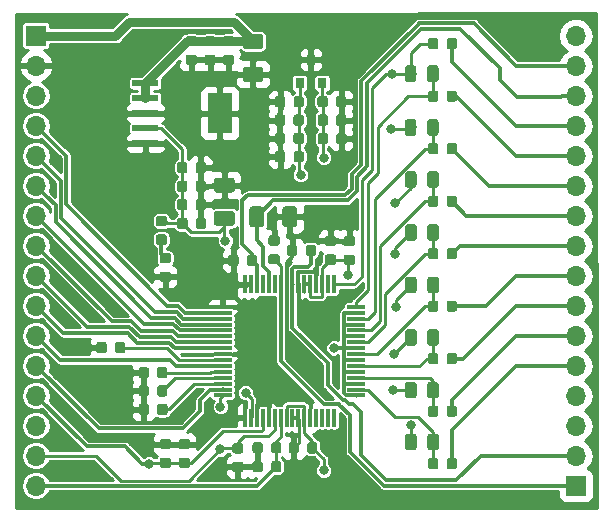
<source format=gbr>
G04 #@! TF.GenerationSoftware,KiCad,Pcbnew,(5.0.0)*
G04 #@! TF.CreationDate,2020-03-26T18:07:10+11:00*
G04 #@! TF.ProjectId,DAQ Board,44415120426F6172642E6B696361645F,rev?*
G04 #@! TF.SameCoordinates,Original*
G04 #@! TF.FileFunction,Copper,L1,Top,Signal*
G04 #@! TF.FilePolarity,Positive*
%FSLAX46Y46*%
G04 Gerber Fmt 4.6, Leading zero omitted, Abs format (unit mm)*
G04 Created by KiCad (PCBNEW (5.0.0)) date 03/26/20 18:07:10*
%MOMM*%
%LPD*%
G01*
G04 APERTURE LIST*
G04 #@! TA.AperFunction,Conductor*
%ADD10C,0.100000*%
G04 #@! TD*
G04 #@! TA.AperFunction,SMDPad,CuDef*
%ADD11C,0.875000*%
G04 #@! TD*
G04 #@! TA.AperFunction,ComponentPad*
%ADD12O,1.700000X1.700000*%
G04 #@! TD*
G04 #@! TA.AperFunction,ComponentPad*
%ADD13R,1.700000X1.700000*%
G04 #@! TD*
G04 #@! TA.AperFunction,SMDPad,CuDef*
%ADD14C,1.250000*%
G04 #@! TD*
G04 #@! TA.AperFunction,SMDPad,CuDef*
%ADD15R,1.500000X0.300000*%
G04 #@! TD*
G04 #@! TA.AperFunction,SMDPad,CuDef*
%ADD16R,0.300000X1.500000*%
G04 #@! TD*
G04 #@! TA.AperFunction,SMDPad,CuDef*
%ADD17C,0.975000*%
G04 #@! TD*
G04 #@! TA.AperFunction,SMDPad,CuDef*
%ADD18R,0.800000X0.900000*%
G04 #@! TD*
G04 #@! TA.AperFunction,SMDPad,CuDef*
%ADD19R,2.200000X0.600000*%
G04 #@! TD*
G04 #@! TA.AperFunction,SMDPad,CuDef*
%ADD20R,2.150000X3.450000*%
G04 #@! TD*
G04 #@! TA.AperFunction,ViaPad*
%ADD21C,0.800000*%
G04 #@! TD*
G04 #@! TA.AperFunction,Conductor*
%ADD22C,0.250000*%
G04 #@! TD*
G04 #@! TA.AperFunction,Conductor*
%ADD23C,0.800000*%
G04 #@! TD*
G04 #@! TA.AperFunction,Conductor*
%ADD24C,0.300000*%
G04 #@! TD*
G04 #@! TA.AperFunction,Conductor*
%ADD25C,0.254000*%
G04 #@! TD*
G04 APERTURE END LIST*
D10*
G04 #@! TO.N,/AVSS*
G04 #@! TO.C,C21*
G36*
X99652691Y-91046053D02*
X99673926Y-91049203D01*
X99694750Y-91054419D01*
X99714962Y-91061651D01*
X99734368Y-91070830D01*
X99752781Y-91081866D01*
X99770024Y-91094654D01*
X99785930Y-91109070D01*
X99800346Y-91124976D01*
X99813134Y-91142219D01*
X99824170Y-91160632D01*
X99833349Y-91180038D01*
X99840581Y-91200250D01*
X99845797Y-91221074D01*
X99848947Y-91242309D01*
X99850000Y-91263750D01*
X99850000Y-91776250D01*
X99848947Y-91797691D01*
X99845797Y-91818926D01*
X99840581Y-91839750D01*
X99833349Y-91859962D01*
X99824170Y-91879368D01*
X99813134Y-91897781D01*
X99800346Y-91915024D01*
X99785930Y-91930930D01*
X99770024Y-91945346D01*
X99752781Y-91958134D01*
X99734368Y-91969170D01*
X99714962Y-91978349D01*
X99694750Y-91985581D01*
X99673926Y-91990797D01*
X99652691Y-91993947D01*
X99631250Y-91995000D01*
X99193750Y-91995000D01*
X99172309Y-91993947D01*
X99151074Y-91990797D01*
X99130250Y-91985581D01*
X99110038Y-91978349D01*
X99090632Y-91969170D01*
X99072219Y-91958134D01*
X99054976Y-91945346D01*
X99039070Y-91930930D01*
X99024654Y-91915024D01*
X99011866Y-91897781D01*
X99000830Y-91879368D01*
X98991651Y-91859962D01*
X98984419Y-91839750D01*
X98979203Y-91818926D01*
X98976053Y-91797691D01*
X98975000Y-91776250D01*
X98975000Y-91263750D01*
X98976053Y-91242309D01*
X98979203Y-91221074D01*
X98984419Y-91200250D01*
X98991651Y-91180038D01*
X99000830Y-91160632D01*
X99011866Y-91142219D01*
X99024654Y-91124976D01*
X99039070Y-91109070D01*
X99054976Y-91094654D01*
X99072219Y-91081866D01*
X99090632Y-91070830D01*
X99110038Y-91061651D01*
X99130250Y-91054419D01*
X99151074Y-91049203D01*
X99172309Y-91046053D01*
X99193750Y-91045000D01*
X99631250Y-91045000D01*
X99652691Y-91046053D01*
X99652691Y-91046053D01*
G37*
D11*
G04 #@! TD*
G04 #@! TO.P,C21,2*
G04 #@! TO.N,/AVSS*
X99412500Y-91520000D03*
D10*
G04 #@! TO.N,/DVDD*
G04 #@! TO.C,C21*
G36*
X101227691Y-91046053D02*
X101248926Y-91049203D01*
X101269750Y-91054419D01*
X101289962Y-91061651D01*
X101309368Y-91070830D01*
X101327781Y-91081866D01*
X101345024Y-91094654D01*
X101360930Y-91109070D01*
X101375346Y-91124976D01*
X101388134Y-91142219D01*
X101399170Y-91160632D01*
X101408349Y-91180038D01*
X101415581Y-91200250D01*
X101420797Y-91221074D01*
X101423947Y-91242309D01*
X101425000Y-91263750D01*
X101425000Y-91776250D01*
X101423947Y-91797691D01*
X101420797Y-91818926D01*
X101415581Y-91839750D01*
X101408349Y-91859962D01*
X101399170Y-91879368D01*
X101388134Y-91897781D01*
X101375346Y-91915024D01*
X101360930Y-91930930D01*
X101345024Y-91945346D01*
X101327781Y-91958134D01*
X101309368Y-91969170D01*
X101289962Y-91978349D01*
X101269750Y-91985581D01*
X101248926Y-91990797D01*
X101227691Y-91993947D01*
X101206250Y-91995000D01*
X100768750Y-91995000D01*
X100747309Y-91993947D01*
X100726074Y-91990797D01*
X100705250Y-91985581D01*
X100685038Y-91978349D01*
X100665632Y-91969170D01*
X100647219Y-91958134D01*
X100629976Y-91945346D01*
X100614070Y-91930930D01*
X100599654Y-91915024D01*
X100586866Y-91897781D01*
X100575830Y-91879368D01*
X100566651Y-91859962D01*
X100559419Y-91839750D01*
X100554203Y-91818926D01*
X100551053Y-91797691D01*
X100550000Y-91776250D01*
X100550000Y-91263750D01*
X100551053Y-91242309D01*
X100554203Y-91221074D01*
X100559419Y-91200250D01*
X100566651Y-91180038D01*
X100575830Y-91160632D01*
X100586866Y-91142219D01*
X100599654Y-91124976D01*
X100614070Y-91109070D01*
X100629976Y-91094654D01*
X100647219Y-91081866D01*
X100665632Y-91070830D01*
X100685038Y-91061651D01*
X100705250Y-91054419D01*
X100726074Y-91049203D01*
X100747309Y-91046053D01*
X100768750Y-91045000D01*
X101206250Y-91045000D01*
X101227691Y-91046053D01*
X101227691Y-91046053D01*
G37*
D11*
G04 #@! TD*
G04 #@! TO.P,C21,1*
G04 #@! TO.N,/DVDD*
X100987500Y-91520000D03*
D10*
G04 #@! TO.N,/DVDD*
G04 #@! TO.C,C15*
G36*
X101217691Y-87946053D02*
X101238926Y-87949203D01*
X101259750Y-87954419D01*
X101279962Y-87961651D01*
X101299368Y-87970830D01*
X101317781Y-87981866D01*
X101335024Y-87994654D01*
X101350930Y-88009070D01*
X101365346Y-88024976D01*
X101378134Y-88042219D01*
X101389170Y-88060632D01*
X101398349Y-88080038D01*
X101405581Y-88100250D01*
X101410797Y-88121074D01*
X101413947Y-88142309D01*
X101415000Y-88163750D01*
X101415000Y-88676250D01*
X101413947Y-88697691D01*
X101410797Y-88718926D01*
X101405581Y-88739750D01*
X101398349Y-88759962D01*
X101389170Y-88779368D01*
X101378134Y-88797781D01*
X101365346Y-88815024D01*
X101350930Y-88830930D01*
X101335024Y-88845346D01*
X101317781Y-88858134D01*
X101299368Y-88869170D01*
X101279962Y-88878349D01*
X101259750Y-88885581D01*
X101238926Y-88890797D01*
X101217691Y-88893947D01*
X101196250Y-88895000D01*
X100758750Y-88895000D01*
X100737309Y-88893947D01*
X100716074Y-88890797D01*
X100695250Y-88885581D01*
X100675038Y-88878349D01*
X100655632Y-88869170D01*
X100637219Y-88858134D01*
X100619976Y-88845346D01*
X100604070Y-88830930D01*
X100589654Y-88815024D01*
X100576866Y-88797781D01*
X100565830Y-88779368D01*
X100556651Y-88759962D01*
X100549419Y-88739750D01*
X100544203Y-88718926D01*
X100541053Y-88697691D01*
X100540000Y-88676250D01*
X100540000Y-88163750D01*
X100541053Y-88142309D01*
X100544203Y-88121074D01*
X100549419Y-88100250D01*
X100556651Y-88080038D01*
X100565830Y-88060632D01*
X100576866Y-88042219D01*
X100589654Y-88024976D01*
X100604070Y-88009070D01*
X100619976Y-87994654D01*
X100637219Y-87981866D01*
X100655632Y-87970830D01*
X100675038Y-87961651D01*
X100695250Y-87954419D01*
X100716074Y-87949203D01*
X100737309Y-87946053D01*
X100758750Y-87945000D01*
X101196250Y-87945000D01*
X101217691Y-87946053D01*
X101217691Y-87946053D01*
G37*
D11*
G04 #@! TD*
G04 #@! TO.P,C15,1*
G04 #@! TO.N,/DVDD*
X100977500Y-88420000D03*
D10*
G04 #@! TO.N,/AVSS*
G04 #@! TO.C,C15*
G36*
X99642691Y-87946053D02*
X99663926Y-87949203D01*
X99684750Y-87954419D01*
X99704962Y-87961651D01*
X99724368Y-87970830D01*
X99742781Y-87981866D01*
X99760024Y-87994654D01*
X99775930Y-88009070D01*
X99790346Y-88024976D01*
X99803134Y-88042219D01*
X99814170Y-88060632D01*
X99823349Y-88080038D01*
X99830581Y-88100250D01*
X99835797Y-88121074D01*
X99838947Y-88142309D01*
X99840000Y-88163750D01*
X99840000Y-88676250D01*
X99838947Y-88697691D01*
X99835797Y-88718926D01*
X99830581Y-88739750D01*
X99823349Y-88759962D01*
X99814170Y-88779368D01*
X99803134Y-88797781D01*
X99790346Y-88815024D01*
X99775930Y-88830930D01*
X99760024Y-88845346D01*
X99742781Y-88858134D01*
X99724368Y-88869170D01*
X99704962Y-88878349D01*
X99684750Y-88885581D01*
X99663926Y-88890797D01*
X99642691Y-88893947D01*
X99621250Y-88895000D01*
X99183750Y-88895000D01*
X99162309Y-88893947D01*
X99141074Y-88890797D01*
X99120250Y-88885581D01*
X99100038Y-88878349D01*
X99080632Y-88869170D01*
X99062219Y-88858134D01*
X99044976Y-88845346D01*
X99029070Y-88830930D01*
X99014654Y-88815024D01*
X99001866Y-88797781D01*
X98990830Y-88779368D01*
X98981651Y-88759962D01*
X98974419Y-88739750D01*
X98969203Y-88718926D01*
X98966053Y-88697691D01*
X98965000Y-88676250D01*
X98965000Y-88163750D01*
X98966053Y-88142309D01*
X98969203Y-88121074D01*
X98974419Y-88100250D01*
X98981651Y-88080038D01*
X98990830Y-88060632D01*
X99001866Y-88042219D01*
X99014654Y-88024976D01*
X99029070Y-88009070D01*
X99044976Y-87994654D01*
X99062219Y-87981866D01*
X99080632Y-87970830D01*
X99100038Y-87961651D01*
X99120250Y-87954419D01*
X99141074Y-87949203D01*
X99162309Y-87946053D01*
X99183750Y-87945000D01*
X99621250Y-87945000D01*
X99642691Y-87946053D01*
X99642691Y-87946053D01*
G37*
D11*
G04 #@! TD*
G04 #@! TO.P,C15,2*
G04 #@! TO.N,/AVSS*
X99402500Y-88420000D03*
D10*
G04 #@! TO.N,/DVDD*
G04 #@! TO.C,C18*
G36*
X101217691Y-89486053D02*
X101238926Y-89489203D01*
X101259750Y-89494419D01*
X101279962Y-89501651D01*
X101299368Y-89510830D01*
X101317781Y-89521866D01*
X101335024Y-89534654D01*
X101350930Y-89549070D01*
X101365346Y-89564976D01*
X101378134Y-89582219D01*
X101389170Y-89600632D01*
X101398349Y-89620038D01*
X101405581Y-89640250D01*
X101410797Y-89661074D01*
X101413947Y-89682309D01*
X101415000Y-89703750D01*
X101415000Y-90216250D01*
X101413947Y-90237691D01*
X101410797Y-90258926D01*
X101405581Y-90279750D01*
X101398349Y-90299962D01*
X101389170Y-90319368D01*
X101378134Y-90337781D01*
X101365346Y-90355024D01*
X101350930Y-90370930D01*
X101335024Y-90385346D01*
X101317781Y-90398134D01*
X101299368Y-90409170D01*
X101279962Y-90418349D01*
X101259750Y-90425581D01*
X101238926Y-90430797D01*
X101217691Y-90433947D01*
X101196250Y-90435000D01*
X100758750Y-90435000D01*
X100737309Y-90433947D01*
X100716074Y-90430797D01*
X100695250Y-90425581D01*
X100675038Y-90418349D01*
X100655632Y-90409170D01*
X100637219Y-90398134D01*
X100619976Y-90385346D01*
X100604070Y-90370930D01*
X100589654Y-90355024D01*
X100576866Y-90337781D01*
X100565830Y-90319368D01*
X100556651Y-90299962D01*
X100549419Y-90279750D01*
X100544203Y-90258926D01*
X100541053Y-90237691D01*
X100540000Y-90216250D01*
X100540000Y-89703750D01*
X100541053Y-89682309D01*
X100544203Y-89661074D01*
X100549419Y-89640250D01*
X100556651Y-89620038D01*
X100565830Y-89600632D01*
X100576866Y-89582219D01*
X100589654Y-89564976D01*
X100604070Y-89549070D01*
X100619976Y-89534654D01*
X100637219Y-89521866D01*
X100655632Y-89510830D01*
X100675038Y-89501651D01*
X100695250Y-89494419D01*
X100716074Y-89489203D01*
X100737309Y-89486053D01*
X100758750Y-89485000D01*
X101196250Y-89485000D01*
X101217691Y-89486053D01*
X101217691Y-89486053D01*
G37*
D11*
G04 #@! TD*
G04 #@! TO.P,C18,1*
G04 #@! TO.N,/DVDD*
X100977500Y-89960000D03*
D10*
G04 #@! TO.N,/AVSS*
G04 #@! TO.C,C18*
G36*
X99642691Y-89486053D02*
X99663926Y-89489203D01*
X99684750Y-89494419D01*
X99704962Y-89501651D01*
X99724368Y-89510830D01*
X99742781Y-89521866D01*
X99760024Y-89534654D01*
X99775930Y-89549070D01*
X99790346Y-89564976D01*
X99803134Y-89582219D01*
X99814170Y-89600632D01*
X99823349Y-89620038D01*
X99830581Y-89640250D01*
X99835797Y-89661074D01*
X99838947Y-89682309D01*
X99840000Y-89703750D01*
X99840000Y-90216250D01*
X99838947Y-90237691D01*
X99835797Y-90258926D01*
X99830581Y-90279750D01*
X99823349Y-90299962D01*
X99814170Y-90319368D01*
X99803134Y-90337781D01*
X99790346Y-90355024D01*
X99775930Y-90370930D01*
X99760024Y-90385346D01*
X99742781Y-90398134D01*
X99724368Y-90409170D01*
X99704962Y-90418349D01*
X99684750Y-90425581D01*
X99663926Y-90430797D01*
X99642691Y-90433947D01*
X99621250Y-90435000D01*
X99183750Y-90435000D01*
X99162309Y-90433947D01*
X99141074Y-90430797D01*
X99120250Y-90425581D01*
X99100038Y-90418349D01*
X99080632Y-90409170D01*
X99062219Y-90398134D01*
X99044976Y-90385346D01*
X99029070Y-90370930D01*
X99014654Y-90355024D01*
X99001866Y-90337781D01*
X98990830Y-90319368D01*
X98981651Y-90299962D01*
X98974419Y-90279750D01*
X98969203Y-90258926D01*
X98966053Y-90237691D01*
X98965000Y-90216250D01*
X98965000Y-89703750D01*
X98966053Y-89682309D01*
X98969203Y-89661074D01*
X98974419Y-89640250D01*
X98981651Y-89620038D01*
X98990830Y-89600632D01*
X99001866Y-89582219D01*
X99014654Y-89564976D01*
X99029070Y-89549070D01*
X99044976Y-89534654D01*
X99062219Y-89521866D01*
X99080632Y-89510830D01*
X99100038Y-89501651D01*
X99120250Y-89494419D01*
X99141074Y-89489203D01*
X99162309Y-89486053D01*
X99183750Y-89485000D01*
X99621250Y-89485000D01*
X99642691Y-89486053D01*
X99642691Y-89486053D01*
G37*
D11*
G04 #@! TD*
G04 #@! TO.P,C18,2*
G04 #@! TO.N,/AVSS*
X99402500Y-89960000D03*
D10*
G04 #@! TO.N,/AVSS*
G04 #@! TO.C,C28*
G36*
X100672691Y-98976053D02*
X100693926Y-98979203D01*
X100714750Y-98984419D01*
X100734962Y-98991651D01*
X100754368Y-99000830D01*
X100772781Y-99011866D01*
X100790024Y-99024654D01*
X100805930Y-99039070D01*
X100820346Y-99054976D01*
X100833134Y-99072219D01*
X100844170Y-99090632D01*
X100853349Y-99110038D01*
X100860581Y-99130250D01*
X100865797Y-99151074D01*
X100868947Y-99172309D01*
X100870000Y-99193750D01*
X100870000Y-99706250D01*
X100868947Y-99727691D01*
X100865797Y-99748926D01*
X100860581Y-99769750D01*
X100853349Y-99789962D01*
X100844170Y-99809368D01*
X100833134Y-99827781D01*
X100820346Y-99845024D01*
X100805930Y-99860930D01*
X100790024Y-99875346D01*
X100772781Y-99888134D01*
X100754368Y-99899170D01*
X100734962Y-99908349D01*
X100714750Y-99915581D01*
X100693926Y-99920797D01*
X100672691Y-99923947D01*
X100651250Y-99925000D01*
X100213750Y-99925000D01*
X100192309Y-99923947D01*
X100171074Y-99920797D01*
X100150250Y-99915581D01*
X100130038Y-99908349D01*
X100110632Y-99899170D01*
X100092219Y-99888134D01*
X100074976Y-99875346D01*
X100059070Y-99860930D01*
X100044654Y-99845024D01*
X100031866Y-99827781D01*
X100020830Y-99809368D01*
X100011651Y-99789962D01*
X100004419Y-99769750D01*
X99999203Y-99748926D01*
X99996053Y-99727691D01*
X99995000Y-99706250D01*
X99995000Y-99193750D01*
X99996053Y-99172309D01*
X99999203Y-99151074D01*
X100004419Y-99130250D01*
X100011651Y-99110038D01*
X100020830Y-99090632D01*
X100031866Y-99072219D01*
X100044654Y-99054976D01*
X100059070Y-99039070D01*
X100074976Y-99024654D01*
X100092219Y-99011866D01*
X100110632Y-99000830D01*
X100130038Y-98991651D01*
X100150250Y-98984419D01*
X100171074Y-98979203D01*
X100192309Y-98976053D01*
X100213750Y-98975000D01*
X100651250Y-98975000D01*
X100672691Y-98976053D01*
X100672691Y-98976053D01*
G37*
D11*
G04 #@! TD*
G04 #@! TO.P,C28,1*
G04 #@! TO.N,/AVSS*
X100432500Y-99450000D03*
D10*
G04 #@! TO.N,/VREFP*
G04 #@! TO.C,C28*
G36*
X102247691Y-98976053D02*
X102268926Y-98979203D01*
X102289750Y-98984419D01*
X102309962Y-98991651D01*
X102329368Y-99000830D01*
X102347781Y-99011866D01*
X102365024Y-99024654D01*
X102380930Y-99039070D01*
X102395346Y-99054976D01*
X102408134Y-99072219D01*
X102419170Y-99090632D01*
X102428349Y-99110038D01*
X102435581Y-99130250D01*
X102440797Y-99151074D01*
X102443947Y-99172309D01*
X102445000Y-99193750D01*
X102445000Y-99706250D01*
X102443947Y-99727691D01*
X102440797Y-99748926D01*
X102435581Y-99769750D01*
X102428349Y-99789962D01*
X102419170Y-99809368D01*
X102408134Y-99827781D01*
X102395346Y-99845024D01*
X102380930Y-99860930D01*
X102365024Y-99875346D01*
X102347781Y-99888134D01*
X102329368Y-99899170D01*
X102309962Y-99908349D01*
X102289750Y-99915581D01*
X102268926Y-99920797D01*
X102247691Y-99923947D01*
X102226250Y-99925000D01*
X101788750Y-99925000D01*
X101767309Y-99923947D01*
X101746074Y-99920797D01*
X101725250Y-99915581D01*
X101705038Y-99908349D01*
X101685632Y-99899170D01*
X101667219Y-99888134D01*
X101649976Y-99875346D01*
X101634070Y-99860930D01*
X101619654Y-99845024D01*
X101606866Y-99827781D01*
X101595830Y-99809368D01*
X101586651Y-99789962D01*
X101579419Y-99769750D01*
X101574203Y-99748926D01*
X101571053Y-99727691D01*
X101570000Y-99706250D01*
X101570000Y-99193750D01*
X101571053Y-99172309D01*
X101574203Y-99151074D01*
X101579419Y-99130250D01*
X101586651Y-99110038D01*
X101595830Y-99090632D01*
X101606866Y-99072219D01*
X101619654Y-99054976D01*
X101634070Y-99039070D01*
X101649976Y-99024654D01*
X101667219Y-99011866D01*
X101685632Y-99000830D01*
X101705038Y-98991651D01*
X101725250Y-98984419D01*
X101746074Y-98979203D01*
X101767309Y-98976053D01*
X101788750Y-98975000D01*
X102226250Y-98975000D01*
X102247691Y-98976053D01*
X102247691Y-98976053D01*
G37*
D11*
G04 #@! TD*
G04 #@! TO.P,C28,2*
G04 #@! TO.N,/VREFP*
X102007500Y-99450000D03*
D12*
G04 #@! TO.P,J1,16*
G04 #@! TO.N,/VCAP3*
X78740000Y-119358750D03*
G04 #@! TO.P,J1,15*
G04 #@! TO.N,/AVDD*
X78740000Y-116818750D03*
G04 #@! TO.P,J1,14*
G04 #@! TO.N,/DVDD*
X78740000Y-114278750D03*
G04 #@! TO.P,J1,13*
X78740000Y-111738750D03*
G04 #@! TO.P,J1,12*
G04 #@! TO.N,/~DRDY*
X78740000Y-109198750D03*
G04 #@! TO.P,J1,11*
G04 #@! TO.N,/MISO*
X78740000Y-106658750D03*
G04 #@! TO.P,J1,10*
G04 #@! TO.N,/SCLK*
X78740000Y-104118750D03*
G04 #@! TO.P,J1,9*
G04 #@! TO.N,/~CS*
X78740000Y-101578750D03*
G04 #@! TO.P,J1,8*
G04 #@! TO.N,/START*
X78740000Y-99038750D03*
G04 #@! TO.P,J1,7*
G04 #@! TO.N,/CLK*
X78740000Y-96498750D03*
G04 #@! TO.P,J1,6*
G04 #@! TO.N,/~RESET*
X78740000Y-93958750D03*
G04 #@! TO.P,J1,5*
G04 #@! TO.N,/~PWDN*
X78740000Y-91418750D03*
G04 #@! TO.P,J1,4*
G04 #@! TO.N,/MOSI*
X78740000Y-88878750D03*
G04 #@! TO.P,J1,3*
G04 #@! TO.N,Net-(J1-Pad3)*
X78740000Y-86338750D03*
G04 #@! TO.P,J1,2*
G04 #@! TO.N,/AVSS*
X78740000Y-83798750D03*
D13*
G04 #@! TO.P,J1,1*
G04 #@! TO.N,/VIN*
X78740000Y-81258750D03*
G04 #@! TD*
G04 #@! TO.P,J2,1*
G04 #@! TO.N,/VCAP4*
X124460000Y-119380000D03*
D12*
G04 #@! TO.P,J2,2*
G04 #@! TO.N,/VREFP*
X124460000Y-116840000D03*
G04 #@! TO.P,J2,3*
G04 #@! TO.N,Net-(J2-Pad3)*
X124460000Y-114300000D03*
G04 #@! TO.P,J2,4*
G04 #@! TO.N,Net-(J2-Pad4)*
X124460000Y-111760000D03*
G04 #@! TO.P,J2,5*
G04 #@! TO.N,/IN1*
X124460000Y-109220000D03*
G04 #@! TO.P,J2,6*
G04 #@! TO.N,/IN2*
X124460000Y-106680000D03*
G04 #@! TO.P,J2,7*
G04 #@! TO.N,/IN3*
X124460000Y-104140000D03*
G04 #@! TO.P,J2,8*
G04 #@! TO.N,/IN4*
X124460000Y-101600000D03*
G04 #@! TO.P,J2,9*
G04 #@! TO.N,/IN5*
X124460000Y-99060000D03*
G04 #@! TO.P,J2,10*
G04 #@! TO.N,/IN6*
X124460000Y-96520000D03*
G04 #@! TO.P,J2,11*
G04 #@! TO.N,/IN7*
X124460000Y-93980000D03*
G04 #@! TO.P,J2,12*
G04 #@! TO.N,/IN8*
X124460000Y-91440000D03*
G04 #@! TO.P,J2,13*
G04 #@! TO.N,/REF*
X124460000Y-88900000D03*
G04 #@! TO.P,J2,14*
G04 #@! TO.N,/VCAP1*
X124460000Y-86360000D03*
G04 #@! TO.P,J2,15*
G04 #@! TO.N,/VCAP2*
X124460000Y-83820000D03*
G04 #@! TO.P,J2,16*
G04 #@! TO.N,Net-(J2-Pad16)*
X124460000Y-81280000D03*
G04 #@! TD*
D10*
G04 #@! TO.N,/AVDD*
G04 #@! TO.C,C3*
G36*
X95339504Y-96106204D02*
X95363773Y-96109804D01*
X95387571Y-96115765D01*
X95410671Y-96124030D01*
X95432849Y-96134520D01*
X95453893Y-96147133D01*
X95473598Y-96161747D01*
X95491777Y-96178223D01*
X95508253Y-96196402D01*
X95522867Y-96216107D01*
X95535480Y-96237151D01*
X95545970Y-96259329D01*
X95554235Y-96282429D01*
X95560196Y-96306227D01*
X95563796Y-96330496D01*
X95565000Y-96355000D01*
X95565000Y-97105000D01*
X95563796Y-97129504D01*
X95560196Y-97153773D01*
X95554235Y-97177571D01*
X95545970Y-97200671D01*
X95535480Y-97222849D01*
X95522867Y-97243893D01*
X95508253Y-97263598D01*
X95491777Y-97281777D01*
X95473598Y-97298253D01*
X95453893Y-97312867D01*
X95432849Y-97325480D01*
X95410671Y-97335970D01*
X95387571Y-97344235D01*
X95363773Y-97350196D01*
X95339504Y-97353796D01*
X95315000Y-97355000D01*
X94065000Y-97355000D01*
X94040496Y-97353796D01*
X94016227Y-97350196D01*
X93992429Y-97344235D01*
X93969329Y-97335970D01*
X93947151Y-97325480D01*
X93926107Y-97312867D01*
X93906402Y-97298253D01*
X93888223Y-97281777D01*
X93871747Y-97263598D01*
X93857133Y-97243893D01*
X93844520Y-97222849D01*
X93834030Y-97200671D01*
X93825765Y-97177571D01*
X93819804Y-97153773D01*
X93816204Y-97129504D01*
X93815000Y-97105000D01*
X93815000Y-96355000D01*
X93816204Y-96330496D01*
X93819804Y-96306227D01*
X93825765Y-96282429D01*
X93834030Y-96259329D01*
X93844520Y-96237151D01*
X93857133Y-96216107D01*
X93871747Y-96196402D01*
X93888223Y-96178223D01*
X93906402Y-96161747D01*
X93926107Y-96147133D01*
X93947151Y-96134520D01*
X93969329Y-96124030D01*
X93992429Y-96115765D01*
X94016227Y-96109804D01*
X94040496Y-96106204D01*
X94065000Y-96105000D01*
X95315000Y-96105000D01*
X95339504Y-96106204D01*
X95339504Y-96106204D01*
G37*
D14*
G04 #@! TD*
G04 #@! TO.P,C3,1*
G04 #@! TO.N,/AVDD*
X94690000Y-96730000D03*
D10*
G04 #@! TO.N,/AVSS*
G04 #@! TO.C,C3*
G36*
X95339504Y-93306204D02*
X95363773Y-93309804D01*
X95387571Y-93315765D01*
X95410671Y-93324030D01*
X95432849Y-93334520D01*
X95453893Y-93347133D01*
X95473598Y-93361747D01*
X95491777Y-93378223D01*
X95508253Y-93396402D01*
X95522867Y-93416107D01*
X95535480Y-93437151D01*
X95545970Y-93459329D01*
X95554235Y-93482429D01*
X95560196Y-93506227D01*
X95563796Y-93530496D01*
X95565000Y-93555000D01*
X95565000Y-94305000D01*
X95563796Y-94329504D01*
X95560196Y-94353773D01*
X95554235Y-94377571D01*
X95545970Y-94400671D01*
X95535480Y-94422849D01*
X95522867Y-94443893D01*
X95508253Y-94463598D01*
X95491777Y-94481777D01*
X95473598Y-94498253D01*
X95453893Y-94512867D01*
X95432849Y-94525480D01*
X95410671Y-94535970D01*
X95387571Y-94544235D01*
X95363773Y-94550196D01*
X95339504Y-94553796D01*
X95315000Y-94555000D01*
X94065000Y-94555000D01*
X94040496Y-94553796D01*
X94016227Y-94550196D01*
X93992429Y-94544235D01*
X93969329Y-94535970D01*
X93947151Y-94525480D01*
X93926107Y-94512867D01*
X93906402Y-94498253D01*
X93888223Y-94481777D01*
X93871747Y-94463598D01*
X93857133Y-94443893D01*
X93844520Y-94422849D01*
X93834030Y-94400671D01*
X93825765Y-94377571D01*
X93819804Y-94353773D01*
X93816204Y-94329504D01*
X93815000Y-94305000D01*
X93815000Y-93555000D01*
X93816204Y-93530496D01*
X93819804Y-93506227D01*
X93825765Y-93482429D01*
X93834030Y-93459329D01*
X93844520Y-93437151D01*
X93857133Y-93416107D01*
X93871747Y-93396402D01*
X93888223Y-93378223D01*
X93906402Y-93361747D01*
X93926107Y-93347133D01*
X93947151Y-93334520D01*
X93969329Y-93324030D01*
X93992429Y-93315765D01*
X94016227Y-93309804D01*
X94040496Y-93306204D01*
X94065000Y-93305000D01*
X95315000Y-93305000D01*
X95339504Y-93306204D01*
X95339504Y-93306204D01*
G37*
D14*
G04 #@! TD*
G04 #@! TO.P,C3,2*
G04 #@! TO.N,/AVSS*
X94690000Y-93930000D03*
D10*
G04 #@! TO.N,/AVSS*
G04 #@! TO.C,C2*
G36*
X95327263Y-82879571D02*
X95348498Y-82882721D01*
X95369322Y-82887937D01*
X95389534Y-82895169D01*
X95408940Y-82904348D01*
X95427353Y-82915384D01*
X95444596Y-82928172D01*
X95460502Y-82942588D01*
X95474918Y-82958494D01*
X95487706Y-82975737D01*
X95498742Y-82994150D01*
X95507921Y-83013556D01*
X95515153Y-83033768D01*
X95520369Y-83054592D01*
X95523519Y-83075827D01*
X95524572Y-83097268D01*
X95524572Y-83534768D01*
X95523519Y-83556209D01*
X95520369Y-83577444D01*
X95515153Y-83598268D01*
X95507921Y-83618480D01*
X95498742Y-83637886D01*
X95487706Y-83656299D01*
X95474918Y-83673542D01*
X95460502Y-83689448D01*
X95444596Y-83703864D01*
X95427353Y-83716652D01*
X95408940Y-83727688D01*
X95389534Y-83736867D01*
X95369322Y-83744099D01*
X95348498Y-83749315D01*
X95327263Y-83752465D01*
X95305822Y-83753518D01*
X94793322Y-83753518D01*
X94771881Y-83752465D01*
X94750646Y-83749315D01*
X94729822Y-83744099D01*
X94709610Y-83736867D01*
X94690204Y-83727688D01*
X94671791Y-83716652D01*
X94654548Y-83703864D01*
X94638642Y-83689448D01*
X94624226Y-83673542D01*
X94611438Y-83656299D01*
X94600402Y-83637886D01*
X94591223Y-83618480D01*
X94583991Y-83598268D01*
X94578775Y-83577444D01*
X94575625Y-83556209D01*
X94574572Y-83534768D01*
X94574572Y-83097268D01*
X94575625Y-83075827D01*
X94578775Y-83054592D01*
X94583991Y-83033768D01*
X94591223Y-83013556D01*
X94600402Y-82994150D01*
X94611438Y-82975737D01*
X94624226Y-82958494D01*
X94638642Y-82942588D01*
X94654548Y-82928172D01*
X94671791Y-82915384D01*
X94690204Y-82904348D01*
X94709610Y-82895169D01*
X94729822Y-82887937D01*
X94750646Y-82882721D01*
X94771881Y-82879571D01*
X94793322Y-82878518D01*
X95305822Y-82878518D01*
X95327263Y-82879571D01*
X95327263Y-82879571D01*
G37*
D11*
G04 #@! TD*
G04 #@! TO.P,C2,2*
G04 #@! TO.N,/AVSS*
X95049572Y-83316018D03*
D10*
G04 #@! TO.N,/VIN*
G04 #@! TO.C,C2*
G36*
X95327263Y-81304571D02*
X95348498Y-81307721D01*
X95369322Y-81312937D01*
X95389534Y-81320169D01*
X95408940Y-81329348D01*
X95427353Y-81340384D01*
X95444596Y-81353172D01*
X95460502Y-81367588D01*
X95474918Y-81383494D01*
X95487706Y-81400737D01*
X95498742Y-81419150D01*
X95507921Y-81438556D01*
X95515153Y-81458768D01*
X95520369Y-81479592D01*
X95523519Y-81500827D01*
X95524572Y-81522268D01*
X95524572Y-81959768D01*
X95523519Y-81981209D01*
X95520369Y-82002444D01*
X95515153Y-82023268D01*
X95507921Y-82043480D01*
X95498742Y-82062886D01*
X95487706Y-82081299D01*
X95474918Y-82098542D01*
X95460502Y-82114448D01*
X95444596Y-82128864D01*
X95427353Y-82141652D01*
X95408940Y-82152688D01*
X95389534Y-82161867D01*
X95369322Y-82169099D01*
X95348498Y-82174315D01*
X95327263Y-82177465D01*
X95305822Y-82178518D01*
X94793322Y-82178518D01*
X94771881Y-82177465D01*
X94750646Y-82174315D01*
X94729822Y-82169099D01*
X94709610Y-82161867D01*
X94690204Y-82152688D01*
X94671791Y-82141652D01*
X94654548Y-82128864D01*
X94638642Y-82114448D01*
X94624226Y-82098542D01*
X94611438Y-82081299D01*
X94600402Y-82062886D01*
X94591223Y-82043480D01*
X94583991Y-82023268D01*
X94578775Y-82002444D01*
X94575625Y-81981209D01*
X94574572Y-81959768D01*
X94574572Y-81522268D01*
X94575625Y-81500827D01*
X94578775Y-81479592D01*
X94583991Y-81458768D01*
X94591223Y-81438556D01*
X94600402Y-81419150D01*
X94611438Y-81400737D01*
X94624226Y-81383494D01*
X94638642Y-81367588D01*
X94654548Y-81353172D01*
X94671791Y-81340384D01*
X94690204Y-81329348D01*
X94709610Y-81320169D01*
X94729822Y-81312937D01*
X94750646Y-81307721D01*
X94771881Y-81304571D01*
X94793322Y-81303518D01*
X95305822Y-81303518D01*
X95327263Y-81304571D01*
X95327263Y-81304571D01*
G37*
D11*
G04 #@! TD*
G04 #@! TO.P,C2,1*
G04 #@! TO.N,/VIN*
X95049572Y-81741018D03*
D10*
G04 #@! TO.N,/VIN*
G04 #@! TO.C,C4*
G36*
X93757263Y-81304571D02*
X93778498Y-81307721D01*
X93799322Y-81312937D01*
X93819534Y-81320169D01*
X93838940Y-81329348D01*
X93857353Y-81340384D01*
X93874596Y-81353172D01*
X93890502Y-81367588D01*
X93904918Y-81383494D01*
X93917706Y-81400737D01*
X93928742Y-81419150D01*
X93937921Y-81438556D01*
X93945153Y-81458768D01*
X93950369Y-81479592D01*
X93953519Y-81500827D01*
X93954572Y-81522268D01*
X93954572Y-81959768D01*
X93953519Y-81981209D01*
X93950369Y-82002444D01*
X93945153Y-82023268D01*
X93937921Y-82043480D01*
X93928742Y-82062886D01*
X93917706Y-82081299D01*
X93904918Y-82098542D01*
X93890502Y-82114448D01*
X93874596Y-82128864D01*
X93857353Y-82141652D01*
X93838940Y-82152688D01*
X93819534Y-82161867D01*
X93799322Y-82169099D01*
X93778498Y-82174315D01*
X93757263Y-82177465D01*
X93735822Y-82178518D01*
X93223322Y-82178518D01*
X93201881Y-82177465D01*
X93180646Y-82174315D01*
X93159822Y-82169099D01*
X93139610Y-82161867D01*
X93120204Y-82152688D01*
X93101791Y-82141652D01*
X93084548Y-82128864D01*
X93068642Y-82114448D01*
X93054226Y-82098542D01*
X93041438Y-82081299D01*
X93030402Y-82062886D01*
X93021223Y-82043480D01*
X93013991Y-82023268D01*
X93008775Y-82002444D01*
X93005625Y-81981209D01*
X93004572Y-81959768D01*
X93004572Y-81522268D01*
X93005625Y-81500827D01*
X93008775Y-81479592D01*
X93013991Y-81458768D01*
X93021223Y-81438556D01*
X93030402Y-81419150D01*
X93041438Y-81400737D01*
X93054226Y-81383494D01*
X93068642Y-81367588D01*
X93084548Y-81353172D01*
X93101791Y-81340384D01*
X93120204Y-81329348D01*
X93139610Y-81320169D01*
X93159822Y-81312937D01*
X93180646Y-81307721D01*
X93201881Y-81304571D01*
X93223322Y-81303518D01*
X93735822Y-81303518D01*
X93757263Y-81304571D01*
X93757263Y-81304571D01*
G37*
D11*
G04 #@! TD*
G04 #@! TO.P,C4,1*
G04 #@! TO.N,/VIN*
X93479572Y-81741018D03*
D10*
G04 #@! TO.N,/AVSS*
G04 #@! TO.C,C4*
G36*
X93757263Y-82879571D02*
X93778498Y-82882721D01*
X93799322Y-82887937D01*
X93819534Y-82895169D01*
X93838940Y-82904348D01*
X93857353Y-82915384D01*
X93874596Y-82928172D01*
X93890502Y-82942588D01*
X93904918Y-82958494D01*
X93917706Y-82975737D01*
X93928742Y-82994150D01*
X93937921Y-83013556D01*
X93945153Y-83033768D01*
X93950369Y-83054592D01*
X93953519Y-83075827D01*
X93954572Y-83097268D01*
X93954572Y-83534768D01*
X93953519Y-83556209D01*
X93950369Y-83577444D01*
X93945153Y-83598268D01*
X93937921Y-83618480D01*
X93928742Y-83637886D01*
X93917706Y-83656299D01*
X93904918Y-83673542D01*
X93890502Y-83689448D01*
X93874596Y-83703864D01*
X93857353Y-83716652D01*
X93838940Y-83727688D01*
X93819534Y-83736867D01*
X93799322Y-83744099D01*
X93778498Y-83749315D01*
X93757263Y-83752465D01*
X93735822Y-83753518D01*
X93223322Y-83753518D01*
X93201881Y-83752465D01*
X93180646Y-83749315D01*
X93159822Y-83744099D01*
X93139610Y-83736867D01*
X93120204Y-83727688D01*
X93101791Y-83716652D01*
X93084548Y-83703864D01*
X93068642Y-83689448D01*
X93054226Y-83673542D01*
X93041438Y-83656299D01*
X93030402Y-83637886D01*
X93021223Y-83618480D01*
X93013991Y-83598268D01*
X93008775Y-83577444D01*
X93005625Y-83556209D01*
X93004572Y-83534768D01*
X93004572Y-83097268D01*
X93005625Y-83075827D01*
X93008775Y-83054592D01*
X93013991Y-83033768D01*
X93021223Y-83013556D01*
X93030402Y-82994150D01*
X93041438Y-82975737D01*
X93054226Y-82958494D01*
X93068642Y-82942588D01*
X93084548Y-82928172D01*
X93101791Y-82915384D01*
X93120204Y-82904348D01*
X93139610Y-82895169D01*
X93159822Y-82887937D01*
X93180646Y-82882721D01*
X93201881Y-82879571D01*
X93223322Y-82878518D01*
X93735822Y-82878518D01*
X93757263Y-82879571D01*
X93757263Y-82879571D01*
G37*
D11*
G04 #@! TD*
G04 #@! TO.P,C4,2*
G04 #@! TO.N,/AVSS*
X93479572Y-83316018D03*
D10*
G04 #@! TO.N,/AVSS*
G04 #@! TO.C,C6*
G36*
X92177263Y-82879571D02*
X92198498Y-82882721D01*
X92219322Y-82887937D01*
X92239534Y-82895169D01*
X92258940Y-82904348D01*
X92277353Y-82915384D01*
X92294596Y-82928172D01*
X92310502Y-82942588D01*
X92324918Y-82958494D01*
X92337706Y-82975737D01*
X92348742Y-82994150D01*
X92357921Y-83013556D01*
X92365153Y-83033768D01*
X92370369Y-83054592D01*
X92373519Y-83075827D01*
X92374572Y-83097268D01*
X92374572Y-83534768D01*
X92373519Y-83556209D01*
X92370369Y-83577444D01*
X92365153Y-83598268D01*
X92357921Y-83618480D01*
X92348742Y-83637886D01*
X92337706Y-83656299D01*
X92324918Y-83673542D01*
X92310502Y-83689448D01*
X92294596Y-83703864D01*
X92277353Y-83716652D01*
X92258940Y-83727688D01*
X92239534Y-83736867D01*
X92219322Y-83744099D01*
X92198498Y-83749315D01*
X92177263Y-83752465D01*
X92155822Y-83753518D01*
X91643322Y-83753518D01*
X91621881Y-83752465D01*
X91600646Y-83749315D01*
X91579822Y-83744099D01*
X91559610Y-83736867D01*
X91540204Y-83727688D01*
X91521791Y-83716652D01*
X91504548Y-83703864D01*
X91488642Y-83689448D01*
X91474226Y-83673542D01*
X91461438Y-83656299D01*
X91450402Y-83637886D01*
X91441223Y-83618480D01*
X91433991Y-83598268D01*
X91428775Y-83577444D01*
X91425625Y-83556209D01*
X91424572Y-83534768D01*
X91424572Y-83097268D01*
X91425625Y-83075827D01*
X91428775Y-83054592D01*
X91433991Y-83033768D01*
X91441223Y-83013556D01*
X91450402Y-82994150D01*
X91461438Y-82975737D01*
X91474226Y-82958494D01*
X91488642Y-82942588D01*
X91504548Y-82928172D01*
X91521791Y-82915384D01*
X91540204Y-82904348D01*
X91559610Y-82895169D01*
X91579822Y-82887937D01*
X91600646Y-82882721D01*
X91621881Y-82879571D01*
X91643322Y-82878518D01*
X92155822Y-82878518D01*
X92177263Y-82879571D01*
X92177263Y-82879571D01*
G37*
D11*
G04 #@! TD*
G04 #@! TO.P,C6,2*
G04 #@! TO.N,/AVSS*
X91899572Y-83316018D03*
D10*
G04 #@! TO.N,/VIN*
G04 #@! TO.C,C6*
G36*
X92177263Y-81304571D02*
X92198498Y-81307721D01*
X92219322Y-81312937D01*
X92239534Y-81320169D01*
X92258940Y-81329348D01*
X92277353Y-81340384D01*
X92294596Y-81353172D01*
X92310502Y-81367588D01*
X92324918Y-81383494D01*
X92337706Y-81400737D01*
X92348742Y-81419150D01*
X92357921Y-81438556D01*
X92365153Y-81458768D01*
X92370369Y-81479592D01*
X92373519Y-81500827D01*
X92374572Y-81522268D01*
X92374572Y-81959768D01*
X92373519Y-81981209D01*
X92370369Y-82002444D01*
X92365153Y-82023268D01*
X92357921Y-82043480D01*
X92348742Y-82062886D01*
X92337706Y-82081299D01*
X92324918Y-82098542D01*
X92310502Y-82114448D01*
X92294596Y-82128864D01*
X92277353Y-82141652D01*
X92258940Y-82152688D01*
X92239534Y-82161867D01*
X92219322Y-82169099D01*
X92198498Y-82174315D01*
X92177263Y-82177465D01*
X92155822Y-82178518D01*
X91643322Y-82178518D01*
X91621881Y-82177465D01*
X91600646Y-82174315D01*
X91579822Y-82169099D01*
X91559610Y-82161867D01*
X91540204Y-82152688D01*
X91521791Y-82141652D01*
X91504548Y-82128864D01*
X91488642Y-82114448D01*
X91474226Y-82098542D01*
X91461438Y-82081299D01*
X91450402Y-82062886D01*
X91441223Y-82043480D01*
X91433991Y-82023268D01*
X91428775Y-82002444D01*
X91425625Y-81981209D01*
X91424572Y-81959768D01*
X91424572Y-81522268D01*
X91425625Y-81500827D01*
X91428775Y-81479592D01*
X91433991Y-81458768D01*
X91441223Y-81438556D01*
X91450402Y-81419150D01*
X91461438Y-81400737D01*
X91474226Y-81383494D01*
X91488642Y-81367588D01*
X91504548Y-81353172D01*
X91521791Y-81340384D01*
X91540204Y-81329348D01*
X91559610Y-81320169D01*
X91579822Y-81312937D01*
X91600646Y-81307721D01*
X91621881Y-81304571D01*
X91643322Y-81303518D01*
X92155822Y-81303518D01*
X92177263Y-81304571D01*
X92177263Y-81304571D01*
G37*
D11*
G04 #@! TD*
G04 #@! TO.P,C6,1*
G04 #@! TO.N,/VIN*
X91899572Y-81741018D03*
D10*
G04 #@! TO.N,/AVDD*
G04 #@! TO.C,C5*
G36*
X103271209Y-89526481D02*
X103292444Y-89529631D01*
X103313268Y-89534847D01*
X103333480Y-89542079D01*
X103352886Y-89551258D01*
X103371299Y-89562294D01*
X103388542Y-89575082D01*
X103404448Y-89589498D01*
X103418864Y-89605404D01*
X103431652Y-89622647D01*
X103442688Y-89641060D01*
X103451867Y-89660466D01*
X103459099Y-89680678D01*
X103464315Y-89701502D01*
X103467465Y-89722737D01*
X103468518Y-89744178D01*
X103468518Y-90256678D01*
X103467465Y-90278119D01*
X103464315Y-90299354D01*
X103459099Y-90320178D01*
X103451867Y-90340390D01*
X103442688Y-90359796D01*
X103431652Y-90378209D01*
X103418864Y-90395452D01*
X103404448Y-90411358D01*
X103388542Y-90425774D01*
X103371299Y-90438562D01*
X103352886Y-90449598D01*
X103333480Y-90458777D01*
X103313268Y-90466009D01*
X103292444Y-90471225D01*
X103271209Y-90474375D01*
X103249768Y-90475428D01*
X102812268Y-90475428D01*
X102790827Y-90474375D01*
X102769592Y-90471225D01*
X102748768Y-90466009D01*
X102728556Y-90458777D01*
X102709150Y-90449598D01*
X102690737Y-90438562D01*
X102673494Y-90425774D01*
X102657588Y-90411358D01*
X102643172Y-90395452D01*
X102630384Y-90378209D01*
X102619348Y-90359796D01*
X102610169Y-90340390D01*
X102602937Y-90320178D01*
X102597721Y-90299354D01*
X102594571Y-90278119D01*
X102593518Y-90256678D01*
X102593518Y-89744178D01*
X102594571Y-89722737D01*
X102597721Y-89701502D01*
X102602937Y-89680678D01*
X102610169Y-89660466D01*
X102619348Y-89641060D01*
X102630384Y-89622647D01*
X102643172Y-89605404D01*
X102657588Y-89589498D01*
X102673494Y-89575082D01*
X102690737Y-89562294D01*
X102709150Y-89551258D01*
X102728556Y-89542079D01*
X102748768Y-89534847D01*
X102769592Y-89529631D01*
X102790827Y-89526481D01*
X102812268Y-89525428D01*
X103249768Y-89525428D01*
X103271209Y-89526481D01*
X103271209Y-89526481D01*
G37*
D11*
G04 #@! TD*
G04 #@! TO.P,C5,1*
G04 #@! TO.N,/AVDD*
X103031018Y-90000428D03*
D10*
G04 #@! TO.N,/AVSS*
G04 #@! TO.C,C5*
G36*
X104846209Y-89526481D02*
X104867444Y-89529631D01*
X104888268Y-89534847D01*
X104908480Y-89542079D01*
X104927886Y-89551258D01*
X104946299Y-89562294D01*
X104963542Y-89575082D01*
X104979448Y-89589498D01*
X104993864Y-89605404D01*
X105006652Y-89622647D01*
X105017688Y-89641060D01*
X105026867Y-89660466D01*
X105034099Y-89680678D01*
X105039315Y-89701502D01*
X105042465Y-89722737D01*
X105043518Y-89744178D01*
X105043518Y-90256678D01*
X105042465Y-90278119D01*
X105039315Y-90299354D01*
X105034099Y-90320178D01*
X105026867Y-90340390D01*
X105017688Y-90359796D01*
X105006652Y-90378209D01*
X104993864Y-90395452D01*
X104979448Y-90411358D01*
X104963542Y-90425774D01*
X104946299Y-90438562D01*
X104927886Y-90449598D01*
X104908480Y-90458777D01*
X104888268Y-90466009D01*
X104867444Y-90471225D01*
X104846209Y-90474375D01*
X104824768Y-90475428D01*
X104387268Y-90475428D01*
X104365827Y-90474375D01*
X104344592Y-90471225D01*
X104323768Y-90466009D01*
X104303556Y-90458777D01*
X104284150Y-90449598D01*
X104265737Y-90438562D01*
X104248494Y-90425774D01*
X104232588Y-90411358D01*
X104218172Y-90395452D01*
X104205384Y-90378209D01*
X104194348Y-90359796D01*
X104185169Y-90340390D01*
X104177937Y-90320178D01*
X104172721Y-90299354D01*
X104169571Y-90278119D01*
X104168518Y-90256678D01*
X104168518Y-89744178D01*
X104169571Y-89722737D01*
X104172721Y-89701502D01*
X104177937Y-89680678D01*
X104185169Y-89660466D01*
X104194348Y-89641060D01*
X104205384Y-89622647D01*
X104218172Y-89605404D01*
X104232588Y-89589498D01*
X104248494Y-89575082D01*
X104265737Y-89562294D01*
X104284150Y-89551258D01*
X104303556Y-89542079D01*
X104323768Y-89534847D01*
X104344592Y-89529631D01*
X104365827Y-89526481D01*
X104387268Y-89525428D01*
X104824768Y-89525428D01*
X104846209Y-89526481D01*
X104846209Y-89526481D01*
G37*
D11*
G04 #@! TD*
G04 #@! TO.P,C5,2*
G04 #@! TO.N,/AVSS*
X104606018Y-90000428D03*
D10*
G04 #@! TO.N,/AVSS*
G04 #@! TO.C,C7*
G36*
X104836209Y-87946481D02*
X104857444Y-87949631D01*
X104878268Y-87954847D01*
X104898480Y-87962079D01*
X104917886Y-87971258D01*
X104936299Y-87982294D01*
X104953542Y-87995082D01*
X104969448Y-88009498D01*
X104983864Y-88025404D01*
X104996652Y-88042647D01*
X105007688Y-88061060D01*
X105016867Y-88080466D01*
X105024099Y-88100678D01*
X105029315Y-88121502D01*
X105032465Y-88142737D01*
X105033518Y-88164178D01*
X105033518Y-88676678D01*
X105032465Y-88698119D01*
X105029315Y-88719354D01*
X105024099Y-88740178D01*
X105016867Y-88760390D01*
X105007688Y-88779796D01*
X104996652Y-88798209D01*
X104983864Y-88815452D01*
X104969448Y-88831358D01*
X104953542Y-88845774D01*
X104936299Y-88858562D01*
X104917886Y-88869598D01*
X104898480Y-88878777D01*
X104878268Y-88886009D01*
X104857444Y-88891225D01*
X104836209Y-88894375D01*
X104814768Y-88895428D01*
X104377268Y-88895428D01*
X104355827Y-88894375D01*
X104334592Y-88891225D01*
X104313768Y-88886009D01*
X104293556Y-88878777D01*
X104274150Y-88869598D01*
X104255737Y-88858562D01*
X104238494Y-88845774D01*
X104222588Y-88831358D01*
X104208172Y-88815452D01*
X104195384Y-88798209D01*
X104184348Y-88779796D01*
X104175169Y-88760390D01*
X104167937Y-88740178D01*
X104162721Y-88719354D01*
X104159571Y-88698119D01*
X104158518Y-88676678D01*
X104158518Y-88164178D01*
X104159571Y-88142737D01*
X104162721Y-88121502D01*
X104167937Y-88100678D01*
X104175169Y-88080466D01*
X104184348Y-88061060D01*
X104195384Y-88042647D01*
X104208172Y-88025404D01*
X104222588Y-88009498D01*
X104238494Y-87995082D01*
X104255737Y-87982294D01*
X104274150Y-87971258D01*
X104293556Y-87962079D01*
X104313768Y-87954847D01*
X104334592Y-87949631D01*
X104355827Y-87946481D01*
X104377268Y-87945428D01*
X104814768Y-87945428D01*
X104836209Y-87946481D01*
X104836209Y-87946481D01*
G37*
D11*
G04 #@! TD*
G04 #@! TO.P,C7,2*
G04 #@! TO.N,/AVSS*
X104596018Y-88420428D03*
D10*
G04 #@! TO.N,/AVDD*
G04 #@! TO.C,C7*
G36*
X103261209Y-87946481D02*
X103282444Y-87949631D01*
X103303268Y-87954847D01*
X103323480Y-87962079D01*
X103342886Y-87971258D01*
X103361299Y-87982294D01*
X103378542Y-87995082D01*
X103394448Y-88009498D01*
X103408864Y-88025404D01*
X103421652Y-88042647D01*
X103432688Y-88061060D01*
X103441867Y-88080466D01*
X103449099Y-88100678D01*
X103454315Y-88121502D01*
X103457465Y-88142737D01*
X103458518Y-88164178D01*
X103458518Y-88676678D01*
X103457465Y-88698119D01*
X103454315Y-88719354D01*
X103449099Y-88740178D01*
X103441867Y-88760390D01*
X103432688Y-88779796D01*
X103421652Y-88798209D01*
X103408864Y-88815452D01*
X103394448Y-88831358D01*
X103378542Y-88845774D01*
X103361299Y-88858562D01*
X103342886Y-88869598D01*
X103323480Y-88878777D01*
X103303268Y-88886009D01*
X103282444Y-88891225D01*
X103261209Y-88894375D01*
X103239768Y-88895428D01*
X102802268Y-88895428D01*
X102780827Y-88894375D01*
X102759592Y-88891225D01*
X102738768Y-88886009D01*
X102718556Y-88878777D01*
X102699150Y-88869598D01*
X102680737Y-88858562D01*
X102663494Y-88845774D01*
X102647588Y-88831358D01*
X102633172Y-88815452D01*
X102620384Y-88798209D01*
X102609348Y-88779796D01*
X102600169Y-88760390D01*
X102592937Y-88740178D01*
X102587721Y-88719354D01*
X102584571Y-88698119D01*
X102583518Y-88676678D01*
X102583518Y-88164178D01*
X102584571Y-88142737D01*
X102587721Y-88121502D01*
X102592937Y-88100678D01*
X102600169Y-88080466D01*
X102609348Y-88061060D01*
X102620384Y-88042647D01*
X102633172Y-88025404D01*
X102647588Y-88009498D01*
X102663494Y-87995082D01*
X102680737Y-87982294D01*
X102699150Y-87971258D01*
X102718556Y-87962079D01*
X102738768Y-87954847D01*
X102759592Y-87949631D01*
X102780827Y-87946481D01*
X102802268Y-87945428D01*
X103239768Y-87945428D01*
X103261209Y-87946481D01*
X103261209Y-87946481D01*
G37*
D11*
G04 #@! TD*
G04 #@! TO.P,C7,1*
G04 #@! TO.N,/AVDD*
X103021018Y-88420428D03*
D10*
G04 #@! TO.N,/AVDD*
G04 #@! TO.C,C8*
G36*
X103251209Y-86386481D02*
X103272444Y-86389631D01*
X103293268Y-86394847D01*
X103313480Y-86402079D01*
X103332886Y-86411258D01*
X103351299Y-86422294D01*
X103368542Y-86435082D01*
X103384448Y-86449498D01*
X103398864Y-86465404D01*
X103411652Y-86482647D01*
X103422688Y-86501060D01*
X103431867Y-86520466D01*
X103439099Y-86540678D01*
X103444315Y-86561502D01*
X103447465Y-86582737D01*
X103448518Y-86604178D01*
X103448518Y-87116678D01*
X103447465Y-87138119D01*
X103444315Y-87159354D01*
X103439099Y-87180178D01*
X103431867Y-87200390D01*
X103422688Y-87219796D01*
X103411652Y-87238209D01*
X103398864Y-87255452D01*
X103384448Y-87271358D01*
X103368542Y-87285774D01*
X103351299Y-87298562D01*
X103332886Y-87309598D01*
X103313480Y-87318777D01*
X103293268Y-87326009D01*
X103272444Y-87331225D01*
X103251209Y-87334375D01*
X103229768Y-87335428D01*
X102792268Y-87335428D01*
X102770827Y-87334375D01*
X102749592Y-87331225D01*
X102728768Y-87326009D01*
X102708556Y-87318777D01*
X102689150Y-87309598D01*
X102670737Y-87298562D01*
X102653494Y-87285774D01*
X102637588Y-87271358D01*
X102623172Y-87255452D01*
X102610384Y-87238209D01*
X102599348Y-87219796D01*
X102590169Y-87200390D01*
X102582937Y-87180178D01*
X102577721Y-87159354D01*
X102574571Y-87138119D01*
X102573518Y-87116678D01*
X102573518Y-86604178D01*
X102574571Y-86582737D01*
X102577721Y-86561502D01*
X102582937Y-86540678D01*
X102590169Y-86520466D01*
X102599348Y-86501060D01*
X102610384Y-86482647D01*
X102623172Y-86465404D01*
X102637588Y-86449498D01*
X102653494Y-86435082D01*
X102670737Y-86422294D01*
X102689150Y-86411258D01*
X102708556Y-86402079D01*
X102728768Y-86394847D01*
X102749592Y-86389631D01*
X102770827Y-86386481D01*
X102792268Y-86385428D01*
X103229768Y-86385428D01*
X103251209Y-86386481D01*
X103251209Y-86386481D01*
G37*
D11*
G04 #@! TD*
G04 #@! TO.P,C8,1*
G04 #@! TO.N,/AVDD*
X103011018Y-86860428D03*
D10*
G04 #@! TO.N,/AVSS*
G04 #@! TO.C,C8*
G36*
X104826209Y-86386481D02*
X104847444Y-86389631D01*
X104868268Y-86394847D01*
X104888480Y-86402079D01*
X104907886Y-86411258D01*
X104926299Y-86422294D01*
X104943542Y-86435082D01*
X104959448Y-86449498D01*
X104973864Y-86465404D01*
X104986652Y-86482647D01*
X104997688Y-86501060D01*
X105006867Y-86520466D01*
X105014099Y-86540678D01*
X105019315Y-86561502D01*
X105022465Y-86582737D01*
X105023518Y-86604178D01*
X105023518Y-87116678D01*
X105022465Y-87138119D01*
X105019315Y-87159354D01*
X105014099Y-87180178D01*
X105006867Y-87200390D01*
X104997688Y-87219796D01*
X104986652Y-87238209D01*
X104973864Y-87255452D01*
X104959448Y-87271358D01*
X104943542Y-87285774D01*
X104926299Y-87298562D01*
X104907886Y-87309598D01*
X104888480Y-87318777D01*
X104868268Y-87326009D01*
X104847444Y-87331225D01*
X104826209Y-87334375D01*
X104804768Y-87335428D01*
X104367268Y-87335428D01*
X104345827Y-87334375D01*
X104324592Y-87331225D01*
X104303768Y-87326009D01*
X104283556Y-87318777D01*
X104264150Y-87309598D01*
X104245737Y-87298562D01*
X104228494Y-87285774D01*
X104212588Y-87271358D01*
X104198172Y-87255452D01*
X104185384Y-87238209D01*
X104174348Y-87219796D01*
X104165169Y-87200390D01*
X104157937Y-87180178D01*
X104152721Y-87159354D01*
X104149571Y-87138119D01*
X104148518Y-87116678D01*
X104148518Y-86604178D01*
X104149571Y-86582737D01*
X104152721Y-86561502D01*
X104157937Y-86540678D01*
X104165169Y-86520466D01*
X104174348Y-86501060D01*
X104185384Y-86482647D01*
X104198172Y-86465404D01*
X104212588Y-86449498D01*
X104228494Y-86435082D01*
X104245737Y-86422294D01*
X104264150Y-86411258D01*
X104283556Y-86402079D01*
X104303768Y-86394847D01*
X104324592Y-86389631D01*
X104345827Y-86386481D01*
X104367268Y-86385428D01*
X104804768Y-86385428D01*
X104826209Y-86386481D01*
X104826209Y-86386481D01*
G37*
D11*
G04 #@! TD*
G04 #@! TO.P,C8,2*
G04 #@! TO.N,/AVSS*
X104586018Y-86860428D03*
D10*
G04 #@! TO.N,/AVDD*
G04 #@! TO.C,C11*
G36*
X91371209Y-91966481D02*
X91392444Y-91969631D01*
X91413268Y-91974847D01*
X91433480Y-91982079D01*
X91452886Y-91991258D01*
X91471299Y-92002294D01*
X91488542Y-92015082D01*
X91504448Y-92029498D01*
X91518864Y-92045404D01*
X91531652Y-92062647D01*
X91542688Y-92081060D01*
X91551867Y-92100466D01*
X91559099Y-92120678D01*
X91564315Y-92141502D01*
X91567465Y-92162737D01*
X91568518Y-92184178D01*
X91568518Y-92696678D01*
X91567465Y-92718119D01*
X91564315Y-92739354D01*
X91559099Y-92760178D01*
X91551867Y-92780390D01*
X91542688Y-92799796D01*
X91531652Y-92818209D01*
X91518864Y-92835452D01*
X91504448Y-92851358D01*
X91488542Y-92865774D01*
X91471299Y-92878562D01*
X91452886Y-92889598D01*
X91433480Y-92898777D01*
X91413268Y-92906009D01*
X91392444Y-92911225D01*
X91371209Y-92914375D01*
X91349768Y-92915428D01*
X90912268Y-92915428D01*
X90890827Y-92914375D01*
X90869592Y-92911225D01*
X90848768Y-92906009D01*
X90828556Y-92898777D01*
X90809150Y-92889598D01*
X90790737Y-92878562D01*
X90773494Y-92865774D01*
X90757588Y-92851358D01*
X90743172Y-92835452D01*
X90730384Y-92818209D01*
X90719348Y-92799796D01*
X90710169Y-92780390D01*
X90702937Y-92760178D01*
X90697721Y-92739354D01*
X90694571Y-92718119D01*
X90693518Y-92696678D01*
X90693518Y-92184178D01*
X90694571Y-92162737D01*
X90697721Y-92141502D01*
X90702937Y-92120678D01*
X90710169Y-92100466D01*
X90719348Y-92081060D01*
X90730384Y-92062647D01*
X90743172Y-92045404D01*
X90757588Y-92029498D01*
X90773494Y-92015082D01*
X90790737Y-92002294D01*
X90809150Y-91991258D01*
X90828556Y-91982079D01*
X90848768Y-91974847D01*
X90869592Y-91969631D01*
X90890827Y-91966481D01*
X90912268Y-91965428D01*
X91349768Y-91965428D01*
X91371209Y-91966481D01*
X91371209Y-91966481D01*
G37*
D11*
G04 #@! TD*
G04 #@! TO.P,C11,1*
G04 #@! TO.N,/AVDD*
X91131018Y-92440428D03*
D10*
G04 #@! TO.N,/AVSS*
G04 #@! TO.C,C11*
G36*
X92946209Y-91966481D02*
X92967444Y-91969631D01*
X92988268Y-91974847D01*
X93008480Y-91982079D01*
X93027886Y-91991258D01*
X93046299Y-92002294D01*
X93063542Y-92015082D01*
X93079448Y-92029498D01*
X93093864Y-92045404D01*
X93106652Y-92062647D01*
X93117688Y-92081060D01*
X93126867Y-92100466D01*
X93134099Y-92120678D01*
X93139315Y-92141502D01*
X93142465Y-92162737D01*
X93143518Y-92184178D01*
X93143518Y-92696678D01*
X93142465Y-92718119D01*
X93139315Y-92739354D01*
X93134099Y-92760178D01*
X93126867Y-92780390D01*
X93117688Y-92799796D01*
X93106652Y-92818209D01*
X93093864Y-92835452D01*
X93079448Y-92851358D01*
X93063542Y-92865774D01*
X93046299Y-92878562D01*
X93027886Y-92889598D01*
X93008480Y-92898777D01*
X92988268Y-92906009D01*
X92967444Y-92911225D01*
X92946209Y-92914375D01*
X92924768Y-92915428D01*
X92487268Y-92915428D01*
X92465827Y-92914375D01*
X92444592Y-92911225D01*
X92423768Y-92906009D01*
X92403556Y-92898777D01*
X92384150Y-92889598D01*
X92365737Y-92878562D01*
X92348494Y-92865774D01*
X92332588Y-92851358D01*
X92318172Y-92835452D01*
X92305384Y-92818209D01*
X92294348Y-92799796D01*
X92285169Y-92780390D01*
X92277937Y-92760178D01*
X92272721Y-92739354D01*
X92269571Y-92718119D01*
X92268518Y-92696678D01*
X92268518Y-92184178D01*
X92269571Y-92162737D01*
X92272721Y-92141502D01*
X92277937Y-92120678D01*
X92285169Y-92100466D01*
X92294348Y-92081060D01*
X92305384Y-92062647D01*
X92318172Y-92045404D01*
X92332588Y-92029498D01*
X92348494Y-92015082D01*
X92365737Y-92002294D01*
X92384150Y-91991258D01*
X92403556Y-91982079D01*
X92423768Y-91974847D01*
X92444592Y-91969631D01*
X92465827Y-91966481D01*
X92487268Y-91965428D01*
X92924768Y-91965428D01*
X92946209Y-91966481D01*
X92946209Y-91966481D01*
G37*
D11*
G04 #@! TD*
G04 #@! TO.P,C11,2*
G04 #@! TO.N,/AVSS*
X92706018Y-92440428D03*
D10*
G04 #@! TO.N,/AVDD*
G04 #@! TO.C,C14*
G36*
X91371209Y-93546481D02*
X91392444Y-93549631D01*
X91413268Y-93554847D01*
X91433480Y-93562079D01*
X91452886Y-93571258D01*
X91471299Y-93582294D01*
X91488542Y-93595082D01*
X91504448Y-93609498D01*
X91518864Y-93625404D01*
X91531652Y-93642647D01*
X91542688Y-93661060D01*
X91551867Y-93680466D01*
X91559099Y-93700678D01*
X91564315Y-93721502D01*
X91567465Y-93742737D01*
X91568518Y-93764178D01*
X91568518Y-94276678D01*
X91567465Y-94298119D01*
X91564315Y-94319354D01*
X91559099Y-94340178D01*
X91551867Y-94360390D01*
X91542688Y-94379796D01*
X91531652Y-94398209D01*
X91518864Y-94415452D01*
X91504448Y-94431358D01*
X91488542Y-94445774D01*
X91471299Y-94458562D01*
X91452886Y-94469598D01*
X91433480Y-94478777D01*
X91413268Y-94486009D01*
X91392444Y-94491225D01*
X91371209Y-94494375D01*
X91349768Y-94495428D01*
X90912268Y-94495428D01*
X90890827Y-94494375D01*
X90869592Y-94491225D01*
X90848768Y-94486009D01*
X90828556Y-94478777D01*
X90809150Y-94469598D01*
X90790737Y-94458562D01*
X90773494Y-94445774D01*
X90757588Y-94431358D01*
X90743172Y-94415452D01*
X90730384Y-94398209D01*
X90719348Y-94379796D01*
X90710169Y-94360390D01*
X90702937Y-94340178D01*
X90697721Y-94319354D01*
X90694571Y-94298119D01*
X90693518Y-94276678D01*
X90693518Y-93764178D01*
X90694571Y-93742737D01*
X90697721Y-93721502D01*
X90702937Y-93700678D01*
X90710169Y-93680466D01*
X90719348Y-93661060D01*
X90730384Y-93642647D01*
X90743172Y-93625404D01*
X90757588Y-93609498D01*
X90773494Y-93595082D01*
X90790737Y-93582294D01*
X90809150Y-93571258D01*
X90828556Y-93562079D01*
X90848768Y-93554847D01*
X90869592Y-93549631D01*
X90890827Y-93546481D01*
X90912268Y-93545428D01*
X91349768Y-93545428D01*
X91371209Y-93546481D01*
X91371209Y-93546481D01*
G37*
D11*
G04 #@! TD*
G04 #@! TO.P,C14,1*
G04 #@! TO.N,/AVDD*
X91131018Y-94020428D03*
D10*
G04 #@! TO.N,/AVSS*
G04 #@! TO.C,C14*
G36*
X92946209Y-93546481D02*
X92967444Y-93549631D01*
X92988268Y-93554847D01*
X93008480Y-93562079D01*
X93027886Y-93571258D01*
X93046299Y-93582294D01*
X93063542Y-93595082D01*
X93079448Y-93609498D01*
X93093864Y-93625404D01*
X93106652Y-93642647D01*
X93117688Y-93661060D01*
X93126867Y-93680466D01*
X93134099Y-93700678D01*
X93139315Y-93721502D01*
X93142465Y-93742737D01*
X93143518Y-93764178D01*
X93143518Y-94276678D01*
X93142465Y-94298119D01*
X93139315Y-94319354D01*
X93134099Y-94340178D01*
X93126867Y-94360390D01*
X93117688Y-94379796D01*
X93106652Y-94398209D01*
X93093864Y-94415452D01*
X93079448Y-94431358D01*
X93063542Y-94445774D01*
X93046299Y-94458562D01*
X93027886Y-94469598D01*
X93008480Y-94478777D01*
X92988268Y-94486009D01*
X92967444Y-94491225D01*
X92946209Y-94494375D01*
X92924768Y-94495428D01*
X92487268Y-94495428D01*
X92465827Y-94494375D01*
X92444592Y-94491225D01*
X92423768Y-94486009D01*
X92403556Y-94478777D01*
X92384150Y-94469598D01*
X92365737Y-94458562D01*
X92348494Y-94445774D01*
X92332588Y-94431358D01*
X92318172Y-94415452D01*
X92305384Y-94398209D01*
X92294348Y-94379796D01*
X92285169Y-94360390D01*
X92277937Y-94340178D01*
X92272721Y-94319354D01*
X92269571Y-94298119D01*
X92268518Y-94276678D01*
X92268518Y-93764178D01*
X92269571Y-93742737D01*
X92272721Y-93721502D01*
X92277937Y-93700678D01*
X92285169Y-93680466D01*
X92294348Y-93661060D01*
X92305384Y-93642647D01*
X92318172Y-93625404D01*
X92332588Y-93609498D01*
X92348494Y-93595082D01*
X92365737Y-93582294D01*
X92384150Y-93571258D01*
X92403556Y-93562079D01*
X92423768Y-93554847D01*
X92444592Y-93549631D01*
X92465827Y-93546481D01*
X92487268Y-93545428D01*
X92924768Y-93545428D01*
X92946209Y-93546481D01*
X92946209Y-93546481D01*
G37*
D11*
G04 #@! TD*
G04 #@! TO.P,C14,2*
G04 #@! TO.N,/AVSS*
X92706018Y-94020428D03*
D10*
G04 #@! TO.N,/AVSS*
G04 #@! TO.C,C17*
G36*
X92946209Y-95106481D02*
X92967444Y-95109631D01*
X92988268Y-95114847D01*
X93008480Y-95122079D01*
X93027886Y-95131258D01*
X93046299Y-95142294D01*
X93063542Y-95155082D01*
X93079448Y-95169498D01*
X93093864Y-95185404D01*
X93106652Y-95202647D01*
X93117688Y-95221060D01*
X93126867Y-95240466D01*
X93134099Y-95260678D01*
X93139315Y-95281502D01*
X93142465Y-95302737D01*
X93143518Y-95324178D01*
X93143518Y-95836678D01*
X93142465Y-95858119D01*
X93139315Y-95879354D01*
X93134099Y-95900178D01*
X93126867Y-95920390D01*
X93117688Y-95939796D01*
X93106652Y-95958209D01*
X93093864Y-95975452D01*
X93079448Y-95991358D01*
X93063542Y-96005774D01*
X93046299Y-96018562D01*
X93027886Y-96029598D01*
X93008480Y-96038777D01*
X92988268Y-96046009D01*
X92967444Y-96051225D01*
X92946209Y-96054375D01*
X92924768Y-96055428D01*
X92487268Y-96055428D01*
X92465827Y-96054375D01*
X92444592Y-96051225D01*
X92423768Y-96046009D01*
X92403556Y-96038777D01*
X92384150Y-96029598D01*
X92365737Y-96018562D01*
X92348494Y-96005774D01*
X92332588Y-95991358D01*
X92318172Y-95975452D01*
X92305384Y-95958209D01*
X92294348Y-95939796D01*
X92285169Y-95920390D01*
X92277937Y-95900178D01*
X92272721Y-95879354D01*
X92269571Y-95858119D01*
X92268518Y-95836678D01*
X92268518Y-95324178D01*
X92269571Y-95302737D01*
X92272721Y-95281502D01*
X92277937Y-95260678D01*
X92285169Y-95240466D01*
X92294348Y-95221060D01*
X92305384Y-95202647D01*
X92318172Y-95185404D01*
X92332588Y-95169498D01*
X92348494Y-95155082D01*
X92365737Y-95142294D01*
X92384150Y-95131258D01*
X92403556Y-95122079D01*
X92423768Y-95114847D01*
X92444592Y-95109631D01*
X92465827Y-95106481D01*
X92487268Y-95105428D01*
X92924768Y-95105428D01*
X92946209Y-95106481D01*
X92946209Y-95106481D01*
G37*
D11*
G04 #@! TD*
G04 #@! TO.P,C17,2*
G04 #@! TO.N,/AVSS*
X92706018Y-95580428D03*
D10*
G04 #@! TO.N,/AVDD*
G04 #@! TO.C,C17*
G36*
X91371209Y-95106481D02*
X91392444Y-95109631D01*
X91413268Y-95114847D01*
X91433480Y-95122079D01*
X91452886Y-95131258D01*
X91471299Y-95142294D01*
X91488542Y-95155082D01*
X91504448Y-95169498D01*
X91518864Y-95185404D01*
X91531652Y-95202647D01*
X91542688Y-95221060D01*
X91551867Y-95240466D01*
X91559099Y-95260678D01*
X91564315Y-95281502D01*
X91567465Y-95302737D01*
X91568518Y-95324178D01*
X91568518Y-95836678D01*
X91567465Y-95858119D01*
X91564315Y-95879354D01*
X91559099Y-95900178D01*
X91551867Y-95920390D01*
X91542688Y-95939796D01*
X91531652Y-95958209D01*
X91518864Y-95975452D01*
X91504448Y-95991358D01*
X91488542Y-96005774D01*
X91471299Y-96018562D01*
X91452886Y-96029598D01*
X91433480Y-96038777D01*
X91413268Y-96046009D01*
X91392444Y-96051225D01*
X91371209Y-96054375D01*
X91349768Y-96055428D01*
X90912268Y-96055428D01*
X90890827Y-96054375D01*
X90869592Y-96051225D01*
X90848768Y-96046009D01*
X90828556Y-96038777D01*
X90809150Y-96029598D01*
X90790737Y-96018562D01*
X90773494Y-96005774D01*
X90757588Y-95991358D01*
X90743172Y-95975452D01*
X90730384Y-95958209D01*
X90719348Y-95939796D01*
X90710169Y-95920390D01*
X90702937Y-95900178D01*
X90697721Y-95879354D01*
X90694571Y-95858119D01*
X90693518Y-95836678D01*
X90693518Y-95324178D01*
X90694571Y-95302737D01*
X90697721Y-95281502D01*
X90702937Y-95260678D01*
X90710169Y-95240466D01*
X90719348Y-95221060D01*
X90730384Y-95202647D01*
X90743172Y-95185404D01*
X90757588Y-95169498D01*
X90773494Y-95155082D01*
X90790737Y-95142294D01*
X90809150Y-95131258D01*
X90828556Y-95122079D01*
X90848768Y-95114847D01*
X90869592Y-95109631D01*
X90890827Y-95106481D01*
X90912268Y-95105428D01*
X91349768Y-95105428D01*
X91371209Y-95106481D01*
X91371209Y-95106481D01*
G37*
D11*
G04 #@! TD*
G04 #@! TO.P,C17,1*
G04 #@! TO.N,/AVDD*
X91131018Y-95580428D03*
D10*
G04 #@! TO.N,/AVDD*
G04 #@! TO.C,C19*
G36*
X91378709Y-96686481D02*
X91399944Y-96689631D01*
X91420768Y-96694847D01*
X91440980Y-96702079D01*
X91460386Y-96711258D01*
X91478799Y-96722294D01*
X91496042Y-96735082D01*
X91511948Y-96749498D01*
X91526364Y-96765404D01*
X91539152Y-96782647D01*
X91550188Y-96801060D01*
X91559367Y-96820466D01*
X91566599Y-96840678D01*
X91571815Y-96861502D01*
X91574965Y-96882737D01*
X91576018Y-96904178D01*
X91576018Y-97416678D01*
X91574965Y-97438119D01*
X91571815Y-97459354D01*
X91566599Y-97480178D01*
X91559367Y-97500390D01*
X91550188Y-97519796D01*
X91539152Y-97538209D01*
X91526364Y-97555452D01*
X91511948Y-97571358D01*
X91496042Y-97585774D01*
X91478799Y-97598562D01*
X91460386Y-97609598D01*
X91440980Y-97618777D01*
X91420768Y-97626009D01*
X91399944Y-97631225D01*
X91378709Y-97634375D01*
X91357268Y-97635428D01*
X90919768Y-97635428D01*
X90898327Y-97634375D01*
X90877092Y-97631225D01*
X90856268Y-97626009D01*
X90836056Y-97618777D01*
X90816650Y-97609598D01*
X90798237Y-97598562D01*
X90780994Y-97585774D01*
X90765088Y-97571358D01*
X90750672Y-97555452D01*
X90737884Y-97538209D01*
X90726848Y-97519796D01*
X90717669Y-97500390D01*
X90710437Y-97480178D01*
X90705221Y-97459354D01*
X90702071Y-97438119D01*
X90701018Y-97416678D01*
X90701018Y-96904178D01*
X90702071Y-96882737D01*
X90705221Y-96861502D01*
X90710437Y-96840678D01*
X90717669Y-96820466D01*
X90726848Y-96801060D01*
X90737884Y-96782647D01*
X90750672Y-96765404D01*
X90765088Y-96749498D01*
X90780994Y-96735082D01*
X90798237Y-96722294D01*
X90816650Y-96711258D01*
X90836056Y-96702079D01*
X90856268Y-96694847D01*
X90877092Y-96689631D01*
X90898327Y-96686481D01*
X90919768Y-96685428D01*
X91357268Y-96685428D01*
X91378709Y-96686481D01*
X91378709Y-96686481D01*
G37*
D11*
G04 #@! TD*
G04 #@! TO.P,C19,1*
G04 #@! TO.N,/AVDD*
X91138518Y-97160428D03*
D10*
G04 #@! TO.N,/AVSS*
G04 #@! TO.C,C19*
G36*
X92953709Y-96686481D02*
X92974944Y-96689631D01*
X92995768Y-96694847D01*
X93015980Y-96702079D01*
X93035386Y-96711258D01*
X93053799Y-96722294D01*
X93071042Y-96735082D01*
X93086948Y-96749498D01*
X93101364Y-96765404D01*
X93114152Y-96782647D01*
X93125188Y-96801060D01*
X93134367Y-96820466D01*
X93141599Y-96840678D01*
X93146815Y-96861502D01*
X93149965Y-96882737D01*
X93151018Y-96904178D01*
X93151018Y-97416678D01*
X93149965Y-97438119D01*
X93146815Y-97459354D01*
X93141599Y-97480178D01*
X93134367Y-97500390D01*
X93125188Y-97519796D01*
X93114152Y-97538209D01*
X93101364Y-97555452D01*
X93086948Y-97571358D01*
X93071042Y-97585774D01*
X93053799Y-97598562D01*
X93035386Y-97609598D01*
X93015980Y-97618777D01*
X92995768Y-97626009D01*
X92974944Y-97631225D01*
X92953709Y-97634375D01*
X92932268Y-97635428D01*
X92494768Y-97635428D01*
X92473327Y-97634375D01*
X92452092Y-97631225D01*
X92431268Y-97626009D01*
X92411056Y-97618777D01*
X92391650Y-97609598D01*
X92373237Y-97598562D01*
X92355994Y-97585774D01*
X92340088Y-97571358D01*
X92325672Y-97555452D01*
X92312884Y-97538209D01*
X92301848Y-97519796D01*
X92292669Y-97500390D01*
X92285437Y-97480178D01*
X92280221Y-97459354D01*
X92277071Y-97438119D01*
X92276018Y-97416678D01*
X92276018Y-96904178D01*
X92277071Y-96882737D01*
X92280221Y-96861502D01*
X92285437Y-96840678D01*
X92292669Y-96820466D01*
X92301848Y-96801060D01*
X92312884Y-96782647D01*
X92325672Y-96765404D01*
X92340088Y-96749498D01*
X92355994Y-96735082D01*
X92373237Y-96722294D01*
X92391650Y-96711258D01*
X92411056Y-96702079D01*
X92431268Y-96694847D01*
X92452092Y-96689631D01*
X92473327Y-96686481D01*
X92494768Y-96685428D01*
X92932268Y-96685428D01*
X92953709Y-96686481D01*
X92953709Y-96686481D01*
G37*
D11*
G04 #@! TD*
G04 #@! TO.P,C19,2*
G04 #@! TO.N,/AVSS*
X92713518Y-97160428D03*
D10*
G04 #@! TO.N,/DVDD*
G04 #@! TO.C,C12*
G36*
X101227691Y-86396053D02*
X101248926Y-86399203D01*
X101269750Y-86404419D01*
X101289962Y-86411651D01*
X101309368Y-86420830D01*
X101327781Y-86431866D01*
X101345024Y-86444654D01*
X101360930Y-86459070D01*
X101375346Y-86474976D01*
X101388134Y-86492219D01*
X101399170Y-86510632D01*
X101408349Y-86530038D01*
X101415581Y-86550250D01*
X101420797Y-86571074D01*
X101423947Y-86592309D01*
X101425000Y-86613750D01*
X101425000Y-87126250D01*
X101423947Y-87147691D01*
X101420797Y-87168926D01*
X101415581Y-87189750D01*
X101408349Y-87209962D01*
X101399170Y-87229368D01*
X101388134Y-87247781D01*
X101375346Y-87265024D01*
X101360930Y-87280930D01*
X101345024Y-87295346D01*
X101327781Y-87308134D01*
X101309368Y-87319170D01*
X101289962Y-87328349D01*
X101269750Y-87335581D01*
X101248926Y-87340797D01*
X101227691Y-87343947D01*
X101206250Y-87345000D01*
X100768750Y-87345000D01*
X100747309Y-87343947D01*
X100726074Y-87340797D01*
X100705250Y-87335581D01*
X100685038Y-87328349D01*
X100665632Y-87319170D01*
X100647219Y-87308134D01*
X100629976Y-87295346D01*
X100614070Y-87280930D01*
X100599654Y-87265024D01*
X100586866Y-87247781D01*
X100575830Y-87229368D01*
X100566651Y-87209962D01*
X100559419Y-87189750D01*
X100554203Y-87168926D01*
X100551053Y-87147691D01*
X100550000Y-87126250D01*
X100550000Y-86613750D01*
X100551053Y-86592309D01*
X100554203Y-86571074D01*
X100559419Y-86550250D01*
X100566651Y-86530038D01*
X100575830Y-86510632D01*
X100586866Y-86492219D01*
X100599654Y-86474976D01*
X100614070Y-86459070D01*
X100629976Y-86444654D01*
X100647219Y-86431866D01*
X100665632Y-86420830D01*
X100685038Y-86411651D01*
X100705250Y-86404419D01*
X100726074Y-86399203D01*
X100747309Y-86396053D01*
X100768750Y-86395000D01*
X101206250Y-86395000D01*
X101227691Y-86396053D01*
X101227691Y-86396053D01*
G37*
D11*
G04 #@! TD*
G04 #@! TO.P,C12,1*
G04 #@! TO.N,/DVDD*
X100987500Y-86870000D03*
D10*
G04 #@! TO.N,/AVSS*
G04 #@! TO.C,C12*
G36*
X99652691Y-86396053D02*
X99673926Y-86399203D01*
X99694750Y-86404419D01*
X99714962Y-86411651D01*
X99734368Y-86420830D01*
X99752781Y-86431866D01*
X99770024Y-86444654D01*
X99785930Y-86459070D01*
X99800346Y-86474976D01*
X99813134Y-86492219D01*
X99824170Y-86510632D01*
X99833349Y-86530038D01*
X99840581Y-86550250D01*
X99845797Y-86571074D01*
X99848947Y-86592309D01*
X99850000Y-86613750D01*
X99850000Y-87126250D01*
X99848947Y-87147691D01*
X99845797Y-87168926D01*
X99840581Y-87189750D01*
X99833349Y-87209962D01*
X99824170Y-87229368D01*
X99813134Y-87247781D01*
X99800346Y-87265024D01*
X99785930Y-87280930D01*
X99770024Y-87295346D01*
X99752781Y-87308134D01*
X99734368Y-87319170D01*
X99714962Y-87328349D01*
X99694750Y-87335581D01*
X99673926Y-87340797D01*
X99652691Y-87343947D01*
X99631250Y-87345000D01*
X99193750Y-87345000D01*
X99172309Y-87343947D01*
X99151074Y-87340797D01*
X99130250Y-87335581D01*
X99110038Y-87328349D01*
X99090632Y-87319170D01*
X99072219Y-87308134D01*
X99054976Y-87295346D01*
X99039070Y-87280930D01*
X99024654Y-87265024D01*
X99011866Y-87247781D01*
X99000830Y-87229368D01*
X98991651Y-87209962D01*
X98984419Y-87189750D01*
X98979203Y-87168926D01*
X98976053Y-87147691D01*
X98975000Y-87126250D01*
X98975000Y-86613750D01*
X98976053Y-86592309D01*
X98979203Y-86571074D01*
X98984419Y-86550250D01*
X98991651Y-86530038D01*
X99000830Y-86510632D01*
X99011866Y-86492219D01*
X99024654Y-86474976D01*
X99039070Y-86459070D01*
X99054976Y-86444654D01*
X99072219Y-86431866D01*
X99090632Y-86420830D01*
X99110038Y-86411651D01*
X99130250Y-86404419D01*
X99151074Y-86399203D01*
X99172309Y-86396053D01*
X99193750Y-86395000D01*
X99631250Y-86395000D01*
X99652691Y-86396053D01*
X99652691Y-86396053D01*
G37*
D11*
G04 #@! TD*
G04 #@! TO.P,C12,2*
G04 #@! TO.N,/AVSS*
X99412500Y-86870000D03*
D10*
G04 #@! TO.N,/VIN*
G04 #@! TO.C,C1*
G36*
X97769076Y-81124722D02*
X97793345Y-81128322D01*
X97817143Y-81134283D01*
X97840243Y-81142548D01*
X97862421Y-81153038D01*
X97883465Y-81165651D01*
X97903170Y-81180265D01*
X97921349Y-81196741D01*
X97937825Y-81214920D01*
X97952439Y-81234625D01*
X97965052Y-81255669D01*
X97975542Y-81277847D01*
X97983807Y-81300947D01*
X97989768Y-81324745D01*
X97993368Y-81349014D01*
X97994572Y-81373518D01*
X97994572Y-82123518D01*
X97993368Y-82148022D01*
X97989768Y-82172291D01*
X97983807Y-82196089D01*
X97975542Y-82219189D01*
X97965052Y-82241367D01*
X97952439Y-82262411D01*
X97937825Y-82282116D01*
X97921349Y-82300295D01*
X97903170Y-82316771D01*
X97883465Y-82331385D01*
X97862421Y-82343998D01*
X97840243Y-82354488D01*
X97817143Y-82362753D01*
X97793345Y-82368714D01*
X97769076Y-82372314D01*
X97744572Y-82373518D01*
X96494572Y-82373518D01*
X96470068Y-82372314D01*
X96445799Y-82368714D01*
X96422001Y-82362753D01*
X96398901Y-82354488D01*
X96376723Y-82343998D01*
X96355679Y-82331385D01*
X96335974Y-82316771D01*
X96317795Y-82300295D01*
X96301319Y-82282116D01*
X96286705Y-82262411D01*
X96274092Y-82241367D01*
X96263602Y-82219189D01*
X96255337Y-82196089D01*
X96249376Y-82172291D01*
X96245776Y-82148022D01*
X96244572Y-82123518D01*
X96244572Y-81373518D01*
X96245776Y-81349014D01*
X96249376Y-81324745D01*
X96255337Y-81300947D01*
X96263602Y-81277847D01*
X96274092Y-81255669D01*
X96286705Y-81234625D01*
X96301319Y-81214920D01*
X96317795Y-81196741D01*
X96335974Y-81180265D01*
X96355679Y-81165651D01*
X96376723Y-81153038D01*
X96398901Y-81142548D01*
X96422001Y-81134283D01*
X96445799Y-81128322D01*
X96470068Y-81124722D01*
X96494572Y-81123518D01*
X97744572Y-81123518D01*
X97769076Y-81124722D01*
X97769076Y-81124722D01*
G37*
D14*
G04 #@! TD*
G04 #@! TO.P,C1,1*
G04 #@! TO.N,/VIN*
X97119572Y-81748518D03*
D10*
G04 #@! TO.N,/AVSS*
G04 #@! TO.C,C1*
G36*
X97769076Y-83924722D02*
X97793345Y-83928322D01*
X97817143Y-83934283D01*
X97840243Y-83942548D01*
X97862421Y-83953038D01*
X97883465Y-83965651D01*
X97903170Y-83980265D01*
X97921349Y-83996741D01*
X97937825Y-84014920D01*
X97952439Y-84034625D01*
X97965052Y-84055669D01*
X97975542Y-84077847D01*
X97983807Y-84100947D01*
X97989768Y-84124745D01*
X97993368Y-84149014D01*
X97994572Y-84173518D01*
X97994572Y-84923518D01*
X97993368Y-84948022D01*
X97989768Y-84972291D01*
X97983807Y-84996089D01*
X97975542Y-85019189D01*
X97965052Y-85041367D01*
X97952439Y-85062411D01*
X97937825Y-85082116D01*
X97921349Y-85100295D01*
X97903170Y-85116771D01*
X97883465Y-85131385D01*
X97862421Y-85143998D01*
X97840243Y-85154488D01*
X97817143Y-85162753D01*
X97793345Y-85168714D01*
X97769076Y-85172314D01*
X97744572Y-85173518D01*
X96494572Y-85173518D01*
X96470068Y-85172314D01*
X96445799Y-85168714D01*
X96422001Y-85162753D01*
X96398901Y-85154488D01*
X96376723Y-85143998D01*
X96355679Y-85131385D01*
X96335974Y-85116771D01*
X96317795Y-85100295D01*
X96301319Y-85082116D01*
X96286705Y-85062411D01*
X96274092Y-85041367D01*
X96263602Y-85019189D01*
X96255337Y-84996089D01*
X96249376Y-84972291D01*
X96245776Y-84948022D01*
X96244572Y-84923518D01*
X96244572Y-84173518D01*
X96245776Y-84149014D01*
X96249376Y-84124745D01*
X96255337Y-84100947D01*
X96263602Y-84077847D01*
X96274092Y-84055669D01*
X96286705Y-84034625D01*
X96301319Y-84014920D01*
X96317795Y-83996741D01*
X96335974Y-83980265D01*
X96355679Y-83965651D01*
X96376723Y-83953038D01*
X96398901Y-83942548D01*
X96422001Y-83934283D01*
X96445799Y-83928322D01*
X96470068Y-83924722D01*
X96494572Y-83923518D01*
X97744572Y-83923518D01*
X97769076Y-83924722D01*
X97769076Y-83924722D01*
G37*
D14*
G04 #@! TD*
G04 #@! TO.P,C1,2*
G04 #@! TO.N,/AVSS*
X97119572Y-84548518D03*
D15*
G04 #@! TO.P,ADC1,1*
G04 #@! TO.N,/AVDD*
X105862928Y-111733482D03*
G04 #@! TO.P,ADC1,2*
G04 #@! TO.N,Net-(ADC1-Pad2)*
X105862928Y-111233482D03*
G04 #@! TO.P,ADC1,3*
G04 #@! TO.N,/AVDD*
X105862928Y-110733482D03*
G04 #@! TO.P,ADC1,4*
G04 #@! TO.N,Net-(ADC1-Pad4)*
X105862928Y-110233482D03*
G04 #@! TO.P,ADC1,5*
G04 #@! TO.N,/AVDD*
X105862928Y-109733482D03*
G04 #@! TO.P,ADC1,6*
G04 #@! TO.N,Net-(ADC1-Pad6)*
X105862928Y-109233482D03*
G04 #@! TO.P,ADC1,7*
G04 #@! TO.N,/AVDD*
X105862928Y-108733482D03*
G04 #@! TO.P,ADC1,8*
G04 #@! TO.N,Net-(ADC1-Pad8)*
X105862928Y-108233482D03*
G04 #@! TO.P,ADC1,9*
G04 #@! TO.N,/AVDD*
X105862928Y-107733482D03*
G04 #@! TO.P,ADC1,10*
G04 #@! TO.N,Net-(ADC1-Pad10)*
X105862928Y-107233482D03*
G04 #@! TO.P,ADC1,11*
G04 #@! TO.N,/AVDD*
X105862928Y-106733482D03*
G04 #@! TO.P,ADC1,12*
G04 #@! TO.N,Net-(ADC1-Pad12)*
X105862928Y-106233482D03*
G04 #@! TO.P,ADC1,13*
G04 #@! TO.N,/AVDD*
X105862928Y-105733482D03*
G04 #@! TO.P,ADC1,14*
G04 #@! TO.N,Net-(ADC1-Pad14)*
X105862928Y-105233482D03*
G04 #@! TO.P,ADC1,15*
G04 #@! TO.N,/AVDD*
X105862928Y-104733482D03*
G04 #@! TO.P,ADC1,16*
G04 #@! TO.N,Net-(ADC1-Pad16)*
X105862928Y-104233482D03*
D16*
G04 #@! TO.P,ADC1,17*
G04 #@! TO.N,Net-(ADC1-Pad17)*
X103962928Y-102333482D03*
G04 #@! TO.P,ADC1,18*
G04 #@! TO.N,Net-(ADC1-Pad18)*
X103462928Y-102333482D03*
G04 #@! TO.P,ADC1,19*
G04 #@! TO.N,/AVDD*
X102962928Y-102333482D03*
G04 #@! TO.P,ADC1,20*
G04 #@! TO.N,/AVSS*
X102462928Y-102333482D03*
G04 #@! TO.P,ADC1,21*
G04 #@! TO.N,/AVDD*
X101962928Y-102333482D03*
G04 #@! TO.P,ADC1,22*
X101462928Y-102333482D03*
G04 #@! TO.P,ADC1,23*
G04 #@! TO.N,/AVSS*
X100962928Y-102333482D03*
G04 #@! TO.P,ADC1,24*
G04 #@! TO.N,/VREFP*
X100462928Y-102333482D03*
G04 #@! TO.P,ADC1,25*
G04 #@! TO.N,/AVSS*
X99962928Y-102333482D03*
G04 #@! TO.P,ADC1,26*
G04 #@! TO.N,/VCAP4*
X99462928Y-102333482D03*
G04 #@! TO.P,ADC1,27*
G04 #@! TO.N,Net-(ADC1-Pad27)*
X98962928Y-102333482D03*
G04 #@! TO.P,ADC1,28*
G04 #@! TO.N,/VCAP1*
X98462928Y-102333482D03*
G04 #@! TO.P,ADC1,29*
G04 #@! TO.N,Net-(ADC1-Pad29)*
X97962928Y-102333482D03*
G04 #@! TO.P,ADC1,30*
G04 #@! TO.N,/VCAP2*
X97462928Y-102333482D03*
G04 #@! TO.P,ADC1,31*
G04 #@! TO.N,/AVSS*
X96962928Y-102333482D03*
G04 #@! TO.P,ADC1,32*
X96462928Y-102333482D03*
D15*
G04 #@! TO.P,ADC1,33*
X94562928Y-104233482D03*
G04 #@! TO.P,ADC1,34*
G04 #@! TO.N,/MOSI*
X94562928Y-104733482D03*
G04 #@! TO.P,ADC1,35*
G04 #@! TO.N,/~PWDN*
X94562928Y-105233482D03*
G04 #@! TO.P,ADC1,36*
G04 #@! TO.N,/~RESET*
X94562928Y-105733482D03*
G04 #@! TO.P,ADC1,37*
G04 #@! TO.N,/CLK*
X94562928Y-106233482D03*
G04 #@! TO.P,ADC1,38*
G04 #@! TO.N,/START*
X94562928Y-106733482D03*
G04 #@! TO.P,ADC1,39*
G04 #@! TO.N,/~CS*
X94562928Y-107233482D03*
G04 #@! TO.P,ADC1,40*
G04 #@! TO.N,/SCLK*
X94562928Y-107733482D03*
G04 #@! TO.P,ADC1,41*
G04 #@! TO.N,/AVSS*
X94562928Y-108233482D03*
G04 #@! TO.P,ADC1,42*
G04 #@! TO.N,Net-(ADC1-Pad42)*
X94562928Y-108733482D03*
G04 #@! TO.P,ADC1,43*
G04 #@! TO.N,/MISO*
X94562928Y-109233482D03*
G04 #@! TO.P,ADC1,44*
G04 #@! TO.N,Net-(ADC1-Pad44)*
X94562928Y-109733482D03*
G04 #@! TO.P,ADC1,45*
G04 #@! TO.N,Net-(ADC1-Pad45)*
X94562928Y-110233482D03*
G04 #@! TO.P,ADC1,46*
G04 #@! TO.N,Net-(ADC1-Pad46)*
X94562928Y-110733482D03*
G04 #@! TO.P,ADC1,47*
G04 #@! TO.N,/~DRDY*
X94562928Y-111233482D03*
G04 #@! TO.P,ADC1,48*
G04 #@! TO.N,/DVDD*
X94562928Y-111733482D03*
D16*
G04 #@! TO.P,ADC1,49*
G04 #@! TO.N,/AVSS*
X96462928Y-113633482D03*
G04 #@! TO.P,ADC1,50*
G04 #@! TO.N,/DVDD*
X96962928Y-113633482D03*
G04 #@! TO.P,ADC1,51*
G04 #@! TO.N,/AVSS*
X97462928Y-113633482D03*
G04 #@! TO.P,ADC1,52*
G04 #@! TO.N,/DVDD*
X97962928Y-113633482D03*
G04 #@! TO.P,ADC1,53*
G04 #@! TO.N,/AVSS*
X98462928Y-113633482D03*
G04 #@! TO.P,ADC1,54*
G04 #@! TO.N,/AVDD*
X98962928Y-113633482D03*
G04 #@! TO.P,ADC1,55*
G04 #@! TO.N,/VCAP3*
X99462928Y-113633482D03*
G04 #@! TO.P,ADC1,56*
G04 #@! TO.N,/AVDD*
X99962928Y-113633482D03*
G04 #@! TO.P,ADC1,57*
G04 #@! TO.N,/AVSS*
X100462928Y-113633482D03*
G04 #@! TO.P,ADC1,58*
X100962928Y-113633482D03*
G04 #@! TO.P,ADC1,59*
G04 #@! TO.N,/AVDD*
X101462928Y-113633482D03*
G04 #@! TO.P,ADC1,60*
G04 #@! TO.N,/AVSS*
X101962928Y-113633482D03*
G04 #@! TO.P,ADC1,61*
G04 #@! TO.N,Net-(ADC1-Pad61)*
X102462928Y-113633482D03*
G04 #@! TO.P,ADC1,62*
G04 #@! TO.N,Net-(ADC1-Pad62)*
X102962928Y-113633482D03*
G04 #@! TO.P,ADC1,63*
G04 #@! TO.N,Net-(ADC1-Pad63)*
X103462928Y-113633482D03*
G04 #@! TO.P,ADC1,64*
G04 #@! TO.N,Net-(ADC1-Pad64)*
X103962928Y-113633482D03*
G04 #@! TD*
D10*
G04 #@! TO.N,Net-(ADC1-Pad17)*
G04 #@! TO.C,C10*
G36*
X110747970Y-110587196D02*
X110771631Y-110590706D01*
X110794835Y-110596518D01*
X110817357Y-110604576D01*
X110838981Y-110614804D01*
X110859498Y-110627101D01*
X110878711Y-110641351D01*
X110896435Y-110657415D01*
X110912499Y-110675139D01*
X110926749Y-110694352D01*
X110939046Y-110714869D01*
X110949274Y-110736493D01*
X110957332Y-110759015D01*
X110963144Y-110782219D01*
X110966654Y-110805880D01*
X110967828Y-110829772D01*
X110967828Y-111742272D01*
X110966654Y-111766164D01*
X110963144Y-111789825D01*
X110957332Y-111813029D01*
X110949274Y-111835551D01*
X110939046Y-111857175D01*
X110926749Y-111877692D01*
X110912499Y-111896905D01*
X110896435Y-111914629D01*
X110878711Y-111930693D01*
X110859498Y-111944943D01*
X110838981Y-111957240D01*
X110817357Y-111967468D01*
X110794835Y-111975526D01*
X110771631Y-111981338D01*
X110747970Y-111984848D01*
X110724078Y-111986022D01*
X110236578Y-111986022D01*
X110212686Y-111984848D01*
X110189025Y-111981338D01*
X110165821Y-111975526D01*
X110143299Y-111967468D01*
X110121675Y-111957240D01*
X110101158Y-111944943D01*
X110081945Y-111930693D01*
X110064221Y-111914629D01*
X110048157Y-111896905D01*
X110033907Y-111877692D01*
X110021610Y-111857175D01*
X110011382Y-111835551D01*
X110003324Y-111813029D01*
X109997512Y-111789825D01*
X109994002Y-111766164D01*
X109992828Y-111742272D01*
X109992828Y-110829772D01*
X109994002Y-110805880D01*
X109997512Y-110782219D01*
X110003324Y-110759015D01*
X110011382Y-110736493D01*
X110021610Y-110714869D01*
X110033907Y-110694352D01*
X110048157Y-110675139D01*
X110064221Y-110657415D01*
X110081945Y-110641351D01*
X110101158Y-110627101D01*
X110121675Y-110614804D01*
X110143299Y-110604576D01*
X110165821Y-110596518D01*
X110189025Y-110590706D01*
X110212686Y-110587196D01*
X110236578Y-110586022D01*
X110724078Y-110586022D01*
X110747970Y-110587196D01*
X110747970Y-110587196D01*
G37*
D17*
G04 #@! TD*
G04 #@! TO.P,C10,2*
G04 #@! TO.N,Net-(ADC1-Pad17)*
X110480328Y-111286022D03*
D10*
G04 #@! TO.N,Net-(ADC1-Pad4)*
G04 #@! TO.C,C10*
G36*
X112622970Y-110587196D02*
X112646631Y-110590706D01*
X112669835Y-110596518D01*
X112692357Y-110604576D01*
X112713981Y-110614804D01*
X112734498Y-110627101D01*
X112753711Y-110641351D01*
X112771435Y-110657415D01*
X112787499Y-110675139D01*
X112801749Y-110694352D01*
X112814046Y-110714869D01*
X112824274Y-110736493D01*
X112832332Y-110759015D01*
X112838144Y-110782219D01*
X112841654Y-110805880D01*
X112842828Y-110829772D01*
X112842828Y-111742272D01*
X112841654Y-111766164D01*
X112838144Y-111789825D01*
X112832332Y-111813029D01*
X112824274Y-111835551D01*
X112814046Y-111857175D01*
X112801749Y-111877692D01*
X112787499Y-111896905D01*
X112771435Y-111914629D01*
X112753711Y-111930693D01*
X112734498Y-111944943D01*
X112713981Y-111957240D01*
X112692357Y-111967468D01*
X112669835Y-111975526D01*
X112646631Y-111981338D01*
X112622970Y-111984848D01*
X112599078Y-111986022D01*
X112111578Y-111986022D01*
X112087686Y-111984848D01*
X112064025Y-111981338D01*
X112040821Y-111975526D01*
X112018299Y-111967468D01*
X111996675Y-111957240D01*
X111976158Y-111944943D01*
X111956945Y-111930693D01*
X111939221Y-111914629D01*
X111923157Y-111896905D01*
X111908907Y-111877692D01*
X111896610Y-111857175D01*
X111886382Y-111835551D01*
X111878324Y-111813029D01*
X111872512Y-111789825D01*
X111869002Y-111766164D01*
X111867828Y-111742272D01*
X111867828Y-110829772D01*
X111869002Y-110805880D01*
X111872512Y-110782219D01*
X111878324Y-110759015D01*
X111886382Y-110736493D01*
X111896610Y-110714869D01*
X111908907Y-110694352D01*
X111923157Y-110675139D01*
X111939221Y-110657415D01*
X111956945Y-110641351D01*
X111976158Y-110627101D01*
X111996675Y-110614804D01*
X112018299Y-110604576D01*
X112040821Y-110596518D01*
X112064025Y-110590706D01*
X112087686Y-110587196D01*
X112111578Y-110586022D01*
X112599078Y-110586022D01*
X112622970Y-110587196D01*
X112622970Y-110587196D01*
G37*
D17*
G04 #@! TD*
G04 #@! TO.P,C10,1*
G04 #@! TO.N,Net-(ADC1-Pad4)*
X112355328Y-111286022D03*
D10*
G04 #@! TO.N,Net-(ADC1-Pad6)*
G04 #@! TO.C,C13*
G36*
X112633370Y-106121876D02*
X112657031Y-106125386D01*
X112680235Y-106131198D01*
X112702757Y-106139256D01*
X112724381Y-106149484D01*
X112744898Y-106161781D01*
X112764111Y-106176031D01*
X112781835Y-106192095D01*
X112797899Y-106209819D01*
X112812149Y-106229032D01*
X112824446Y-106249549D01*
X112834674Y-106271173D01*
X112842732Y-106293695D01*
X112848544Y-106316899D01*
X112852054Y-106340560D01*
X112853228Y-106364452D01*
X112853228Y-107276952D01*
X112852054Y-107300844D01*
X112848544Y-107324505D01*
X112842732Y-107347709D01*
X112834674Y-107370231D01*
X112824446Y-107391855D01*
X112812149Y-107412372D01*
X112797899Y-107431585D01*
X112781835Y-107449309D01*
X112764111Y-107465373D01*
X112744898Y-107479623D01*
X112724381Y-107491920D01*
X112702757Y-107502148D01*
X112680235Y-107510206D01*
X112657031Y-107516018D01*
X112633370Y-107519528D01*
X112609478Y-107520702D01*
X112121978Y-107520702D01*
X112098086Y-107519528D01*
X112074425Y-107516018D01*
X112051221Y-107510206D01*
X112028699Y-107502148D01*
X112007075Y-107491920D01*
X111986558Y-107479623D01*
X111967345Y-107465373D01*
X111949621Y-107449309D01*
X111933557Y-107431585D01*
X111919307Y-107412372D01*
X111907010Y-107391855D01*
X111896782Y-107370231D01*
X111888724Y-107347709D01*
X111882912Y-107324505D01*
X111879402Y-107300844D01*
X111878228Y-107276952D01*
X111878228Y-106364452D01*
X111879402Y-106340560D01*
X111882912Y-106316899D01*
X111888724Y-106293695D01*
X111896782Y-106271173D01*
X111907010Y-106249549D01*
X111919307Y-106229032D01*
X111933557Y-106209819D01*
X111949621Y-106192095D01*
X111967345Y-106176031D01*
X111986558Y-106161781D01*
X112007075Y-106149484D01*
X112028699Y-106139256D01*
X112051221Y-106131198D01*
X112074425Y-106125386D01*
X112098086Y-106121876D01*
X112121978Y-106120702D01*
X112609478Y-106120702D01*
X112633370Y-106121876D01*
X112633370Y-106121876D01*
G37*
D17*
G04 #@! TD*
G04 #@! TO.P,C13,1*
G04 #@! TO.N,Net-(ADC1-Pad6)*
X112365728Y-106820702D03*
D10*
G04 #@! TO.N,Net-(ADC1-Pad17)*
G04 #@! TO.C,C13*
G36*
X110758370Y-106121876D02*
X110782031Y-106125386D01*
X110805235Y-106131198D01*
X110827757Y-106139256D01*
X110849381Y-106149484D01*
X110869898Y-106161781D01*
X110889111Y-106176031D01*
X110906835Y-106192095D01*
X110922899Y-106209819D01*
X110937149Y-106229032D01*
X110949446Y-106249549D01*
X110959674Y-106271173D01*
X110967732Y-106293695D01*
X110973544Y-106316899D01*
X110977054Y-106340560D01*
X110978228Y-106364452D01*
X110978228Y-107276952D01*
X110977054Y-107300844D01*
X110973544Y-107324505D01*
X110967732Y-107347709D01*
X110959674Y-107370231D01*
X110949446Y-107391855D01*
X110937149Y-107412372D01*
X110922899Y-107431585D01*
X110906835Y-107449309D01*
X110889111Y-107465373D01*
X110869898Y-107479623D01*
X110849381Y-107491920D01*
X110827757Y-107502148D01*
X110805235Y-107510206D01*
X110782031Y-107516018D01*
X110758370Y-107519528D01*
X110734478Y-107520702D01*
X110246978Y-107520702D01*
X110223086Y-107519528D01*
X110199425Y-107516018D01*
X110176221Y-107510206D01*
X110153699Y-107502148D01*
X110132075Y-107491920D01*
X110111558Y-107479623D01*
X110092345Y-107465373D01*
X110074621Y-107449309D01*
X110058557Y-107431585D01*
X110044307Y-107412372D01*
X110032010Y-107391855D01*
X110021782Y-107370231D01*
X110013724Y-107347709D01*
X110007912Y-107324505D01*
X110004402Y-107300844D01*
X110003228Y-107276952D01*
X110003228Y-106364452D01*
X110004402Y-106340560D01*
X110007912Y-106316899D01*
X110013724Y-106293695D01*
X110021782Y-106271173D01*
X110032010Y-106249549D01*
X110044307Y-106229032D01*
X110058557Y-106209819D01*
X110074621Y-106192095D01*
X110092345Y-106176031D01*
X110111558Y-106161781D01*
X110132075Y-106149484D01*
X110153699Y-106139256D01*
X110176221Y-106131198D01*
X110199425Y-106125386D01*
X110223086Y-106121876D01*
X110246978Y-106120702D01*
X110734478Y-106120702D01*
X110758370Y-106121876D01*
X110758370Y-106121876D01*
G37*
D17*
G04 #@! TD*
G04 #@! TO.P,C13,2*
G04 #@! TO.N,Net-(ADC1-Pad17)*
X110490728Y-106820702D03*
D10*
G04 #@! TO.N,Net-(ADC1-Pad17)*
G04 #@! TO.C,C9*
G36*
X110760910Y-114968696D02*
X110784571Y-114972206D01*
X110807775Y-114978018D01*
X110830297Y-114986076D01*
X110851921Y-114996304D01*
X110872438Y-115008601D01*
X110891651Y-115022851D01*
X110909375Y-115038915D01*
X110925439Y-115056639D01*
X110939689Y-115075852D01*
X110951986Y-115096369D01*
X110962214Y-115117993D01*
X110970272Y-115140515D01*
X110976084Y-115163719D01*
X110979594Y-115187380D01*
X110980768Y-115211272D01*
X110980768Y-116123772D01*
X110979594Y-116147664D01*
X110976084Y-116171325D01*
X110970272Y-116194529D01*
X110962214Y-116217051D01*
X110951986Y-116238675D01*
X110939689Y-116259192D01*
X110925439Y-116278405D01*
X110909375Y-116296129D01*
X110891651Y-116312193D01*
X110872438Y-116326443D01*
X110851921Y-116338740D01*
X110830297Y-116348968D01*
X110807775Y-116357026D01*
X110784571Y-116362838D01*
X110760910Y-116366348D01*
X110737018Y-116367522D01*
X110249518Y-116367522D01*
X110225626Y-116366348D01*
X110201965Y-116362838D01*
X110178761Y-116357026D01*
X110156239Y-116348968D01*
X110134615Y-116338740D01*
X110114098Y-116326443D01*
X110094885Y-116312193D01*
X110077161Y-116296129D01*
X110061097Y-116278405D01*
X110046847Y-116259192D01*
X110034550Y-116238675D01*
X110024322Y-116217051D01*
X110016264Y-116194529D01*
X110010452Y-116171325D01*
X110006942Y-116147664D01*
X110005768Y-116123772D01*
X110005768Y-115211272D01*
X110006942Y-115187380D01*
X110010452Y-115163719D01*
X110016264Y-115140515D01*
X110024322Y-115117993D01*
X110034550Y-115096369D01*
X110046847Y-115075852D01*
X110061097Y-115056639D01*
X110077161Y-115038915D01*
X110094885Y-115022851D01*
X110114098Y-115008601D01*
X110134615Y-114996304D01*
X110156239Y-114986076D01*
X110178761Y-114978018D01*
X110201965Y-114972206D01*
X110225626Y-114968696D01*
X110249518Y-114967522D01*
X110737018Y-114967522D01*
X110760910Y-114968696D01*
X110760910Y-114968696D01*
G37*
D17*
G04 #@! TD*
G04 #@! TO.P,C9,2*
G04 #@! TO.N,Net-(ADC1-Pad17)*
X110493268Y-115667522D03*
D10*
G04 #@! TO.N,Net-(ADC1-Pad2)*
G04 #@! TO.C,C9*
G36*
X112635910Y-114968696D02*
X112659571Y-114972206D01*
X112682775Y-114978018D01*
X112705297Y-114986076D01*
X112726921Y-114996304D01*
X112747438Y-115008601D01*
X112766651Y-115022851D01*
X112784375Y-115038915D01*
X112800439Y-115056639D01*
X112814689Y-115075852D01*
X112826986Y-115096369D01*
X112837214Y-115117993D01*
X112845272Y-115140515D01*
X112851084Y-115163719D01*
X112854594Y-115187380D01*
X112855768Y-115211272D01*
X112855768Y-116123772D01*
X112854594Y-116147664D01*
X112851084Y-116171325D01*
X112845272Y-116194529D01*
X112837214Y-116217051D01*
X112826986Y-116238675D01*
X112814689Y-116259192D01*
X112800439Y-116278405D01*
X112784375Y-116296129D01*
X112766651Y-116312193D01*
X112747438Y-116326443D01*
X112726921Y-116338740D01*
X112705297Y-116348968D01*
X112682775Y-116357026D01*
X112659571Y-116362838D01*
X112635910Y-116366348D01*
X112612018Y-116367522D01*
X112124518Y-116367522D01*
X112100626Y-116366348D01*
X112076965Y-116362838D01*
X112053761Y-116357026D01*
X112031239Y-116348968D01*
X112009615Y-116338740D01*
X111989098Y-116326443D01*
X111969885Y-116312193D01*
X111952161Y-116296129D01*
X111936097Y-116278405D01*
X111921847Y-116259192D01*
X111909550Y-116238675D01*
X111899322Y-116217051D01*
X111891264Y-116194529D01*
X111885452Y-116171325D01*
X111881942Y-116147664D01*
X111880768Y-116123772D01*
X111880768Y-115211272D01*
X111881942Y-115187380D01*
X111885452Y-115163719D01*
X111891264Y-115140515D01*
X111899322Y-115117993D01*
X111909550Y-115096369D01*
X111921847Y-115075852D01*
X111936097Y-115056639D01*
X111952161Y-115038915D01*
X111969885Y-115022851D01*
X111989098Y-115008601D01*
X112009615Y-114996304D01*
X112031239Y-114986076D01*
X112053761Y-114978018D01*
X112076965Y-114972206D01*
X112100626Y-114968696D01*
X112124518Y-114967522D01*
X112612018Y-114967522D01*
X112635910Y-114968696D01*
X112635910Y-114968696D01*
G37*
D17*
G04 #@! TD*
G04 #@! TO.P,C9,1*
G04 #@! TO.N,Net-(ADC1-Pad2)*
X112368268Y-115667522D03*
D10*
G04 #@! TO.N,Net-(ADC1-Pad12)*
G04 #@! TO.C,C22*
G36*
X112620910Y-92751316D02*
X112644571Y-92754826D01*
X112667775Y-92760638D01*
X112690297Y-92768696D01*
X112711921Y-92778924D01*
X112732438Y-92791221D01*
X112751651Y-92805471D01*
X112769375Y-92821535D01*
X112785439Y-92839259D01*
X112799689Y-92858472D01*
X112811986Y-92878989D01*
X112822214Y-92900613D01*
X112830272Y-92923135D01*
X112836084Y-92946339D01*
X112839594Y-92970000D01*
X112840768Y-92993892D01*
X112840768Y-93906392D01*
X112839594Y-93930284D01*
X112836084Y-93953945D01*
X112830272Y-93977149D01*
X112822214Y-93999671D01*
X112811986Y-94021295D01*
X112799689Y-94041812D01*
X112785439Y-94061025D01*
X112769375Y-94078749D01*
X112751651Y-94094813D01*
X112732438Y-94109063D01*
X112711921Y-94121360D01*
X112690297Y-94131588D01*
X112667775Y-94139646D01*
X112644571Y-94145458D01*
X112620910Y-94148968D01*
X112597018Y-94150142D01*
X112109518Y-94150142D01*
X112085626Y-94148968D01*
X112061965Y-94145458D01*
X112038761Y-94139646D01*
X112016239Y-94131588D01*
X111994615Y-94121360D01*
X111974098Y-94109063D01*
X111954885Y-94094813D01*
X111937161Y-94078749D01*
X111921097Y-94061025D01*
X111906847Y-94041812D01*
X111894550Y-94021295D01*
X111884322Y-93999671D01*
X111876264Y-93977149D01*
X111870452Y-93953945D01*
X111866942Y-93930284D01*
X111865768Y-93906392D01*
X111865768Y-92993892D01*
X111866942Y-92970000D01*
X111870452Y-92946339D01*
X111876264Y-92923135D01*
X111884322Y-92900613D01*
X111894550Y-92878989D01*
X111906847Y-92858472D01*
X111921097Y-92839259D01*
X111937161Y-92821535D01*
X111954885Y-92805471D01*
X111974098Y-92791221D01*
X111994615Y-92778924D01*
X112016239Y-92768696D01*
X112038761Y-92760638D01*
X112061965Y-92754826D01*
X112085626Y-92751316D01*
X112109518Y-92750142D01*
X112597018Y-92750142D01*
X112620910Y-92751316D01*
X112620910Y-92751316D01*
G37*
D17*
G04 #@! TD*
G04 #@! TO.P,C22,1*
G04 #@! TO.N,Net-(ADC1-Pad12)*
X112353268Y-93450142D03*
D10*
G04 #@! TO.N,Net-(ADC1-Pad17)*
G04 #@! TO.C,C22*
G36*
X110745910Y-92751316D02*
X110769571Y-92754826D01*
X110792775Y-92760638D01*
X110815297Y-92768696D01*
X110836921Y-92778924D01*
X110857438Y-92791221D01*
X110876651Y-92805471D01*
X110894375Y-92821535D01*
X110910439Y-92839259D01*
X110924689Y-92858472D01*
X110936986Y-92878989D01*
X110947214Y-92900613D01*
X110955272Y-92923135D01*
X110961084Y-92946339D01*
X110964594Y-92970000D01*
X110965768Y-92993892D01*
X110965768Y-93906392D01*
X110964594Y-93930284D01*
X110961084Y-93953945D01*
X110955272Y-93977149D01*
X110947214Y-93999671D01*
X110936986Y-94021295D01*
X110924689Y-94041812D01*
X110910439Y-94061025D01*
X110894375Y-94078749D01*
X110876651Y-94094813D01*
X110857438Y-94109063D01*
X110836921Y-94121360D01*
X110815297Y-94131588D01*
X110792775Y-94139646D01*
X110769571Y-94145458D01*
X110745910Y-94148968D01*
X110722018Y-94150142D01*
X110234518Y-94150142D01*
X110210626Y-94148968D01*
X110186965Y-94145458D01*
X110163761Y-94139646D01*
X110141239Y-94131588D01*
X110119615Y-94121360D01*
X110099098Y-94109063D01*
X110079885Y-94094813D01*
X110062161Y-94078749D01*
X110046097Y-94061025D01*
X110031847Y-94041812D01*
X110019550Y-94021295D01*
X110009322Y-93999671D01*
X110001264Y-93977149D01*
X109995452Y-93953945D01*
X109991942Y-93930284D01*
X109990768Y-93906392D01*
X109990768Y-92993892D01*
X109991942Y-92970000D01*
X109995452Y-92946339D01*
X110001264Y-92923135D01*
X110009322Y-92900613D01*
X110019550Y-92878989D01*
X110031847Y-92858472D01*
X110046097Y-92839259D01*
X110062161Y-92821535D01*
X110079885Y-92805471D01*
X110099098Y-92791221D01*
X110119615Y-92778924D01*
X110141239Y-92768696D01*
X110163761Y-92760638D01*
X110186965Y-92754826D01*
X110210626Y-92751316D01*
X110234518Y-92750142D01*
X110722018Y-92750142D01*
X110745910Y-92751316D01*
X110745910Y-92751316D01*
G37*
D17*
G04 #@! TD*
G04 #@! TO.P,C22,2*
G04 #@! TO.N,Net-(ADC1-Pad17)*
X110478268Y-93450142D03*
D10*
G04 #@! TO.N,/AVDD*
G04 #@! TO.C,C26*
G36*
X102383619Y-115701035D02*
X102404854Y-115704185D01*
X102425678Y-115709401D01*
X102445890Y-115716633D01*
X102465296Y-115725812D01*
X102483709Y-115736848D01*
X102500952Y-115749636D01*
X102516858Y-115764052D01*
X102531274Y-115779958D01*
X102544062Y-115797201D01*
X102555098Y-115815614D01*
X102564277Y-115835020D01*
X102571509Y-115855232D01*
X102576725Y-115876056D01*
X102579875Y-115897291D01*
X102580928Y-115918732D01*
X102580928Y-116431232D01*
X102579875Y-116452673D01*
X102576725Y-116473908D01*
X102571509Y-116494732D01*
X102564277Y-116514944D01*
X102555098Y-116534350D01*
X102544062Y-116552763D01*
X102531274Y-116570006D01*
X102516858Y-116585912D01*
X102500952Y-116600328D01*
X102483709Y-116613116D01*
X102465296Y-116624152D01*
X102445890Y-116633331D01*
X102425678Y-116640563D01*
X102404854Y-116645779D01*
X102383619Y-116648929D01*
X102362178Y-116649982D01*
X101924678Y-116649982D01*
X101903237Y-116648929D01*
X101882002Y-116645779D01*
X101861178Y-116640563D01*
X101840966Y-116633331D01*
X101821560Y-116624152D01*
X101803147Y-116613116D01*
X101785904Y-116600328D01*
X101769998Y-116585912D01*
X101755582Y-116570006D01*
X101742794Y-116552763D01*
X101731758Y-116534350D01*
X101722579Y-116514944D01*
X101715347Y-116494732D01*
X101710131Y-116473908D01*
X101706981Y-116452673D01*
X101705928Y-116431232D01*
X101705928Y-115918732D01*
X101706981Y-115897291D01*
X101710131Y-115876056D01*
X101715347Y-115855232D01*
X101722579Y-115835020D01*
X101731758Y-115815614D01*
X101742794Y-115797201D01*
X101755582Y-115779958D01*
X101769998Y-115764052D01*
X101785904Y-115749636D01*
X101803147Y-115736848D01*
X101821560Y-115725812D01*
X101840966Y-115716633D01*
X101861178Y-115709401D01*
X101882002Y-115704185D01*
X101903237Y-115701035D01*
X101924678Y-115699982D01*
X102362178Y-115699982D01*
X102383619Y-115701035D01*
X102383619Y-115701035D01*
G37*
D11*
G04 #@! TD*
G04 #@! TO.P,C26,1*
G04 #@! TO.N,/AVDD*
X102143428Y-116174982D03*
D10*
G04 #@! TO.N,/AVSS*
G04 #@! TO.C,C26*
G36*
X100808619Y-115701035D02*
X100829854Y-115704185D01*
X100850678Y-115709401D01*
X100870890Y-115716633D01*
X100890296Y-115725812D01*
X100908709Y-115736848D01*
X100925952Y-115749636D01*
X100941858Y-115764052D01*
X100956274Y-115779958D01*
X100969062Y-115797201D01*
X100980098Y-115815614D01*
X100989277Y-115835020D01*
X100996509Y-115855232D01*
X101001725Y-115876056D01*
X101004875Y-115897291D01*
X101005928Y-115918732D01*
X101005928Y-116431232D01*
X101004875Y-116452673D01*
X101001725Y-116473908D01*
X100996509Y-116494732D01*
X100989277Y-116514944D01*
X100980098Y-116534350D01*
X100969062Y-116552763D01*
X100956274Y-116570006D01*
X100941858Y-116585912D01*
X100925952Y-116600328D01*
X100908709Y-116613116D01*
X100890296Y-116624152D01*
X100870890Y-116633331D01*
X100850678Y-116640563D01*
X100829854Y-116645779D01*
X100808619Y-116648929D01*
X100787178Y-116649982D01*
X100349678Y-116649982D01*
X100328237Y-116648929D01*
X100307002Y-116645779D01*
X100286178Y-116640563D01*
X100265966Y-116633331D01*
X100246560Y-116624152D01*
X100228147Y-116613116D01*
X100210904Y-116600328D01*
X100194998Y-116585912D01*
X100180582Y-116570006D01*
X100167794Y-116552763D01*
X100156758Y-116534350D01*
X100147579Y-116514944D01*
X100140347Y-116494732D01*
X100135131Y-116473908D01*
X100131981Y-116452673D01*
X100130928Y-116431232D01*
X100130928Y-115918732D01*
X100131981Y-115897291D01*
X100135131Y-115876056D01*
X100140347Y-115855232D01*
X100147579Y-115835020D01*
X100156758Y-115815614D01*
X100167794Y-115797201D01*
X100180582Y-115779958D01*
X100194998Y-115764052D01*
X100210904Y-115749636D01*
X100228147Y-115736848D01*
X100246560Y-115725812D01*
X100265966Y-115716633D01*
X100286178Y-115709401D01*
X100307002Y-115704185D01*
X100328237Y-115701035D01*
X100349678Y-115699982D01*
X100787178Y-115699982D01*
X100808619Y-115701035D01*
X100808619Y-115701035D01*
G37*
D11*
G04 #@! TD*
G04 #@! TO.P,C26,2*
G04 #@! TO.N,/AVSS*
X100568428Y-116174982D03*
D10*
G04 #@! TO.N,/AVDD*
G04 #@! TO.C,C29*
G36*
X105548119Y-99805035D02*
X105569354Y-99808185D01*
X105590178Y-99813401D01*
X105610390Y-99820633D01*
X105629796Y-99829812D01*
X105648209Y-99840848D01*
X105665452Y-99853636D01*
X105681358Y-99868052D01*
X105695774Y-99883958D01*
X105708562Y-99901201D01*
X105719598Y-99919614D01*
X105728777Y-99939020D01*
X105736009Y-99959232D01*
X105741225Y-99980056D01*
X105744375Y-100001291D01*
X105745428Y-100022732D01*
X105745428Y-100460232D01*
X105744375Y-100481673D01*
X105741225Y-100502908D01*
X105736009Y-100523732D01*
X105728777Y-100543944D01*
X105719598Y-100563350D01*
X105708562Y-100581763D01*
X105695774Y-100599006D01*
X105681358Y-100614912D01*
X105665452Y-100629328D01*
X105648209Y-100642116D01*
X105629796Y-100653152D01*
X105610390Y-100662331D01*
X105590178Y-100669563D01*
X105569354Y-100674779D01*
X105548119Y-100677929D01*
X105526678Y-100678982D01*
X105014178Y-100678982D01*
X104992737Y-100677929D01*
X104971502Y-100674779D01*
X104950678Y-100669563D01*
X104930466Y-100662331D01*
X104911060Y-100653152D01*
X104892647Y-100642116D01*
X104875404Y-100629328D01*
X104859498Y-100614912D01*
X104845082Y-100599006D01*
X104832294Y-100581763D01*
X104821258Y-100563350D01*
X104812079Y-100543944D01*
X104804847Y-100523732D01*
X104799631Y-100502908D01*
X104796481Y-100481673D01*
X104795428Y-100460232D01*
X104795428Y-100022732D01*
X104796481Y-100001291D01*
X104799631Y-99980056D01*
X104804847Y-99959232D01*
X104812079Y-99939020D01*
X104821258Y-99919614D01*
X104832294Y-99901201D01*
X104845082Y-99883958D01*
X104859498Y-99868052D01*
X104875404Y-99853636D01*
X104892647Y-99840848D01*
X104911060Y-99829812D01*
X104930466Y-99820633D01*
X104950678Y-99813401D01*
X104971502Y-99808185D01*
X104992737Y-99805035D01*
X105014178Y-99803982D01*
X105526678Y-99803982D01*
X105548119Y-99805035D01*
X105548119Y-99805035D01*
G37*
D11*
G04 #@! TD*
G04 #@! TO.P,C29,2*
G04 #@! TO.N,/AVDD*
X105270428Y-100241482D03*
D10*
G04 #@! TO.N,/AVSS*
G04 #@! TO.C,C29*
G36*
X105548119Y-98230035D02*
X105569354Y-98233185D01*
X105590178Y-98238401D01*
X105610390Y-98245633D01*
X105629796Y-98254812D01*
X105648209Y-98265848D01*
X105665452Y-98278636D01*
X105681358Y-98293052D01*
X105695774Y-98308958D01*
X105708562Y-98326201D01*
X105719598Y-98344614D01*
X105728777Y-98364020D01*
X105736009Y-98384232D01*
X105741225Y-98405056D01*
X105744375Y-98426291D01*
X105745428Y-98447732D01*
X105745428Y-98885232D01*
X105744375Y-98906673D01*
X105741225Y-98927908D01*
X105736009Y-98948732D01*
X105728777Y-98968944D01*
X105719598Y-98988350D01*
X105708562Y-99006763D01*
X105695774Y-99024006D01*
X105681358Y-99039912D01*
X105665452Y-99054328D01*
X105648209Y-99067116D01*
X105629796Y-99078152D01*
X105610390Y-99087331D01*
X105590178Y-99094563D01*
X105569354Y-99099779D01*
X105548119Y-99102929D01*
X105526678Y-99103982D01*
X105014178Y-99103982D01*
X104992737Y-99102929D01*
X104971502Y-99099779D01*
X104950678Y-99094563D01*
X104930466Y-99087331D01*
X104911060Y-99078152D01*
X104892647Y-99067116D01*
X104875404Y-99054328D01*
X104859498Y-99039912D01*
X104845082Y-99024006D01*
X104832294Y-99006763D01*
X104821258Y-98988350D01*
X104812079Y-98968944D01*
X104804847Y-98948732D01*
X104799631Y-98927908D01*
X104796481Y-98906673D01*
X104795428Y-98885232D01*
X104795428Y-98447732D01*
X104796481Y-98426291D01*
X104799631Y-98405056D01*
X104804847Y-98384232D01*
X104812079Y-98364020D01*
X104821258Y-98344614D01*
X104832294Y-98326201D01*
X104845082Y-98308958D01*
X104859498Y-98293052D01*
X104875404Y-98278636D01*
X104892647Y-98265848D01*
X104911060Y-98254812D01*
X104930466Y-98245633D01*
X104950678Y-98238401D01*
X104971502Y-98233185D01*
X104992737Y-98230035D01*
X105014178Y-98228982D01*
X105526678Y-98228982D01*
X105548119Y-98230035D01*
X105548119Y-98230035D01*
G37*
D11*
G04 #@! TD*
G04 #@! TO.P,C29,1*
G04 #@! TO.N,/AVSS*
X105270428Y-98666482D03*
D10*
G04 #@! TO.N,/AVDD*
G04 #@! TO.C,C27*
G36*
X103958119Y-99795035D02*
X103979354Y-99798185D01*
X104000178Y-99803401D01*
X104020390Y-99810633D01*
X104039796Y-99819812D01*
X104058209Y-99830848D01*
X104075452Y-99843636D01*
X104091358Y-99858052D01*
X104105774Y-99873958D01*
X104118562Y-99891201D01*
X104129598Y-99909614D01*
X104138777Y-99929020D01*
X104146009Y-99949232D01*
X104151225Y-99970056D01*
X104154375Y-99991291D01*
X104155428Y-100012732D01*
X104155428Y-100450232D01*
X104154375Y-100471673D01*
X104151225Y-100492908D01*
X104146009Y-100513732D01*
X104138777Y-100533944D01*
X104129598Y-100553350D01*
X104118562Y-100571763D01*
X104105774Y-100589006D01*
X104091358Y-100604912D01*
X104075452Y-100619328D01*
X104058209Y-100632116D01*
X104039796Y-100643152D01*
X104020390Y-100652331D01*
X104000178Y-100659563D01*
X103979354Y-100664779D01*
X103958119Y-100667929D01*
X103936678Y-100668982D01*
X103424178Y-100668982D01*
X103402737Y-100667929D01*
X103381502Y-100664779D01*
X103360678Y-100659563D01*
X103340466Y-100652331D01*
X103321060Y-100643152D01*
X103302647Y-100632116D01*
X103285404Y-100619328D01*
X103269498Y-100604912D01*
X103255082Y-100589006D01*
X103242294Y-100571763D01*
X103231258Y-100553350D01*
X103222079Y-100533944D01*
X103214847Y-100513732D01*
X103209631Y-100492908D01*
X103206481Y-100471673D01*
X103205428Y-100450232D01*
X103205428Y-100012732D01*
X103206481Y-99991291D01*
X103209631Y-99970056D01*
X103214847Y-99949232D01*
X103222079Y-99929020D01*
X103231258Y-99909614D01*
X103242294Y-99891201D01*
X103255082Y-99873958D01*
X103269498Y-99858052D01*
X103285404Y-99843636D01*
X103302647Y-99830848D01*
X103321060Y-99819812D01*
X103340466Y-99810633D01*
X103360678Y-99803401D01*
X103381502Y-99798185D01*
X103402737Y-99795035D01*
X103424178Y-99793982D01*
X103936678Y-99793982D01*
X103958119Y-99795035D01*
X103958119Y-99795035D01*
G37*
D11*
G04 #@! TD*
G04 #@! TO.P,C27,2*
G04 #@! TO.N,/AVDD*
X103680428Y-100231482D03*
D10*
G04 #@! TO.N,/AVSS*
G04 #@! TO.C,C27*
G36*
X103958119Y-98220035D02*
X103979354Y-98223185D01*
X104000178Y-98228401D01*
X104020390Y-98235633D01*
X104039796Y-98244812D01*
X104058209Y-98255848D01*
X104075452Y-98268636D01*
X104091358Y-98283052D01*
X104105774Y-98298958D01*
X104118562Y-98316201D01*
X104129598Y-98334614D01*
X104138777Y-98354020D01*
X104146009Y-98374232D01*
X104151225Y-98395056D01*
X104154375Y-98416291D01*
X104155428Y-98437732D01*
X104155428Y-98875232D01*
X104154375Y-98896673D01*
X104151225Y-98917908D01*
X104146009Y-98938732D01*
X104138777Y-98958944D01*
X104129598Y-98978350D01*
X104118562Y-98996763D01*
X104105774Y-99014006D01*
X104091358Y-99029912D01*
X104075452Y-99044328D01*
X104058209Y-99057116D01*
X104039796Y-99068152D01*
X104020390Y-99077331D01*
X104000178Y-99084563D01*
X103979354Y-99089779D01*
X103958119Y-99092929D01*
X103936678Y-99093982D01*
X103424178Y-99093982D01*
X103402737Y-99092929D01*
X103381502Y-99089779D01*
X103360678Y-99084563D01*
X103340466Y-99077331D01*
X103321060Y-99068152D01*
X103302647Y-99057116D01*
X103285404Y-99044328D01*
X103269498Y-99029912D01*
X103255082Y-99014006D01*
X103242294Y-98996763D01*
X103231258Y-98978350D01*
X103222079Y-98958944D01*
X103214847Y-98938732D01*
X103209631Y-98917908D01*
X103206481Y-98896673D01*
X103205428Y-98875232D01*
X103205428Y-98437732D01*
X103206481Y-98416291D01*
X103209631Y-98395056D01*
X103214847Y-98374232D01*
X103222079Y-98354020D01*
X103231258Y-98334614D01*
X103242294Y-98316201D01*
X103255082Y-98298958D01*
X103269498Y-98283052D01*
X103285404Y-98268636D01*
X103302647Y-98255848D01*
X103321060Y-98244812D01*
X103340466Y-98235633D01*
X103360678Y-98228401D01*
X103381502Y-98223185D01*
X103402737Y-98220035D01*
X103424178Y-98218982D01*
X103936678Y-98218982D01*
X103958119Y-98220035D01*
X103958119Y-98220035D01*
G37*
D11*
G04 #@! TD*
G04 #@! TO.P,C27,1*
G04 #@! TO.N,/AVSS*
X103680428Y-98656482D03*
D10*
G04 #@! TO.N,/AVSS*
G04 #@! TO.C,C25*
G36*
X99178119Y-98187535D02*
X99199354Y-98190685D01*
X99220178Y-98195901D01*
X99240390Y-98203133D01*
X99259796Y-98212312D01*
X99278209Y-98223348D01*
X99295452Y-98236136D01*
X99311358Y-98250552D01*
X99325774Y-98266458D01*
X99338562Y-98283701D01*
X99349598Y-98302114D01*
X99358777Y-98321520D01*
X99366009Y-98341732D01*
X99371225Y-98362556D01*
X99374375Y-98383791D01*
X99375428Y-98405232D01*
X99375428Y-98842732D01*
X99374375Y-98864173D01*
X99371225Y-98885408D01*
X99366009Y-98906232D01*
X99358777Y-98926444D01*
X99349598Y-98945850D01*
X99338562Y-98964263D01*
X99325774Y-98981506D01*
X99311358Y-98997412D01*
X99295452Y-99011828D01*
X99278209Y-99024616D01*
X99259796Y-99035652D01*
X99240390Y-99044831D01*
X99220178Y-99052063D01*
X99199354Y-99057279D01*
X99178119Y-99060429D01*
X99156678Y-99061482D01*
X98644178Y-99061482D01*
X98622737Y-99060429D01*
X98601502Y-99057279D01*
X98580678Y-99052063D01*
X98560466Y-99044831D01*
X98541060Y-99035652D01*
X98522647Y-99024616D01*
X98505404Y-99011828D01*
X98489498Y-98997412D01*
X98475082Y-98981506D01*
X98462294Y-98964263D01*
X98451258Y-98945850D01*
X98442079Y-98926444D01*
X98434847Y-98906232D01*
X98429631Y-98885408D01*
X98426481Y-98864173D01*
X98425428Y-98842732D01*
X98425428Y-98405232D01*
X98426481Y-98383791D01*
X98429631Y-98362556D01*
X98434847Y-98341732D01*
X98442079Y-98321520D01*
X98451258Y-98302114D01*
X98462294Y-98283701D01*
X98475082Y-98266458D01*
X98489498Y-98250552D01*
X98505404Y-98236136D01*
X98522647Y-98223348D01*
X98541060Y-98212312D01*
X98560466Y-98203133D01*
X98580678Y-98195901D01*
X98601502Y-98190685D01*
X98622737Y-98187535D01*
X98644178Y-98186482D01*
X99156678Y-98186482D01*
X99178119Y-98187535D01*
X99178119Y-98187535D01*
G37*
D11*
G04 #@! TD*
G04 #@! TO.P,C25,2*
G04 #@! TO.N,/AVSS*
X98900428Y-98623982D03*
D10*
G04 #@! TO.N,/VCAP4*
G04 #@! TO.C,C25*
G36*
X99178119Y-99762535D02*
X99199354Y-99765685D01*
X99220178Y-99770901D01*
X99240390Y-99778133D01*
X99259796Y-99787312D01*
X99278209Y-99798348D01*
X99295452Y-99811136D01*
X99311358Y-99825552D01*
X99325774Y-99841458D01*
X99338562Y-99858701D01*
X99349598Y-99877114D01*
X99358777Y-99896520D01*
X99366009Y-99916732D01*
X99371225Y-99937556D01*
X99374375Y-99958791D01*
X99375428Y-99980232D01*
X99375428Y-100417732D01*
X99374375Y-100439173D01*
X99371225Y-100460408D01*
X99366009Y-100481232D01*
X99358777Y-100501444D01*
X99349598Y-100520850D01*
X99338562Y-100539263D01*
X99325774Y-100556506D01*
X99311358Y-100572412D01*
X99295452Y-100586828D01*
X99278209Y-100599616D01*
X99259796Y-100610652D01*
X99240390Y-100619831D01*
X99220178Y-100627063D01*
X99199354Y-100632279D01*
X99178119Y-100635429D01*
X99156678Y-100636482D01*
X98644178Y-100636482D01*
X98622737Y-100635429D01*
X98601502Y-100632279D01*
X98580678Y-100627063D01*
X98560466Y-100619831D01*
X98541060Y-100610652D01*
X98522647Y-100599616D01*
X98505404Y-100586828D01*
X98489498Y-100572412D01*
X98475082Y-100556506D01*
X98462294Y-100539263D01*
X98451258Y-100520850D01*
X98442079Y-100501444D01*
X98434847Y-100481232D01*
X98429631Y-100460408D01*
X98426481Y-100439173D01*
X98425428Y-100417732D01*
X98425428Y-99980232D01*
X98426481Y-99958791D01*
X98429631Y-99937556D01*
X98434847Y-99916732D01*
X98442079Y-99896520D01*
X98451258Y-99877114D01*
X98462294Y-99858701D01*
X98475082Y-99841458D01*
X98489498Y-99825552D01*
X98505404Y-99811136D01*
X98522647Y-99798348D01*
X98541060Y-99787312D01*
X98560466Y-99778133D01*
X98580678Y-99770901D01*
X98601502Y-99765685D01*
X98622737Y-99762535D01*
X98644178Y-99761482D01*
X99156678Y-99761482D01*
X99178119Y-99762535D01*
X99178119Y-99762535D01*
G37*
D11*
G04 #@! TD*
G04 #@! TO.P,C25,1*
G04 #@! TO.N,/VCAP4*
X98900428Y-100198982D03*
D10*
G04 #@! TO.N,/AVSS*
G04 #@! TO.C,C31*
G36*
X100639504Y-95736204D02*
X100663773Y-95739804D01*
X100687571Y-95745765D01*
X100710671Y-95754030D01*
X100732849Y-95764520D01*
X100753893Y-95777133D01*
X100773598Y-95791747D01*
X100791777Y-95808223D01*
X100808253Y-95826402D01*
X100822867Y-95846107D01*
X100835480Y-95867151D01*
X100845970Y-95889329D01*
X100854235Y-95912429D01*
X100860196Y-95936227D01*
X100863796Y-95960496D01*
X100865000Y-95985000D01*
X100865000Y-97235000D01*
X100863796Y-97259504D01*
X100860196Y-97283773D01*
X100854235Y-97307571D01*
X100845970Y-97330671D01*
X100835480Y-97352849D01*
X100822867Y-97373893D01*
X100808253Y-97393598D01*
X100791777Y-97411777D01*
X100773598Y-97428253D01*
X100753893Y-97442867D01*
X100732849Y-97455480D01*
X100710671Y-97465970D01*
X100687571Y-97474235D01*
X100663773Y-97480196D01*
X100639504Y-97483796D01*
X100615000Y-97485000D01*
X99865000Y-97485000D01*
X99840496Y-97483796D01*
X99816227Y-97480196D01*
X99792429Y-97474235D01*
X99769329Y-97465970D01*
X99747151Y-97455480D01*
X99726107Y-97442867D01*
X99706402Y-97428253D01*
X99688223Y-97411777D01*
X99671747Y-97393598D01*
X99657133Y-97373893D01*
X99644520Y-97352849D01*
X99634030Y-97330671D01*
X99625765Y-97307571D01*
X99619804Y-97283773D01*
X99616204Y-97259504D01*
X99615000Y-97235000D01*
X99615000Y-95985000D01*
X99616204Y-95960496D01*
X99619804Y-95936227D01*
X99625765Y-95912429D01*
X99634030Y-95889329D01*
X99644520Y-95867151D01*
X99657133Y-95846107D01*
X99671747Y-95826402D01*
X99688223Y-95808223D01*
X99706402Y-95791747D01*
X99726107Y-95777133D01*
X99747151Y-95764520D01*
X99769329Y-95754030D01*
X99792429Y-95745765D01*
X99816227Y-95739804D01*
X99840496Y-95736204D01*
X99865000Y-95735000D01*
X100615000Y-95735000D01*
X100639504Y-95736204D01*
X100639504Y-95736204D01*
G37*
D14*
G04 #@! TD*
G04 #@! TO.P,C31,2*
G04 #@! TO.N,/AVSS*
X100240000Y-96610000D03*
D10*
G04 #@! TO.N,/VCAP1*
G04 #@! TO.C,C31*
G36*
X97839504Y-95736204D02*
X97863773Y-95739804D01*
X97887571Y-95745765D01*
X97910671Y-95754030D01*
X97932849Y-95764520D01*
X97953893Y-95777133D01*
X97973598Y-95791747D01*
X97991777Y-95808223D01*
X98008253Y-95826402D01*
X98022867Y-95846107D01*
X98035480Y-95867151D01*
X98045970Y-95889329D01*
X98054235Y-95912429D01*
X98060196Y-95936227D01*
X98063796Y-95960496D01*
X98065000Y-95985000D01*
X98065000Y-97235000D01*
X98063796Y-97259504D01*
X98060196Y-97283773D01*
X98054235Y-97307571D01*
X98045970Y-97330671D01*
X98035480Y-97352849D01*
X98022867Y-97373893D01*
X98008253Y-97393598D01*
X97991777Y-97411777D01*
X97973598Y-97428253D01*
X97953893Y-97442867D01*
X97932849Y-97455480D01*
X97910671Y-97465970D01*
X97887571Y-97474235D01*
X97863773Y-97480196D01*
X97839504Y-97483796D01*
X97815000Y-97485000D01*
X97065000Y-97485000D01*
X97040496Y-97483796D01*
X97016227Y-97480196D01*
X96992429Y-97474235D01*
X96969329Y-97465970D01*
X96947151Y-97455480D01*
X96926107Y-97442867D01*
X96906402Y-97428253D01*
X96888223Y-97411777D01*
X96871747Y-97393598D01*
X96857133Y-97373893D01*
X96844520Y-97352849D01*
X96834030Y-97330671D01*
X96825765Y-97307571D01*
X96819804Y-97283773D01*
X96816204Y-97259504D01*
X96815000Y-97235000D01*
X96815000Y-95985000D01*
X96816204Y-95960496D01*
X96819804Y-95936227D01*
X96825765Y-95912429D01*
X96834030Y-95889329D01*
X96844520Y-95867151D01*
X96857133Y-95846107D01*
X96871747Y-95826402D01*
X96888223Y-95808223D01*
X96906402Y-95791747D01*
X96926107Y-95777133D01*
X96947151Y-95764520D01*
X96969329Y-95754030D01*
X96992429Y-95745765D01*
X97016227Y-95739804D01*
X97040496Y-95736204D01*
X97065000Y-95735000D01*
X97815000Y-95735000D01*
X97839504Y-95736204D01*
X97839504Y-95736204D01*
G37*
D14*
G04 #@! TD*
G04 #@! TO.P,C31,1*
G04 #@! TO.N,/VCAP1*
X97440000Y-96610000D03*
D10*
G04 #@! TO.N,/AVDD*
G04 #@! TO.C,C32*
G36*
X96117691Y-115776053D02*
X96138926Y-115779203D01*
X96159750Y-115784419D01*
X96179962Y-115791651D01*
X96199368Y-115800830D01*
X96217781Y-115811866D01*
X96235024Y-115824654D01*
X96250930Y-115839070D01*
X96265346Y-115854976D01*
X96278134Y-115872219D01*
X96289170Y-115890632D01*
X96298349Y-115910038D01*
X96305581Y-115930250D01*
X96310797Y-115951074D01*
X96313947Y-115972309D01*
X96315000Y-115993750D01*
X96315000Y-116431250D01*
X96313947Y-116452691D01*
X96310797Y-116473926D01*
X96305581Y-116494750D01*
X96298349Y-116514962D01*
X96289170Y-116534368D01*
X96278134Y-116552781D01*
X96265346Y-116570024D01*
X96250930Y-116585930D01*
X96235024Y-116600346D01*
X96217781Y-116613134D01*
X96199368Y-116624170D01*
X96179962Y-116633349D01*
X96159750Y-116640581D01*
X96138926Y-116645797D01*
X96117691Y-116648947D01*
X96096250Y-116650000D01*
X95583750Y-116650000D01*
X95562309Y-116648947D01*
X95541074Y-116645797D01*
X95520250Y-116640581D01*
X95500038Y-116633349D01*
X95480632Y-116624170D01*
X95462219Y-116613134D01*
X95444976Y-116600346D01*
X95429070Y-116585930D01*
X95414654Y-116570024D01*
X95401866Y-116552781D01*
X95390830Y-116534368D01*
X95381651Y-116514962D01*
X95374419Y-116494750D01*
X95369203Y-116473926D01*
X95366053Y-116452691D01*
X95365000Y-116431250D01*
X95365000Y-115993750D01*
X95366053Y-115972309D01*
X95369203Y-115951074D01*
X95374419Y-115930250D01*
X95381651Y-115910038D01*
X95390830Y-115890632D01*
X95401866Y-115872219D01*
X95414654Y-115854976D01*
X95429070Y-115839070D01*
X95444976Y-115824654D01*
X95462219Y-115811866D01*
X95480632Y-115800830D01*
X95500038Y-115791651D01*
X95520250Y-115784419D01*
X95541074Y-115779203D01*
X95562309Y-115776053D01*
X95583750Y-115775000D01*
X96096250Y-115775000D01*
X96117691Y-115776053D01*
X96117691Y-115776053D01*
G37*
D11*
G04 #@! TD*
G04 #@! TO.P,C32,2*
G04 #@! TO.N,/AVDD*
X95840000Y-116212500D03*
D10*
G04 #@! TO.N,/AVSS*
G04 #@! TO.C,C32*
G36*
X96117691Y-117351053D02*
X96138926Y-117354203D01*
X96159750Y-117359419D01*
X96179962Y-117366651D01*
X96199368Y-117375830D01*
X96217781Y-117386866D01*
X96235024Y-117399654D01*
X96250930Y-117414070D01*
X96265346Y-117429976D01*
X96278134Y-117447219D01*
X96289170Y-117465632D01*
X96298349Y-117485038D01*
X96305581Y-117505250D01*
X96310797Y-117526074D01*
X96313947Y-117547309D01*
X96315000Y-117568750D01*
X96315000Y-118006250D01*
X96313947Y-118027691D01*
X96310797Y-118048926D01*
X96305581Y-118069750D01*
X96298349Y-118089962D01*
X96289170Y-118109368D01*
X96278134Y-118127781D01*
X96265346Y-118145024D01*
X96250930Y-118160930D01*
X96235024Y-118175346D01*
X96217781Y-118188134D01*
X96199368Y-118199170D01*
X96179962Y-118208349D01*
X96159750Y-118215581D01*
X96138926Y-118220797D01*
X96117691Y-118223947D01*
X96096250Y-118225000D01*
X95583750Y-118225000D01*
X95562309Y-118223947D01*
X95541074Y-118220797D01*
X95520250Y-118215581D01*
X95500038Y-118208349D01*
X95480632Y-118199170D01*
X95462219Y-118188134D01*
X95444976Y-118175346D01*
X95429070Y-118160930D01*
X95414654Y-118145024D01*
X95401866Y-118127781D01*
X95390830Y-118109368D01*
X95381651Y-118089962D01*
X95374419Y-118069750D01*
X95369203Y-118048926D01*
X95366053Y-118027691D01*
X95365000Y-118006250D01*
X95365000Y-117568750D01*
X95366053Y-117547309D01*
X95369203Y-117526074D01*
X95374419Y-117505250D01*
X95381651Y-117485038D01*
X95390830Y-117465632D01*
X95401866Y-117447219D01*
X95414654Y-117429976D01*
X95429070Y-117414070D01*
X95444976Y-117399654D01*
X95462219Y-117386866D01*
X95480632Y-117375830D01*
X95500038Y-117366651D01*
X95520250Y-117359419D01*
X95541074Y-117354203D01*
X95562309Y-117351053D01*
X95583750Y-117350000D01*
X96096250Y-117350000D01*
X96117691Y-117351053D01*
X96117691Y-117351053D01*
G37*
D11*
G04 #@! TD*
G04 #@! TO.P,C32,1*
G04 #@! TO.N,/AVSS*
X95840000Y-117787500D03*
D10*
G04 #@! TO.N,Net-(ADC1-Pad17)*
G04 #@! TO.C,C20*
G36*
X110768530Y-97224256D02*
X110792191Y-97227766D01*
X110815395Y-97233578D01*
X110837917Y-97241636D01*
X110859541Y-97251864D01*
X110880058Y-97264161D01*
X110899271Y-97278411D01*
X110916995Y-97294475D01*
X110933059Y-97312199D01*
X110947309Y-97331412D01*
X110959606Y-97351929D01*
X110969834Y-97373553D01*
X110977892Y-97396075D01*
X110983704Y-97419279D01*
X110987214Y-97442940D01*
X110988388Y-97466832D01*
X110988388Y-98379332D01*
X110987214Y-98403224D01*
X110983704Y-98426885D01*
X110977892Y-98450089D01*
X110969834Y-98472611D01*
X110959606Y-98494235D01*
X110947309Y-98514752D01*
X110933059Y-98533965D01*
X110916995Y-98551689D01*
X110899271Y-98567753D01*
X110880058Y-98582003D01*
X110859541Y-98594300D01*
X110837917Y-98604528D01*
X110815395Y-98612586D01*
X110792191Y-98618398D01*
X110768530Y-98621908D01*
X110744638Y-98623082D01*
X110257138Y-98623082D01*
X110233246Y-98621908D01*
X110209585Y-98618398D01*
X110186381Y-98612586D01*
X110163859Y-98604528D01*
X110142235Y-98594300D01*
X110121718Y-98582003D01*
X110102505Y-98567753D01*
X110084781Y-98551689D01*
X110068717Y-98533965D01*
X110054467Y-98514752D01*
X110042170Y-98494235D01*
X110031942Y-98472611D01*
X110023884Y-98450089D01*
X110018072Y-98426885D01*
X110014562Y-98403224D01*
X110013388Y-98379332D01*
X110013388Y-97466832D01*
X110014562Y-97442940D01*
X110018072Y-97419279D01*
X110023884Y-97396075D01*
X110031942Y-97373553D01*
X110042170Y-97351929D01*
X110054467Y-97331412D01*
X110068717Y-97312199D01*
X110084781Y-97294475D01*
X110102505Y-97278411D01*
X110121718Y-97264161D01*
X110142235Y-97251864D01*
X110163859Y-97241636D01*
X110186381Y-97233578D01*
X110209585Y-97227766D01*
X110233246Y-97224256D01*
X110257138Y-97223082D01*
X110744638Y-97223082D01*
X110768530Y-97224256D01*
X110768530Y-97224256D01*
G37*
D17*
G04 #@! TD*
G04 #@! TO.P,C20,2*
G04 #@! TO.N,Net-(ADC1-Pad17)*
X110500888Y-97923082D03*
D10*
G04 #@! TO.N,Net-(ADC1-Pad10)*
G04 #@! TO.C,C20*
G36*
X112643530Y-97224256D02*
X112667191Y-97227766D01*
X112690395Y-97233578D01*
X112712917Y-97241636D01*
X112734541Y-97251864D01*
X112755058Y-97264161D01*
X112774271Y-97278411D01*
X112791995Y-97294475D01*
X112808059Y-97312199D01*
X112822309Y-97331412D01*
X112834606Y-97351929D01*
X112844834Y-97373553D01*
X112852892Y-97396075D01*
X112858704Y-97419279D01*
X112862214Y-97442940D01*
X112863388Y-97466832D01*
X112863388Y-98379332D01*
X112862214Y-98403224D01*
X112858704Y-98426885D01*
X112852892Y-98450089D01*
X112844834Y-98472611D01*
X112834606Y-98494235D01*
X112822309Y-98514752D01*
X112808059Y-98533965D01*
X112791995Y-98551689D01*
X112774271Y-98567753D01*
X112755058Y-98582003D01*
X112734541Y-98594300D01*
X112712917Y-98604528D01*
X112690395Y-98612586D01*
X112667191Y-98618398D01*
X112643530Y-98621908D01*
X112619638Y-98623082D01*
X112132138Y-98623082D01*
X112108246Y-98621908D01*
X112084585Y-98618398D01*
X112061381Y-98612586D01*
X112038859Y-98604528D01*
X112017235Y-98594300D01*
X111996718Y-98582003D01*
X111977505Y-98567753D01*
X111959781Y-98551689D01*
X111943717Y-98533965D01*
X111929467Y-98514752D01*
X111917170Y-98494235D01*
X111906942Y-98472611D01*
X111898884Y-98450089D01*
X111893072Y-98426885D01*
X111889562Y-98403224D01*
X111888388Y-98379332D01*
X111888388Y-97466832D01*
X111889562Y-97442940D01*
X111893072Y-97419279D01*
X111898884Y-97396075D01*
X111906942Y-97373553D01*
X111917170Y-97351929D01*
X111929467Y-97331412D01*
X111943717Y-97312199D01*
X111959781Y-97294475D01*
X111977505Y-97278411D01*
X111996718Y-97264161D01*
X112017235Y-97251864D01*
X112038859Y-97241636D01*
X112061381Y-97233578D01*
X112084585Y-97227766D01*
X112108246Y-97224256D01*
X112132138Y-97223082D01*
X112619638Y-97223082D01*
X112643530Y-97224256D01*
X112643530Y-97224256D01*
G37*
D17*
G04 #@! TD*
G04 #@! TO.P,C20,1*
G04 #@! TO.N,Net-(ADC1-Pad10)*
X112375888Y-97923082D03*
D10*
G04 #@! TO.N,Net-(ADC1-Pad14)*
G04 #@! TO.C,C23*
G36*
X112610510Y-88346956D02*
X112634171Y-88350466D01*
X112657375Y-88356278D01*
X112679897Y-88364336D01*
X112701521Y-88374564D01*
X112722038Y-88386861D01*
X112741251Y-88401111D01*
X112758975Y-88417175D01*
X112775039Y-88434899D01*
X112789289Y-88454112D01*
X112801586Y-88474629D01*
X112811814Y-88496253D01*
X112819872Y-88518775D01*
X112825684Y-88541979D01*
X112829194Y-88565640D01*
X112830368Y-88589532D01*
X112830368Y-89502032D01*
X112829194Y-89525924D01*
X112825684Y-89549585D01*
X112819872Y-89572789D01*
X112811814Y-89595311D01*
X112801586Y-89616935D01*
X112789289Y-89637452D01*
X112775039Y-89656665D01*
X112758975Y-89674389D01*
X112741251Y-89690453D01*
X112722038Y-89704703D01*
X112701521Y-89717000D01*
X112679897Y-89727228D01*
X112657375Y-89735286D01*
X112634171Y-89741098D01*
X112610510Y-89744608D01*
X112586618Y-89745782D01*
X112099118Y-89745782D01*
X112075226Y-89744608D01*
X112051565Y-89741098D01*
X112028361Y-89735286D01*
X112005839Y-89727228D01*
X111984215Y-89717000D01*
X111963698Y-89704703D01*
X111944485Y-89690453D01*
X111926761Y-89674389D01*
X111910697Y-89656665D01*
X111896447Y-89637452D01*
X111884150Y-89616935D01*
X111873922Y-89595311D01*
X111865864Y-89572789D01*
X111860052Y-89549585D01*
X111856542Y-89525924D01*
X111855368Y-89502032D01*
X111855368Y-88589532D01*
X111856542Y-88565640D01*
X111860052Y-88541979D01*
X111865864Y-88518775D01*
X111873922Y-88496253D01*
X111884150Y-88474629D01*
X111896447Y-88454112D01*
X111910697Y-88434899D01*
X111926761Y-88417175D01*
X111944485Y-88401111D01*
X111963698Y-88386861D01*
X111984215Y-88374564D01*
X112005839Y-88364336D01*
X112028361Y-88356278D01*
X112051565Y-88350466D01*
X112075226Y-88346956D01*
X112099118Y-88345782D01*
X112586618Y-88345782D01*
X112610510Y-88346956D01*
X112610510Y-88346956D01*
G37*
D17*
G04 #@! TD*
G04 #@! TO.P,C23,1*
G04 #@! TO.N,Net-(ADC1-Pad14)*
X112342868Y-89045782D03*
D10*
G04 #@! TO.N,Net-(ADC1-Pad17)*
G04 #@! TO.C,C23*
G36*
X110735510Y-88346956D02*
X110759171Y-88350466D01*
X110782375Y-88356278D01*
X110804897Y-88364336D01*
X110826521Y-88374564D01*
X110847038Y-88386861D01*
X110866251Y-88401111D01*
X110883975Y-88417175D01*
X110900039Y-88434899D01*
X110914289Y-88454112D01*
X110926586Y-88474629D01*
X110936814Y-88496253D01*
X110944872Y-88518775D01*
X110950684Y-88541979D01*
X110954194Y-88565640D01*
X110955368Y-88589532D01*
X110955368Y-89502032D01*
X110954194Y-89525924D01*
X110950684Y-89549585D01*
X110944872Y-89572789D01*
X110936814Y-89595311D01*
X110926586Y-89616935D01*
X110914289Y-89637452D01*
X110900039Y-89656665D01*
X110883975Y-89674389D01*
X110866251Y-89690453D01*
X110847038Y-89704703D01*
X110826521Y-89717000D01*
X110804897Y-89727228D01*
X110782375Y-89735286D01*
X110759171Y-89741098D01*
X110735510Y-89744608D01*
X110711618Y-89745782D01*
X110224118Y-89745782D01*
X110200226Y-89744608D01*
X110176565Y-89741098D01*
X110153361Y-89735286D01*
X110130839Y-89727228D01*
X110109215Y-89717000D01*
X110088698Y-89704703D01*
X110069485Y-89690453D01*
X110051761Y-89674389D01*
X110035697Y-89656665D01*
X110021447Y-89637452D01*
X110009150Y-89616935D01*
X109998922Y-89595311D01*
X109990864Y-89572789D01*
X109985052Y-89549585D01*
X109981542Y-89525924D01*
X109980368Y-89502032D01*
X109980368Y-88589532D01*
X109981542Y-88565640D01*
X109985052Y-88541979D01*
X109990864Y-88518775D01*
X109998922Y-88496253D01*
X110009150Y-88474629D01*
X110021447Y-88454112D01*
X110035697Y-88434899D01*
X110051761Y-88417175D01*
X110069485Y-88401111D01*
X110088698Y-88386861D01*
X110109215Y-88374564D01*
X110130839Y-88364336D01*
X110153361Y-88356278D01*
X110176565Y-88350466D01*
X110200226Y-88346956D01*
X110224118Y-88345782D01*
X110711618Y-88345782D01*
X110735510Y-88346956D01*
X110735510Y-88346956D01*
G37*
D17*
G04 #@! TD*
G04 #@! TO.P,C23,2*
G04 #@! TO.N,Net-(ADC1-Pad17)*
X110467868Y-89045782D03*
D10*
G04 #@! TO.N,/AVSS*
G04 #@! TO.C,C34*
G36*
X95703119Y-99827535D02*
X95724354Y-99830685D01*
X95745178Y-99835901D01*
X95765390Y-99843133D01*
X95784796Y-99852312D01*
X95803209Y-99863348D01*
X95820452Y-99876136D01*
X95836358Y-99890552D01*
X95850774Y-99906458D01*
X95863562Y-99923701D01*
X95874598Y-99942114D01*
X95883777Y-99961520D01*
X95891009Y-99981732D01*
X95896225Y-100002556D01*
X95899375Y-100023791D01*
X95900428Y-100045232D01*
X95900428Y-100557732D01*
X95899375Y-100579173D01*
X95896225Y-100600408D01*
X95891009Y-100621232D01*
X95883777Y-100641444D01*
X95874598Y-100660850D01*
X95863562Y-100679263D01*
X95850774Y-100696506D01*
X95836358Y-100712412D01*
X95820452Y-100726828D01*
X95803209Y-100739616D01*
X95784796Y-100750652D01*
X95765390Y-100759831D01*
X95745178Y-100767063D01*
X95724354Y-100772279D01*
X95703119Y-100775429D01*
X95681678Y-100776482D01*
X95244178Y-100776482D01*
X95222737Y-100775429D01*
X95201502Y-100772279D01*
X95180678Y-100767063D01*
X95160466Y-100759831D01*
X95141060Y-100750652D01*
X95122647Y-100739616D01*
X95105404Y-100726828D01*
X95089498Y-100712412D01*
X95075082Y-100696506D01*
X95062294Y-100679263D01*
X95051258Y-100660850D01*
X95042079Y-100641444D01*
X95034847Y-100621232D01*
X95029631Y-100600408D01*
X95026481Y-100579173D01*
X95025428Y-100557732D01*
X95025428Y-100045232D01*
X95026481Y-100023791D01*
X95029631Y-100002556D01*
X95034847Y-99981732D01*
X95042079Y-99961520D01*
X95051258Y-99942114D01*
X95062294Y-99923701D01*
X95075082Y-99906458D01*
X95089498Y-99890552D01*
X95105404Y-99876136D01*
X95122647Y-99863348D01*
X95141060Y-99852312D01*
X95160466Y-99843133D01*
X95180678Y-99835901D01*
X95201502Y-99830685D01*
X95222737Y-99827535D01*
X95244178Y-99826482D01*
X95681678Y-99826482D01*
X95703119Y-99827535D01*
X95703119Y-99827535D01*
G37*
D11*
G04 #@! TD*
G04 #@! TO.P,C34,2*
G04 #@! TO.N,/AVSS*
X95462928Y-100301482D03*
D10*
G04 #@! TO.N,/VCAP2*
G04 #@! TO.C,C34*
G36*
X97278119Y-99827535D02*
X97299354Y-99830685D01*
X97320178Y-99835901D01*
X97340390Y-99843133D01*
X97359796Y-99852312D01*
X97378209Y-99863348D01*
X97395452Y-99876136D01*
X97411358Y-99890552D01*
X97425774Y-99906458D01*
X97438562Y-99923701D01*
X97449598Y-99942114D01*
X97458777Y-99961520D01*
X97466009Y-99981732D01*
X97471225Y-100002556D01*
X97474375Y-100023791D01*
X97475428Y-100045232D01*
X97475428Y-100557732D01*
X97474375Y-100579173D01*
X97471225Y-100600408D01*
X97466009Y-100621232D01*
X97458777Y-100641444D01*
X97449598Y-100660850D01*
X97438562Y-100679263D01*
X97425774Y-100696506D01*
X97411358Y-100712412D01*
X97395452Y-100726828D01*
X97378209Y-100739616D01*
X97359796Y-100750652D01*
X97340390Y-100759831D01*
X97320178Y-100767063D01*
X97299354Y-100772279D01*
X97278119Y-100775429D01*
X97256678Y-100776482D01*
X96819178Y-100776482D01*
X96797737Y-100775429D01*
X96776502Y-100772279D01*
X96755678Y-100767063D01*
X96735466Y-100759831D01*
X96716060Y-100750652D01*
X96697647Y-100739616D01*
X96680404Y-100726828D01*
X96664498Y-100712412D01*
X96650082Y-100696506D01*
X96637294Y-100679263D01*
X96626258Y-100660850D01*
X96617079Y-100641444D01*
X96609847Y-100621232D01*
X96604631Y-100600408D01*
X96601481Y-100579173D01*
X96600428Y-100557732D01*
X96600428Y-100045232D01*
X96601481Y-100023791D01*
X96604631Y-100002556D01*
X96609847Y-99981732D01*
X96617079Y-99961520D01*
X96626258Y-99942114D01*
X96637294Y-99923701D01*
X96650082Y-99906458D01*
X96664498Y-99890552D01*
X96680404Y-99876136D01*
X96697647Y-99863348D01*
X96716060Y-99852312D01*
X96735466Y-99843133D01*
X96755678Y-99835901D01*
X96776502Y-99830685D01*
X96797737Y-99827535D01*
X96819178Y-99826482D01*
X97256678Y-99826482D01*
X97278119Y-99827535D01*
X97278119Y-99827535D01*
G37*
D11*
G04 #@! TD*
G04 #@! TO.P,C34,1*
G04 #@! TO.N,/VCAP2*
X97037928Y-100301482D03*
D10*
G04 #@! TO.N,Net-(ADC1-Pad8)*
G04 #@! TO.C,C16*
G36*
X112633370Y-101676876D02*
X112657031Y-101680386D01*
X112680235Y-101686198D01*
X112702757Y-101694256D01*
X112724381Y-101704484D01*
X112744898Y-101716781D01*
X112764111Y-101731031D01*
X112781835Y-101747095D01*
X112797899Y-101764819D01*
X112812149Y-101784032D01*
X112824446Y-101804549D01*
X112834674Y-101826173D01*
X112842732Y-101848695D01*
X112848544Y-101871899D01*
X112852054Y-101895560D01*
X112853228Y-101919452D01*
X112853228Y-102831952D01*
X112852054Y-102855844D01*
X112848544Y-102879505D01*
X112842732Y-102902709D01*
X112834674Y-102925231D01*
X112824446Y-102946855D01*
X112812149Y-102967372D01*
X112797899Y-102986585D01*
X112781835Y-103004309D01*
X112764111Y-103020373D01*
X112744898Y-103034623D01*
X112724381Y-103046920D01*
X112702757Y-103057148D01*
X112680235Y-103065206D01*
X112657031Y-103071018D01*
X112633370Y-103074528D01*
X112609478Y-103075702D01*
X112121978Y-103075702D01*
X112098086Y-103074528D01*
X112074425Y-103071018D01*
X112051221Y-103065206D01*
X112028699Y-103057148D01*
X112007075Y-103046920D01*
X111986558Y-103034623D01*
X111967345Y-103020373D01*
X111949621Y-103004309D01*
X111933557Y-102986585D01*
X111919307Y-102967372D01*
X111907010Y-102946855D01*
X111896782Y-102925231D01*
X111888724Y-102902709D01*
X111882912Y-102879505D01*
X111879402Y-102855844D01*
X111878228Y-102831952D01*
X111878228Y-101919452D01*
X111879402Y-101895560D01*
X111882912Y-101871899D01*
X111888724Y-101848695D01*
X111896782Y-101826173D01*
X111907010Y-101804549D01*
X111919307Y-101784032D01*
X111933557Y-101764819D01*
X111949621Y-101747095D01*
X111967345Y-101731031D01*
X111986558Y-101716781D01*
X112007075Y-101704484D01*
X112028699Y-101694256D01*
X112051221Y-101686198D01*
X112074425Y-101680386D01*
X112098086Y-101676876D01*
X112121978Y-101675702D01*
X112609478Y-101675702D01*
X112633370Y-101676876D01*
X112633370Y-101676876D01*
G37*
D17*
G04 #@! TD*
G04 #@! TO.P,C16,1*
G04 #@! TO.N,Net-(ADC1-Pad8)*
X112365728Y-102375702D03*
D10*
G04 #@! TO.N,Net-(ADC1-Pad17)*
G04 #@! TO.C,C16*
G36*
X110758370Y-101676876D02*
X110782031Y-101680386D01*
X110805235Y-101686198D01*
X110827757Y-101694256D01*
X110849381Y-101704484D01*
X110869898Y-101716781D01*
X110889111Y-101731031D01*
X110906835Y-101747095D01*
X110922899Y-101764819D01*
X110937149Y-101784032D01*
X110949446Y-101804549D01*
X110959674Y-101826173D01*
X110967732Y-101848695D01*
X110973544Y-101871899D01*
X110977054Y-101895560D01*
X110978228Y-101919452D01*
X110978228Y-102831952D01*
X110977054Y-102855844D01*
X110973544Y-102879505D01*
X110967732Y-102902709D01*
X110959674Y-102925231D01*
X110949446Y-102946855D01*
X110937149Y-102967372D01*
X110922899Y-102986585D01*
X110906835Y-103004309D01*
X110889111Y-103020373D01*
X110869898Y-103034623D01*
X110849381Y-103046920D01*
X110827757Y-103057148D01*
X110805235Y-103065206D01*
X110782031Y-103071018D01*
X110758370Y-103074528D01*
X110734478Y-103075702D01*
X110246978Y-103075702D01*
X110223086Y-103074528D01*
X110199425Y-103071018D01*
X110176221Y-103065206D01*
X110153699Y-103057148D01*
X110132075Y-103046920D01*
X110111558Y-103034623D01*
X110092345Y-103020373D01*
X110074621Y-103004309D01*
X110058557Y-102986585D01*
X110044307Y-102967372D01*
X110032010Y-102946855D01*
X110021782Y-102925231D01*
X110013724Y-102902709D01*
X110007912Y-102879505D01*
X110004402Y-102855844D01*
X110003228Y-102831952D01*
X110003228Y-101919452D01*
X110004402Y-101895560D01*
X110007912Y-101871899D01*
X110013724Y-101848695D01*
X110021782Y-101826173D01*
X110032010Y-101804549D01*
X110044307Y-101784032D01*
X110058557Y-101764819D01*
X110074621Y-101747095D01*
X110092345Y-101731031D01*
X110111558Y-101716781D01*
X110132075Y-101704484D01*
X110153699Y-101694256D01*
X110176221Y-101686198D01*
X110199425Y-101680386D01*
X110223086Y-101676876D01*
X110246978Y-101675702D01*
X110734478Y-101675702D01*
X110758370Y-101676876D01*
X110758370Y-101676876D01*
G37*
D17*
G04 #@! TD*
G04 #@! TO.P,C16,2*
G04 #@! TO.N,Net-(ADC1-Pad17)*
X110490728Y-102375702D03*
D10*
G04 #@! TO.N,Net-(ADC1-Pad17)*
G04 #@! TO.C,C24*
G36*
X110738290Y-83787656D02*
X110761951Y-83791166D01*
X110785155Y-83796978D01*
X110807677Y-83805036D01*
X110829301Y-83815264D01*
X110849818Y-83827561D01*
X110869031Y-83841811D01*
X110886755Y-83857875D01*
X110902819Y-83875599D01*
X110917069Y-83894812D01*
X110929366Y-83915329D01*
X110939594Y-83936953D01*
X110947652Y-83959475D01*
X110953464Y-83982679D01*
X110956974Y-84006340D01*
X110958148Y-84030232D01*
X110958148Y-84942732D01*
X110956974Y-84966624D01*
X110953464Y-84990285D01*
X110947652Y-85013489D01*
X110939594Y-85036011D01*
X110929366Y-85057635D01*
X110917069Y-85078152D01*
X110902819Y-85097365D01*
X110886755Y-85115089D01*
X110869031Y-85131153D01*
X110849818Y-85145403D01*
X110829301Y-85157700D01*
X110807677Y-85167928D01*
X110785155Y-85175986D01*
X110761951Y-85181798D01*
X110738290Y-85185308D01*
X110714398Y-85186482D01*
X110226898Y-85186482D01*
X110203006Y-85185308D01*
X110179345Y-85181798D01*
X110156141Y-85175986D01*
X110133619Y-85167928D01*
X110111995Y-85157700D01*
X110091478Y-85145403D01*
X110072265Y-85131153D01*
X110054541Y-85115089D01*
X110038477Y-85097365D01*
X110024227Y-85078152D01*
X110011930Y-85057635D01*
X110001702Y-85036011D01*
X109993644Y-85013489D01*
X109987832Y-84990285D01*
X109984322Y-84966624D01*
X109983148Y-84942732D01*
X109983148Y-84030232D01*
X109984322Y-84006340D01*
X109987832Y-83982679D01*
X109993644Y-83959475D01*
X110001702Y-83936953D01*
X110011930Y-83915329D01*
X110024227Y-83894812D01*
X110038477Y-83875599D01*
X110054541Y-83857875D01*
X110072265Y-83841811D01*
X110091478Y-83827561D01*
X110111995Y-83815264D01*
X110133619Y-83805036D01*
X110156141Y-83796978D01*
X110179345Y-83791166D01*
X110203006Y-83787656D01*
X110226898Y-83786482D01*
X110714398Y-83786482D01*
X110738290Y-83787656D01*
X110738290Y-83787656D01*
G37*
D17*
G04 #@! TD*
G04 #@! TO.P,C24,2*
G04 #@! TO.N,Net-(ADC1-Pad17)*
X110470648Y-84486482D03*
D10*
G04 #@! TO.N,Net-(ADC1-Pad16)*
G04 #@! TO.C,C24*
G36*
X112613290Y-83787656D02*
X112636951Y-83791166D01*
X112660155Y-83796978D01*
X112682677Y-83805036D01*
X112704301Y-83815264D01*
X112724818Y-83827561D01*
X112744031Y-83841811D01*
X112761755Y-83857875D01*
X112777819Y-83875599D01*
X112792069Y-83894812D01*
X112804366Y-83915329D01*
X112814594Y-83936953D01*
X112822652Y-83959475D01*
X112828464Y-83982679D01*
X112831974Y-84006340D01*
X112833148Y-84030232D01*
X112833148Y-84942732D01*
X112831974Y-84966624D01*
X112828464Y-84990285D01*
X112822652Y-85013489D01*
X112814594Y-85036011D01*
X112804366Y-85057635D01*
X112792069Y-85078152D01*
X112777819Y-85097365D01*
X112761755Y-85115089D01*
X112744031Y-85131153D01*
X112724818Y-85145403D01*
X112704301Y-85157700D01*
X112682677Y-85167928D01*
X112660155Y-85175986D01*
X112636951Y-85181798D01*
X112613290Y-85185308D01*
X112589398Y-85186482D01*
X112101898Y-85186482D01*
X112078006Y-85185308D01*
X112054345Y-85181798D01*
X112031141Y-85175986D01*
X112008619Y-85167928D01*
X111986995Y-85157700D01*
X111966478Y-85145403D01*
X111947265Y-85131153D01*
X111929541Y-85115089D01*
X111913477Y-85097365D01*
X111899227Y-85078152D01*
X111886930Y-85057635D01*
X111876702Y-85036011D01*
X111868644Y-85013489D01*
X111862832Y-84990285D01*
X111859322Y-84966624D01*
X111858148Y-84942732D01*
X111858148Y-84030232D01*
X111859322Y-84006340D01*
X111862832Y-83982679D01*
X111868644Y-83959475D01*
X111876702Y-83936953D01*
X111886930Y-83915329D01*
X111899227Y-83894812D01*
X111913477Y-83875599D01*
X111929541Y-83857875D01*
X111947265Y-83841811D01*
X111966478Y-83827561D01*
X111986995Y-83815264D01*
X112008619Y-83805036D01*
X112031141Y-83796978D01*
X112054345Y-83791166D01*
X112078006Y-83787656D01*
X112101898Y-83786482D01*
X112589398Y-83786482D01*
X112613290Y-83787656D01*
X112613290Y-83787656D01*
G37*
D17*
G04 #@! TD*
G04 #@! TO.P,C24,1*
G04 #@! TO.N,Net-(ADC1-Pad16)*
X112345648Y-84486482D03*
D10*
G04 #@! TO.N,/AVSS*
G04 #@! TO.C,C35*
G36*
X91588119Y-115417535D02*
X91609354Y-115420685D01*
X91630178Y-115425901D01*
X91650390Y-115433133D01*
X91669796Y-115442312D01*
X91688209Y-115453348D01*
X91705452Y-115466136D01*
X91721358Y-115480552D01*
X91735774Y-115496458D01*
X91748562Y-115513701D01*
X91759598Y-115532114D01*
X91768777Y-115551520D01*
X91776009Y-115571732D01*
X91781225Y-115592556D01*
X91784375Y-115613791D01*
X91785428Y-115635232D01*
X91785428Y-116072732D01*
X91784375Y-116094173D01*
X91781225Y-116115408D01*
X91776009Y-116136232D01*
X91768777Y-116156444D01*
X91759598Y-116175850D01*
X91748562Y-116194263D01*
X91735774Y-116211506D01*
X91721358Y-116227412D01*
X91705452Y-116241828D01*
X91688209Y-116254616D01*
X91669796Y-116265652D01*
X91650390Y-116274831D01*
X91630178Y-116282063D01*
X91609354Y-116287279D01*
X91588119Y-116290429D01*
X91566678Y-116291482D01*
X91054178Y-116291482D01*
X91032737Y-116290429D01*
X91011502Y-116287279D01*
X90990678Y-116282063D01*
X90970466Y-116274831D01*
X90951060Y-116265652D01*
X90932647Y-116254616D01*
X90915404Y-116241828D01*
X90899498Y-116227412D01*
X90885082Y-116211506D01*
X90872294Y-116194263D01*
X90861258Y-116175850D01*
X90852079Y-116156444D01*
X90844847Y-116136232D01*
X90839631Y-116115408D01*
X90836481Y-116094173D01*
X90835428Y-116072732D01*
X90835428Y-115635232D01*
X90836481Y-115613791D01*
X90839631Y-115592556D01*
X90844847Y-115571732D01*
X90852079Y-115551520D01*
X90861258Y-115532114D01*
X90872294Y-115513701D01*
X90885082Y-115496458D01*
X90899498Y-115480552D01*
X90915404Y-115466136D01*
X90932647Y-115453348D01*
X90951060Y-115442312D01*
X90970466Y-115433133D01*
X90990678Y-115425901D01*
X91011502Y-115420685D01*
X91032737Y-115417535D01*
X91054178Y-115416482D01*
X91566678Y-115416482D01*
X91588119Y-115417535D01*
X91588119Y-115417535D01*
G37*
D11*
G04 #@! TD*
G04 #@! TO.P,C35,2*
G04 #@! TO.N,/AVSS*
X91310428Y-115853982D03*
D10*
G04 #@! TO.N,/DVDD*
G04 #@! TO.C,C35*
G36*
X91588119Y-116992535D02*
X91609354Y-116995685D01*
X91630178Y-117000901D01*
X91650390Y-117008133D01*
X91669796Y-117017312D01*
X91688209Y-117028348D01*
X91705452Y-117041136D01*
X91721358Y-117055552D01*
X91735774Y-117071458D01*
X91748562Y-117088701D01*
X91759598Y-117107114D01*
X91768777Y-117126520D01*
X91776009Y-117146732D01*
X91781225Y-117167556D01*
X91784375Y-117188791D01*
X91785428Y-117210232D01*
X91785428Y-117647732D01*
X91784375Y-117669173D01*
X91781225Y-117690408D01*
X91776009Y-117711232D01*
X91768777Y-117731444D01*
X91759598Y-117750850D01*
X91748562Y-117769263D01*
X91735774Y-117786506D01*
X91721358Y-117802412D01*
X91705452Y-117816828D01*
X91688209Y-117829616D01*
X91669796Y-117840652D01*
X91650390Y-117849831D01*
X91630178Y-117857063D01*
X91609354Y-117862279D01*
X91588119Y-117865429D01*
X91566678Y-117866482D01*
X91054178Y-117866482D01*
X91032737Y-117865429D01*
X91011502Y-117862279D01*
X90990678Y-117857063D01*
X90970466Y-117849831D01*
X90951060Y-117840652D01*
X90932647Y-117829616D01*
X90915404Y-117816828D01*
X90899498Y-117802412D01*
X90885082Y-117786506D01*
X90872294Y-117769263D01*
X90861258Y-117750850D01*
X90852079Y-117731444D01*
X90844847Y-117711232D01*
X90839631Y-117690408D01*
X90836481Y-117669173D01*
X90835428Y-117647732D01*
X90835428Y-117210232D01*
X90836481Y-117188791D01*
X90839631Y-117167556D01*
X90844847Y-117146732D01*
X90852079Y-117126520D01*
X90861258Y-117107114D01*
X90872294Y-117088701D01*
X90885082Y-117071458D01*
X90899498Y-117055552D01*
X90915404Y-117041136D01*
X90932647Y-117028348D01*
X90951060Y-117017312D01*
X90970466Y-117008133D01*
X90990678Y-117000901D01*
X91011502Y-116995685D01*
X91032737Y-116992535D01*
X91054178Y-116991482D01*
X91566678Y-116991482D01*
X91588119Y-116992535D01*
X91588119Y-116992535D01*
G37*
D11*
G04 #@! TD*
G04 #@! TO.P,C35,1*
G04 #@! TO.N,/DVDD*
X91310428Y-117428982D03*
D10*
G04 #@! TO.N,/AVSS*
G04 #@! TO.C,C36*
G36*
X89978119Y-115415035D02*
X89999354Y-115418185D01*
X90020178Y-115423401D01*
X90040390Y-115430633D01*
X90059796Y-115439812D01*
X90078209Y-115450848D01*
X90095452Y-115463636D01*
X90111358Y-115478052D01*
X90125774Y-115493958D01*
X90138562Y-115511201D01*
X90149598Y-115529614D01*
X90158777Y-115549020D01*
X90166009Y-115569232D01*
X90171225Y-115590056D01*
X90174375Y-115611291D01*
X90175428Y-115632732D01*
X90175428Y-116070232D01*
X90174375Y-116091673D01*
X90171225Y-116112908D01*
X90166009Y-116133732D01*
X90158777Y-116153944D01*
X90149598Y-116173350D01*
X90138562Y-116191763D01*
X90125774Y-116209006D01*
X90111358Y-116224912D01*
X90095452Y-116239328D01*
X90078209Y-116252116D01*
X90059796Y-116263152D01*
X90040390Y-116272331D01*
X90020178Y-116279563D01*
X89999354Y-116284779D01*
X89978119Y-116287929D01*
X89956678Y-116288982D01*
X89444178Y-116288982D01*
X89422737Y-116287929D01*
X89401502Y-116284779D01*
X89380678Y-116279563D01*
X89360466Y-116272331D01*
X89341060Y-116263152D01*
X89322647Y-116252116D01*
X89305404Y-116239328D01*
X89289498Y-116224912D01*
X89275082Y-116209006D01*
X89262294Y-116191763D01*
X89251258Y-116173350D01*
X89242079Y-116153944D01*
X89234847Y-116133732D01*
X89229631Y-116112908D01*
X89226481Y-116091673D01*
X89225428Y-116070232D01*
X89225428Y-115632732D01*
X89226481Y-115611291D01*
X89229631Y-115590056D01*
X89234847Y-115569232D01*
X89242079Y-115549020D01*
X89251258Y-115529614D01*
X89262294Y-115511201D01*
X89275082Y-115493958D01*
X89289498Y-115478052D01*
X89305404Y-115463636D01*
X89322647Y-115450848D01*
X89341060Y-115439812D01*
X89360466Y-115430633D01*
X89380678Y-115423401D01*
X89401502Y-115418185D01*
X89422737Y-115415035D01*
X89444178Y-115413982D01*
X89956678Y-115413982D01*
X89978119Y-115415035D01*
X89978119Y-115415035D01*
G37*
D11*
G04 #@! TD*
G04 #@! TO.P,C36,2*
G04 #@! TO.N,/AVSS*
X89700428Y-115851482D03*
D10*
G04 #@! TO.N,/DVDD*
G04 #@! TO.C,C36*
G36*
X89978119Y-116990035D02*
X89999354Y-116993185D01*
X90020178Y-116998401D01*
X90040390Y-117005633D01*
X90059796Y-117014812D01*
X90078209Y-117025848D01*
X90095452Y-117038636D01*
X90111358Y-117053052D01*
X90125774Y-117068958D01*
X90138562Y-117086201D01*
X90149598Y-117104614D01*
X90158777Y-117124020D01*
X90166009Y-117144232D01*
X90171225Y-117165056D01*
X90174375Y-117186291D01*
X90175428Y-117207732D01*
X90175428Y-117645232D01*
X90174375Y-117666673D01*
X90171225Y-117687908D01*
X90166009Y-117708732D01*
X90158777Y-117728944D01*
X90149598Y-117748350D01*
X90138562Y-117766763D01*
X90125774Y-117784006D01*
X90111358Y-117799912D01*
X90095452Y-117814328D01*
X90078209Y-117827116D01*
X90059796Y-117838152D01*
X90040390Y-117847331D01*
X90020178Y-117854563D01*
X89999354Y-117859779D01*
X89978119Y-117862929D01*
X89956678Y-117863982D01*
X89444178Y-117863982D01*
X89422737Y-117862929D01*
X89401502Y-117859779D01*
X89380678Y-117854563D01*
X89360466Y-117847331D01*
X89341060Y-117838152D01*
X89322647Y-117827116D01*
X89305404Y-117814328D01*
X89289498Y-117799912D01*
X89275082Y-117784006D01*
X89262294Y-117766763D01*
X89251258Y-117748350D01*
X89242079Y-117728944D01*
X89234847Y-117708732D01*
X89229631Y-117687908D01*
X89226481Y-117666673D01*
X89225428Y-117645232D01*
X89225428Y-117207732D01*
X89226481Y-117186291D01*
X89229631Y-117165056D01*
X89234847Y-117144232D01*
X89242079Y-117124020D01*
X89251258Y-117104614D01*
X89262294Y-117086201D01*
X89275082Y-117068958D01*
X89289498Y-117053052D01*
X89305404Y-117038636D01*
X89322647Y-117025848D01*
X89341060Y-117014812D01*
X89360466Y-117005633D01*
X89380678Y-116998401D01*
X89401502Y-116993185D01*
X89422737Y-116990035D01*
X89444178Y-116988982D01*
X89956678Y-116988982D01*
X89978119Y-116990035D01*
X89978119Y-116990035D01*
G37*
D11*
G04 #@! TD*
G04 #@! TO.P,C36,1*
G04 #@! TO.N,/DVDD*
X89700428Y-117426482D03*
D10*
G04 #@! TO.N,/AVSS*
G04 #@! TO.C,C30*
G36*
X97753119Y-115697535D02*
X97774354Y-115700685D01*
X97795178Y-115705901D01*
X97815390Y-115713133D01*
X97834796Y-115722312D01*
X97853209Y-115733348D01*
X97870452Y-115746136D01*
X97886358Y-115760552D01*
X97900774Y-115776458D01*
X97913562Y-115793701D01*
X97924598Y-115812114D01*
X97933777Y-115831520D01*
X97941009Y-115851732D01*
X97946225Y-115872556D01*
X97949375Y-115893791D01*
X97950428Y-115915232D01*
X97950428Y-116427732D01*
X97949375Y-116449173D01*
X97946225Y-116470408D01*
X97941009Y-116491232D01*
X97933777Y-116511444D01*
X97924598Y-116530850D01*
X97913562Y-116549263D01*
X97900774Y-116566506D01*
X97886358Y-116582412D01*
X97870452Y-116596828D01*
X97853209Y-116609616D01*
X97834796Y-116620652D01*
X97815390Y-116629831D01*
X97795178Y-116637063D01*
X97774354Y-116642279D01*
X97753119Y-116645429D01*
X97731678Y-116646482D01*
X97294178Y-116646482D01*
X97272737Y-116645429D01*
X97251502Y-116642279D01*
X97230678Y-116637063D01*
X97210466Y-116629831D01*
X97191060Y-116620652D01*
X97172647Y-116609616D01*
X97155404Y-116596828D01*
X97139498Y-116582412D01*
X97125082Y-116566506D01*
X97112294Y-116549263D01*
X97101258Y-116530850D01*
X97092079Y-116511444D01*
X97084847Y-116491232D01*
X97079631Y-116470408D01*
X97076481Y-116449173D01*
X97075428Y-116427732D01*
X97075428Y-115915232D01*
X97076481Y-115893791D01*
X97079631Y-115872556D01*
X97084847Y-115851732D01*
X97092079Y-115831520D01*
X97101258Y-115812114D01*
X97112294Y-115793701D01*
X97125082Y-115776458D01*
X97139498Y-115760552D01*
X97155404Y-115746136D01*
X97172647Y-115733348D01*
X97191060Y-115722312D01*
X97210466Y-115713133D01*
X97230678Y-115705901D01*
X97251502Y-115700685D01*
X97272737Y-115697535D01*
X97294178Y-115696482D01*
X97731678Y-115696482D01*
X97753119Y-115697535D01*
X97753119Y-115697535D01*
G37*
D11*
G04 #@! TD*
G04 #@! TO.P,C30,1*
G04 #@! TO.N,/AVSS*
X97512928Y-116171482D03*
D10*
G04 #@! TO.N,/VCAP3*
G04 #@! TO.C,C30*
G36*
X99328119Y-115697535D02*
X99349354Y-115700685D01*
X99370178Y-115705901D01*
X99390390Y-115713133D01*
X99409796Y-115722312D01*
X99428209Y-115733348D01*
X99445452Y-115746136D01*
X99461358Y-115760552D01*
X99475774Y-115776458D01*
X99488562Y-115793701D01*
X99499598Y-115812114D01*
X99508777Y-115831520D01*
X99516009Y-115851732D01*
X99521225Y-115872556D01*
X99524375Y-115893791D01*
X99525428Y-115915232D01*
X99525428Y-116427732D01*
X99524375Y-116449173D01*
X99521225Y-116470408D01*
X99516009Y-116491232D01*
X99508777Y-116511444D01*
X99499598Y-116530850D01*
X99488562Y-116549263D01*
X99475774Y-116566506D01*
X99461358Y-116582412D01*
X99445452Y-116596828D01*
X99428209Y-116609616D01*
X99409796Y-116620652D01*
X99390390Y-116629831D01*
X99370178Y-116637063D01*
X99349354Y-116642279D01*
X99328119Y-116645429D01*
X99306678Y-116646482D01*
X98869178Y-116646482D01*
X98847737Y-116645429D01*
X98826502Y-116642279D01*
X98805678Y-116637063D01*
X98785466Y-116629831D01*
X98766060Y-116620652D01*
X98747647Y-116609616D01*
X98730404Y-116596828D01*
X98714498Y-116582412D01*
X98700082Y-116566506D01*
X98687294Y-116549263D01*
X98676258Y-116530850D01*
X98667079Y-116511444D01*
X98659847Y-116491232D01*
X98654631Y-116470408D01*
X98651481Y-116449173D01*
X98650428Y-116427732D01*
X98650428Y-115915232D01*
X98651481Y-115893791D01*
X98654631Y-115872556D01*
X98659847Y-115851732D01*
X98667079Y-115831520D01*
X98676258Y-115812114D01*
X98687294Y-115793701D01*
X98700082Y-115776458D01*
X98714498Y-115760552D01*
X98730404Y-115746136D01*
X98747647Y-115733348D01*
X98766060Y-115722312D01*
X98785466Y-115713133D01*
X98805678Y-115705901D01*
X98826502Y-115700685D01*
X98847737Y-115697535D01*
X98869178Y-115696482D01*
X99306678Y-115696482D01*
X99328119Y-115697535D01*
X99328119Y-115697535D01*
G37*
D11*
G04 #@! TD*
G04 #@! TO.P,C30,2*
G04 #@! TO.N,/VCAP3*
X99087928Y-116171482D03*
D10*
G04 #@! TO.N,/AVSS*
G04 #@! TO.C,C33*
G36*
X97753119Y-117297535D02*
X97774354Y-117300685D01*
X97795178Y-117305901D01*
X97815390Y-117313133D01*
X97834796Y-117322312D01*
X97853209Y-117333348D01*
X97870452Y-117346136D01*
X97886358Y-117360552D01*
X97900774Y-117376458D01*
X97913562Y-117393701D01*
X97924598Y-117412114D01*
X97933777Y-117431520D01*
X97941009Y-117451732D01*
X97946225Y-117472556D01*
X97949375Y-117493791D01*
X97950428Y-117515232D01*
X97950428Y-118027732D01*
X97949375Y-118049173D01*
X97946225Y-118070408D01*
X97941009Y-118091232D01*
X97933777Y-118111444D01*
X97924598Y-118130850D01*
X97913562Y-118149263D01*
X97900774Y-118166506D01*
X97886358Y-118182412D01*
X97870452Y-118196828D01*
X97853209Y-118209616D01*
X97834796Y-118220652D01*
X97815390Y-118229831D01*
X97795178Y-118237063D01*
X97774354Y-118242279D01*
X97753119Y-118245429D01*
X97731678Y-118246482D01*
X97294178Y-118246482D01*
X97272737Y-118245429D01*
X97251502Y-118242279D01*
X97230678Y-118237063D01*
X97210466Y-118229831D01*
X97191060Y-118220652D01*
X97172647Y-118209616D01*
X97155404Y-118196828D01*
X97139498Y-118182412D01*
X97125082Y-118166506D01*
X97112294Y-118149263D01*
X97101258Y-118130850D01*
X97092079Y-118111444D01*
X97084847Y-118091232D01*
X97079631Y-118070408D01*
X97076481Y-118049173D01*
X97075428Y-118027732D01*
X97075428Y-117515232D01*
X97076481Y-117493791D01*
X97079631Y-117472556D01*
X97084847Y-117451732D01*
X97092079Y-117431520D01*
X97101258Y-117412114D01*
X97112294Y-117393701D01*
X97125082Y-117376458D01*
X97139498Y-117360552D01*
X97155404Y-117346136D01*
X97172647Y-117333348D01*
X97191060Y-117322312D01*
X97210466Y-117313133D01*
X97230678Y-117305901D01*
X97251502Y-117300685D01*
X97272737Y-117297535D01*
X97294178Y-117296482D01*
X97731678Y-117296482D01*
X97753119Y-117297535D01*
X97753119Y-117297535D01*
G37*
D11*
G04 #@! TD*
G04 #@! TO.P,C33,1*
G04 #@! TO.N,/AVSS*
X97512928Y-117771482D03*
D10*
G04 #@! TO.N,/VCAP3*
G04 #@! TO.C,C33*
G36*
X99328119Y-117297535D02*
X99349354Y-117300685D01*
X99370178Y-117305901D01*
X99390390Y-117313133D01*
X99409796Y-117322312D01*
X99428209Y-117333348D01*
X99445452Y-117346136D01*
X99461358Y-117360552D01*
X99475774Y-117376458D01*
X99488562Y-117393701D01*
X99499598Y-117412114D01*
X99508777Y-117431520D01*
X99516009Y-117451732D01*
X99521225Y-117472556D01*
X99524375Y-117493791D01*
X99525428Y-117515232D01*
X99525428Y-118027732D01*
X99524375Y-118049173D01*
X99521225Y-118070408D01*
X99516009Y-118091232D01*
X99508777Y-118111444D01*
X99499598Y-118130850D01*
X99488562Y-118149263D01*
X99475774Y-118166506D01*
X99461358Y-118182412D01*
X99445452Y-118196828D01*
X99428209Y-118209616D01*
X99409796Y-118220652D01*
X99390390Y-118229831D01*
X99370178Y-118237063D01*
X99349354Y-118242279D01*
X99328119Y-118245429D01*
X99306678Y-118246482D01*
X98869178Y-118246482D01*
X98847737Y-118245429D01*
X98826502Y-118242279D01*
X98805678Y-118237063D01*
X98785466Y-118229831D01*
X98766060Y-118220652D01*
X98747647Y-118209616D01*
X98730404Y-118196828D01*
X98714498Y-118182412D01*
X98700082Y-118166506D01*
X98687294Y-118149263D01*
X98676258Y-118130850D01*
X98667079Y-118111444D01*
X98659847Y-118091232D01*
X98654631Y-118070408D01*
X98651481Y-118049173D01*
X98650428Y-118027732D01*
X98650428Y-117515232D01*
X98651481Y-117493791D01*
X98654631Y-117472556D01*
X98659847Y-117451732D01*
X98667079Y-117431520D01*
X98676258Y-117412114D01*
X98687294Y-117393701D01*
X98700082Y-117376458D01*
X98714498Y-117360552D01*
X98730404Y-117346136D01*
X98747647Y-117333348D01*
X98766060Y-117322312D01*
X98785466Y-117313133D01*
X98805678Y-117305901D01*
X98826502Y-117300685D01*
X98847737Y-117297535D01*
X98869178Y-117296482D01*
X99306678Y-117296482D01*
X99328119Y-117297535D01*
X99328119Y-117297535D01*
G37*
D11*
G04 #@! TD*
G04 #@! TO.P,C33,2*
G04 #@! TO.N,/VCAP3*
X99087928Y-117771482D03*
D10*
G04 #@! TO.N,Net-(ADC1-Pad42)*
G04 #@! TO.C,R13*
G36*
X86107691Y-107206053D02*
X86128926Y-107209203D01*
X86149750Y-107214419D01*
X86169962Y-107221651D01*
X86189368Y-107230830D01*
X86207781Y-107241866D01*
X86225024Y-107254654D01*
X86240930Y-107269070D01*
X86255346Y-107284976D01*
X86268134Y-107302219D01*
X86279170Y-107320632D01*
X86288349Y-107340038D01*
X86295581Y-107360250D01*
X86300797Y-107381074D01*
X86303947Y-107402309D01*
X86305000Y-107423750D01*
X86305000Y-107936250D01*
X86303947Y-107957691D01*
X86300797Y-107978926D01*
X86295581Y-107999750D01*
X86288349Y-108019962D01*
X86279170Y-108039368D01*
X86268134Y-108057781D01*
X86255346Y-108075024D01*
X86240930Y-108090930D01*
X86225024Y-108105346D01*
X86207781Y-108118134D01*
X86189368Y-108129170D01*
X86169962Y-108138349D01*
X86149750Y-108145581D01*
X86128926Y-108150797D01*
X86107691Y-108153947D01*
X86086250Y-108155000D01*
X85648750Y-108155000D01*
X85627309Y-108153947D01*
X85606074Y-108150797D01*
X85585250Y-108145581D01*
X85565038Y-108138349D01*
X85545632Y-108129170D01*
X85527219Y-108118134D01*
X85509976Y-108105346D01*
X85494070Y-108090930D01*
X85479654Y-108075024D01*
X85466866Y-108057781D01*
X85455830Y-108039368D01*
X85446651Y-108019962D01*
X85439419Y-107999750D01*
X85434203Y-107978926D01*
X85431053Y-107957691D01*
X85430000Y-107936250D01*
X85430000Y-107423750D01*
X85431053Y-107402309D01*
X85434203Y-107381074D01*
X85439419Y-107360250D01*
X85446651Y-107340038D01*
X85455830Y-107320632D01*
X85466866Y-107302219D01*
X85479654Y-107284976D01*
X85494070Y-107269070D01*
X85509976Y-107254654D01*
X85527219Y-107241866D01*
X85545632Y-107230830D01*
X85565038Y-107221651D01*
X85585250Y-107214419D01*
X85606074Y-107209203D01*
X85627309Y-107206053D01*
X85648750Y-107205000D01*
X86086250Y-107205000D01*
X86107691Y-107206053D01*
X86107691Y-107206053D01*
G37*
D11*
G04 #@! TD*
G04 #@! TO.P,R13,1*
G04 #@! TO.N,Net-(ADC1-Pad42)*
X85867500Y-107680000D03*
D10*
G04 #@! TO.N,/AVSS*
G04 #@! TO.C,R13*
G36*
X84532691Y-107206053D02*
X84553926Y-107209203D01*
X84574750Y-107214419D01*
X84594962Y-107221651D01*
X84614368Y-107230830D01*
X84632781Y-107241866D01*
X84650024Y-107254654D01*
X84665930Y-107269070D01*
X84680346Y-107284976D01*
X84693134Y-107302219D01*
X84704170Y-107320632D01*
X84713349Y-107340038D01*
X84720581Y-107360250D01*
X84725797Y-107381074D01*
X84728947Y-107402309D01*
X84730000Y-107423750D01*
X84730000Y-107936250D01*
X84728947Y-107957691D01*
X84725797Y-107978926D01*
X84720581Y-107999750D01*
X84713349Y-108019962D01*
X84704170Y-108039368D01*
X84693134Y-108057781D01*
X84680346Y-108075024D01*
X84665930Y-108090930D01*
X84650024Y-108105346D01*
X84632781Y-108118134D01*
X84614368Y-108129170D01*
X84594962Y-108138349D01*
X84574750Y-108145581D01*
X84553926Y-108150797D01*
X84532691Y-108153947D01*
X84511250Y-108155000D01*
X84073750Y-108155000D01*
X84052309Y-108153947D01*
X84031074Y-108150797D01*
X84010250Y-108145581D01*
X83990038Y-108138349D01*
X83970632Y-108129170D01*
X83952219Y-108118134D01*
X83934976Y-108105346D01*
X83919070Y-108090930D01*
X83904654Y-108075024D01*
X83891866Y-108057781D01*
X83880830Y-108039368D01*
X83871651Y-108019962D01*
X83864419Y-107999750D01*
X83859203Y-107978926D01*
X83856053Y-107957691D01*
X83855000Y-107936250D01*
X83855000Y-107423750D01*
X83856053Y-107402309D01*
X83859203Y-107381074D01*
X83864419Y-107360250D01*
X83871651Y-107340038D01*
X83880830Y-107320632D01*
X83891866Y-107302219D01*
X83904654Y-107284976D01*
X83919070Y-107269070D01*
X83934976Y-107254654D01*
X83952219Y-107241866D01*
X83970632Y-107230830D01*
X83990038Y-107221651D01*
X84010250Y-107214419D01*
X84031074Y-107209203D01*
X84052309Y-107206053D01*
X84073750Y-107205000D01*
X84511250Y-107205000D01*
X84532691Y-107206053D01*
X84532691Y-107206053D01*
G37*
D11*
G04 #@! TD*
G04 #@! TO.P,R13,2*
G04 #@! TO.N,/AVSS*
X84292500Y-107680000D03*
D10*
G04 #@! TO.N,/IN7*
G04 #@! TO.C,R9*
G36*
X114183119Y-90362535D02*
X114204354Y-90365685D01*
X114225178Y-90370901D01*
X114245390Y-90378133D01*
X114264796Y-90387312D01*
X114283209Y-90398348D01*
X114300452Y-90411136D01*
X114316358Y-90425552D01*
X114330774Y-90441458D01*
X114343562Y-90458701D01*
X114354598Y-90477114D01*
X114363777Y-90496520D01*
X114371009Y-90516732D01*
X114376225Y-90537556D01*
X114379375Y-90558791D01*
X114380428Y-90580232D01*
X114380428Y-91092732D01*
X114379375Y-91114173D01*
X114376225Y-91135408D01*
X114371009Y-91156232D01*
X114363777Y-91176444D01*
X114354598Y-91195850D01*
X114343562Y-91214263D01*
X114330774Y-91231506D01*
X114316358Y-91247412D01*
X114300452Y-91261828D01*
X114283209Y-91274616D01*
X114264796Y-91285652D01*
X114245390Y-91294831D01*
X114225178Y-91302063D01*
X114204354Y-91307279D01*
X114183119Y-91310429D01*
X114161678Y-91311482D01*
X113724178Y-91311482D01*
X113702737Y-91310429D01*
X113681502Y-91307279D01*
X113660678Y-91302063D01*
X113640466Y-91294831D01*
X113621060Y-91285652D01*
X113602647Y-91274616D01*
X113585404Y-91261828D01*
X113569498Y-91247412D01*
X113555082Y-91231506D01*
X113542294Y-91214263D01*
X113531258Y-91195850D01*
X113522079Y-91176444D01*
X113514847Y-91156232D01*
X113509631Y-91135408D01*
X113506481Y-91114173D01*
X113505428Y-91092732D01*
X113505428Y-90580232D01*
X113506481Y-90558791D01*
X113509631Y-90537556D01*
X113514847Y-90516732D01*
X113522079Y-90496520D01*
X113531258Y-90477114D01*
X113542294Y-90458701D01*
X113555082Y-90441458D01*
X113569498Y-90425552D01*
X113585404Y-90411136D01*
X113602647Y-90398348D01*
X113621060Y-90387312D01*
X113640466Y-90378133D01*
X113660678Y-90370901D01*
X113681502Y-90365685D01*
X113702737Y-90362535D01*
X113724178Y-90361482D01*
X114161678Y-90361482D01*
X114183119Y-90362535D01*
X114183119Y-90362535D01*
G37*
D11*
G04 #@! TD*
G04 #@! TO.P,R9,2*
G04 #@! TO.N,/IN7*
X113942928Y-90836482D03*
D10*
G04 #@! TO.N,Net-(ADC1-Pad14)*
G04 #@! TO.C,R9*
G36*
X112608119Y-90362535D02*
X112629354Y-90365685D01*
X112650178Y-90370901D01*
X112670390Y-90378133D01*
X112689796Y-90387312D01*
X112708209Y-90398348D01*
X112725452Y-90411136D01*
X112741358Y-90425552D01*
X112755774Y-90441458D01*
X112768562Y-90458701D01*
X112779598Y-90477114D01*
X112788777Y-90496520D01*
X112796009Y-90516732D01*
X112801225Y-90537556D01*
X112804375Y-90558791D01*
X112805428Y-90580232D01*
X112805428Y-91092732D01*
X112804375Y-91114173D01*
X112801225Y-91135408D01*
X112796009Y-91156232D01*
X112788777Y-91176444D01*
X112779598Y-91195850D01*
X112768562Y-91214263D01*
X112755774Y-91231506D01*
X112741358Y-91247412D01*
X112725452Y-91261828D01*
X112708209Y-91274616D01*
X112689796Y-91285652D01*
X112670390Y-91294831D01*
X112650178Y-91302063D01*
X112629354Y-91307279D01*
X112608119Y-91310429D01*
X112586678Y-91311482D01*
X112149178Y-91311482D01*
X112127737Y-91310429D01*
X112106502Y-91307279D01*
X112085678Y-91302063D01*
X112065466Y-91294831D01*
X112046060Y-91285652D01*
X112027647Y-91274616D01*
X112010404Y-91261828D01*
X111994498Y-91247412D01*
X111980082Y-91231506D01*
X111967294Y-91214263D01*
X111956258Y-91195850D01*
X111947079Y-91176444D01*
X111939847Y-91156232D01*
X111934631Y-91135408D01*
X111931481Y-91114173D01*
X111930428Y-91092732D01*
X111930428Y-90580232D01*
X111931481Y-90558791D01*
X111934631Y-90537556D01*
X111939847Y-90516732D01*
X111947079Y-90496520D01*
X111956258Y-90477114D01*
X111967294Y-90458701D01*
X111980082Y-90441458D01*
X111994498Y-90425552D01*
X112010404Y-90411136D01*
X112027647Y-90398348D01*
X112046060Y-90387312D01*
X112065466Y-90378133D01*
X112085678Y-90370901D01*
X112106502Y-90365685D01*
X112127737Y-90362535D01*
X112149178Y-90361482D01*
X112586678Y-90361482D01*
X112608119Y-90362535D01*
X112608119Y-90362535D01*
G37*
D11*
G04 #@! TD*
G04 #@! TO.P,R9,1*
G04 #@! TO.N,Net-(ADC1-Pad14)*
X112367928Y-90836482D03*
D10*
G04 #@! TO.N,Net-(ADC1-Pad10)*
G04 #@! TO.C,R7*
G36*
X112608119Y-99252535D02*
X112629354Y-99255685D01*
X112650178Y-99260901D01*
X112670390Y-99268133D01*
X112689796Y-99277312D01*
X112708209Y-99288348D01*
X112725452Y-99301136D01*
X112741358Y-99315552D01*
X112755774Y-99331458D01*
X112768562Y-99348701D01*
X112779598Y-99367114D01*
X112788777Y-99386520D01*
X112796009Y-99406732D01*
X112801225Y-99427556D01*
X112804375Y-99448791D01*
X112805428Y-99470232D01*
X112805428Y-99982732D01*
X112804375Y-100004173D01*
X112801225Y-100025408D01*
X112796009Y-100046232D01*
X112788777Y-100066444D01*
X112779598Y-100085850D01*
X112768562Y-100104263D01*
X112755774Y-100121506D01*
X112741358Y-100137412D01*
X112725452Y-100151828D01*
X112708209Y-100164616D01*
X112689796Y-100175652D01*
X112670390Y-100184831D01*
X112650178Y-100192063D01*
X112629354Y-100197279D01*
X112608119Y-100200429D01*
X112586678Y-100201482D01*
X112149178Y-100201482D01*
X112127737Y-100200429D01*
X112106502Y-100197279D01*
X112085678Y-100192063D01*
X112065466Y-100184831D01*
X112046060Y-100175652D01*
X112027647Y-100164616D01*
X112010404Y-100151828D01*
X111994498Y-100137412D01*
X111980082Y-100121506D01*
X111967294Y-100104263D01*
X111956258Y-100085850D01*
X111947079Y-100066444D01*
X111939847Y-100046232D01*
X111934631Y-100025408D01*
X111931481Y-100004173D01*
X111930428Y-99982732D01*
X111930428Y-99470232D01*
X111931481Y-99448791D01*
X111934631Y-99427556D01*
X111939847Y-99406732D01*
X111947079Y-99386520D01*
X111956258Y-99367114D01*
X111967294Y-99348701D01*
X111980082Y-99331458D01*
X111994498Y-99315552D01*
X112010404Y-99301136D01*
X112027647Y-99288348D01*
X112046060Y-99277312D01*
X112065466Y-99268133D01*
X112085678Y-99260901D01*
X112106502Y-99255685D01*
X112127737Y-99252535D01*
X112149178Y-99251482D01*
X112586678Y-99251482D01*
X112608119Y-99252535D01*
X112608119Y-99252535D01*
G37*
D11*
G04 #@! TD*
G04 #@! TO.P,R7,1*
G04 #@! TO.N,Net-(ADC1-Pad10)*
X112367928Y-99726482D03*
D10*
G04 #@! TO.N,/IN5*
G04 #@! TO.C,R7*
G36*
X114183119Y-99252535D02*
X114204354Y-99255685D01*
X114225178Y-99260901D01*
X114245390Y-99268133D01*
X114264796Y-99277312D01*
X114283209Y-99288348D01*
X114300452Y-99301136D01*
X114316358Y-99315552D01*
X114330774Y-99331458D01*
X114343562Y-99348701D01*
X114354598Y-99367114D01*
X114363777Y-99386520D01*
X114371009Y-99406732D01*
X114376225Y-99427556D01*
X114379375Y-99448791D01*
X114380428Y-99470232D01*
X114380428Y-99982732D01*
X114379375Y-100004173D01*
X114376225Y-100025408D01*
X114371009Y-100046232D01*
X114363777Y-100066444D01*
X114354598Y-100085850D01*
X114343562Y-100104263D01*
X114330774Y-100121506D01*
X114316358Y-100137412D01*
X114300452Y-100151828D01*
X114283209Y-100164616D01*
X114264796Y-100175652D01*
X114245390Y-100184831D01*
X114225178Y-100192063D01*
X114204354Y-100197279D01*
X114183119Y-100200429D01*
X114161678Y-100201482D01*
X113724178Y-100201482D01*
X113702737Y-100200429D01*
X113681502Y-100197279D01*
X113660678Y-100192063D01*
X113640466Y-100184831D01*
X113621060Y-100175652D01*
X113602647Y-100164616D01*
X113585404Y-100151828D01*
X113569498Y-100137412D01*
X113555082Y-100121506D01*
X113542294Y-100104263D01*
X113531258Y-100085850D01*
X113522079Y-100066444D01*
X113514847Y-100046232D01*
X113509631Y-100025408D01*
X113506481Y-100004173D01*
X113505428Y-99982732D01*
X113505428Y-99470232D01*
X113506481Y-99448791D01*
X113509631Y-99427556D01*
X113514847Y-99406732D01*
X113522079Y-99386520D01*
X113531258Y-99367114D01*
X113542294Y-99348701D01*
X113555082Y-99331458D01*
X113569498Y-99315552D01*
X113585404Y-99301136D01*
X113602647Y-99288348D01*
X113621060Y-99277312D01*
X113640466Y-99268133D01*
X113660678Y-99260901D01*
X113681502Y-99255685D01*
X113702737Y-99252535D01*
X113724178Y-99251482D01*
X114161678Y-99251482D01*
X114183119Y-99252535D01*
X114183119Y-99252535D01*
G37*
D11*
G04 #@! TD*
G04 #@! TO.P,R7,2*
G04 #@! TO.N,/IN5*
X113942928Y-99726482D03*
D10*
G04 #@! TO.N,Net-(ADC1-Pad17)*
G04 #@! TO.C,R11*
G36*
X112608119Y-81472535D02*
X112629354Y-81475685D01*
X112650178Y-81480901D01*
X112670390Y-81488133D01*
X112689796Y-81497312D01*
X112708209Y-81508348D01*
X112725452Y-81521136D01*
X112741358Y-81535552D01*
X112755774Y-81551458D01*
X112768562Y-81568701D01*
X112779598Y-81587114D01*
X112788777Y-81606520D01*
X112796009Y-81626732D01*
X112801225Y-81647556D01*
X112804375Y-81668791D01*
X112805428Y-81690232D01*
X112805428Y-82202732D01*
X112804375Y-82224173D01*
X112801225Y-82245408D01*
X112796009Y-82266232D01*
X112788777Y-82286444D01*
X112779598Y-82305850D01*
X112768562Y-82324263D01*
X112755774Y-82341506D01*
X112741358Y-82357412D01*
X112725452Y-82371828D01*
X112708209Y-82384616D01*
X112689796Y-82395652D01*
X112670390Y-82404831D01*
X112650178Y-82412063D01*
X112629354Y-82417279D01*
X112608119Y-82420429D01*
X112586678Y-82421482D01*
X112149178Y-82421482D01*
X112127737Y-82420429D01*
X112106502Y-82417279D01*
X112085678Y-82412063D01*
X112065466Y-82404831D01*
X112046060Y-82395652D01*
X112027647Y-82384616D01*
X112010404Y-82371828D01*
X111994498Y-82357412D01*
X111980082Y-82341506D01*
X111967294Y-82324263D01*
X111956258Y-82305850D01*
X111947079Y-82286444D01*
X111939847Y-82266232D01*
X111934631Y-82245408D01*
X111931481Y-82224173D01*
X111930428Y-82202732D01*
X111930428Y-81690232D01*
X111931481Y-81668791D01*
X111934631Y-81647556D01*
X111939847Y-81626732D01*
X111947079Y-81606520D01*
X111956258Y-81587114D01*
X111967294Y-81568701D01*
X111980082Y-81551458D01*
X111994498Y-81535552D01*
X112010404Y-81521136D01*
X112027647Y-81508348D01*
X112046060Y-81497312D01*
X112065466Y-81488133D01*
X112085678Y-81480901D01*
X112106502Y-81475685D01*
X112127737Y-81472535D01*
X112149178Y-81471482D01*
X112586678Y-81471482D01*
X112608119Y-81472535D01*
X112608119Y-81472535D01*
G37*
D11*
G04 #@! TD*
G04 #@! TO.P,R11,1*
G04 #@! TO.N,Net-(ADC1-Pad17)*
X112367928Y-81946482D03*
D10*
G04 #@! TO.N,/REF*
G04 #@! TO.C,R11*
G36*
X114183119Y-81472535D02*
X114204354Y-81475685D01*
X114225178Y-81480901D01*
X114245390Y-81488133D01*
X114264796Y-81497312D01*
X114283209Y-81508348D01*
X114300452Y-81521136D01*
X114316358Y-81535552D01*
X114330774Y-81551458D01*
X114343562Y-81568701D01*
X114354598Y-81587114D01*
X114363777Y-81606520D01*
X114371009Y-81626732D01*
X114376225Y-81647556D01*
X114379375Y-81668791D01*
X114380428Y-81690232D01*
X114380428Y-82202732D01*
X114379375Y-82224173D01*
X114376225Y-82245408D01*
X114371009Y-82266232D01*
X114363777Y-82286444D01*
X114354598Y-82305850D01*
X114343562Y-82324263D01*
X114330774Y-82341506D01*
X114316358Y-82357412D01*
X114300452Y-82371828D01*
X114283209Y-82384616D01*
X114264796Y-82395652D01*
X114245390Y-82404831D01*
X114225178Y-82412063D01*
X114204354Y-82417279D01*
X114183119Y-82420429D01*
X114161678Y-82421482D01*
X113724178Y-82421482D01*
X113702737Y-82420429D01*
X113681502Y-82417279D01*
X113660678Y-82412063D01*
X113640466Y-82404831D01*
X113621060Y-82395652D01*
X113602647Y-82384616D01*
X113585404Y-82371828D01*
X113569498Y-82357412D01*
X113555082Y-82341506D01*
X113542294Y-82324263D01*
X113531258Y-82305850D01*
X113522079Y-82286444D01*
X113514847Y-82266232D01*
X113509631Y-82245408D01*
X113506481Y-82224173D01*
X113505428Y-82202732D01*
X113505428Y-81690232D01*
X113506481Y-81668791D01*
X113509631Y-81647556D01*
X113514847Y-81626732D01*
X113522079Y-81606520D01*
X113531258Y-81587114D01*
X113542294Y-81568701D01*
X113555082Y-81551458D01*
X113569498Y-81535552D01*
X113585404Y-81521136D01*
X113602647Y-81508348D01*
X113621060Y-81497312D01*
X113640466Y-81488133D01*
X113660678Y-81480901D01*
X113681502Y-81475685D01*
X113702737Y-81472535D01*
X113724178Y-81471482D01*
X114161678Y-81471482D01*
X114183119Y-81472535D01*
X114183119Y-81472535D01*
G37*
D11*
G04 #@! TD*
G04 #@! TO.P,R11,2*
G04 #@! TO.N,/REF*
X113942928Y-81946482D03*
D10*
G04 #@! TO.N,Net-(ADC1-Pad46)*
G04 #@! TO.C,R14*
G36*
X89688119Y-112437535D02*
X89709354Y-112440685D01*
X89730178Y-112445901D01*
X89750390Y-112453133D01*
X89769796Y-112462312D01*
X89788209Y-112473348D01*
X89805452Y-112486136D01*
X89821358Y-112500552D01*
X89835774Y-112516458D01*
X89848562Y-112533701D01*
X89859598Y-112552114D01*
X89868777Y-112571520D01*
X89876009Y-112591732D01*
X89881225Y-112612556D01*
X89884375Y-112633791D01*
X89885428Y-112655232D01*
X89885428Y-113167732D01*
X89884375Y-113189173D01*
X89881225Y-113210408D01*
X89876009Y-113231232D01*
X89868777Y-113251444D01*
X89859598Y-113270850D01*
X89848562Y-113289263D01*
X89835774Y-113306506D01*
X89821358Y-113322412D01*
X89805452Y-113336828D01*
X89788209Y-113349616D01*
X89769796Y-113360652D01*
X89750390Y-113369831D01*
X89730178Y-113377063D01*
X89709354Y-113382279D01*
X89688119Y-113385429D01*
X89666678Y-113386482D01*
X89229178Y-113386482D01*
X89207737Y-113385429D01*
X89186502Y-113382279D01*
X89165678Y-113377063D01*
X89145466Y-113369831D01*
X89126060Y-113360652D01*
X89107647Y-113349616D01*
X89090404Y-113336828D01*
X89074498Y-113322412D01*
X89060082Y-113306506D01*
X89047294Y-113289263D01*
X89036258Y-113270850D01*
X89027079Y-113251444D01*
X89019847Y-113231232D01*
X89014631Y-113210408D01*
X89011481Y-113189173D01*
X89010428Y-113167732D01*
X89010428Y-112655232D01*
X89011481Y-112633791D01*
X89014631Y-112612556D01*
X89019847Y-112591732D01*
X89027079Y-112571520D01*
X89036258Y-112552114D01*
X89047294Y-112533701D01*
X89060082Y-112516458D01*
X89074498Y-112500552D01*
X89090404Y-112486136D01*
X89107647Y-112473348D01*
X89126060Y-112462312D01*
X89145466Y-112453133D01*
X89165678Y-112445901D01*
X89186502Y-112440685D01*
X89207737Y-112437535D01*
X89229178Y-112436482D01*
X89666678Y-112436482D01*
X89688119Y-112437535D01*
X89688119Y-112437535D01*
G37*
D11*
G04 #@! TD*
G04 #@! TO.P,R14,2*
G04 #@! TO.N,Net-(ADC1-Pad46)*
X89447928Y-112911482D03*
D10*
G04 #@! TO.N,/AVSS*
G04 #@! TO.C,R14*
G36*
X88113119Y-112437535D02*
X88134354Y-112440685D01*
X88155178Y-112445901D01*
X88175390Y-112453133D01*
X88194796Y-112462312D01*
X88213209Y-112473348D01*
X88230452Y-112486136D01*
X88246358Y-112500552D01*
X88260774Y-112516458D01*
X88273562Y-112533701D01*
X88284598Y-112552114D01*
X88293777Y-112571520D01*
X88301009Y-112591732D01*
X88306225Y-112612556D01*
X88309375Y-112633791D01*
X88310428Y-112655232D01*
X88310428Y-113167732D01*
X88309375Y-113189173D01*
X88306225Y-113210408D01*
X88301009Y-113231232D01*
X88293777Y-113251444D01*
X88284598Y-113270850D01*
X88273562Y-113289263D01*
X88260774Y-113306506D01*
X88246358Y-113322412D01*
X88230452Y-113336828D01*
X88213209Y-113349616D01*
X88194796Y-113360652D01*
X88175390Y-113369831D01*
X88155178Y-113377063D01*
X88134354Y-113382279D01*
X88113119Y-113385429D01*
X88091678Y-113386482D01*
X87654178Y-113386482D01*
X87632737Y-113385429D01*
X87611502Y-113382279D01*
X87590678Y-113377063D01*
X87570466Y-113369831D01*
X87551060Y-113360652D01*
X87532647Y-113349616D01*
X87515404Y-113336828D01*
X87499498Y-113322412D01*
X87485082Y-113306506D01*
X87472294Y-113289263D01*
X87461258Y-113270850D01*
X87452079Y-113251444D01*
X87444847Y-113231232D01*
X87439631Y-113210408D01*
X87436481Y-113189173D01*
X87435428Y-113167732D01*
X87435428Y-112655232D01*
X87436481Y-112633791D01*
X87439631Y-112612556D01*
X87444847Y-112591732D01*
X87452079Y-112571520D01*
X87461258Y-112552114D01*
X87472294Y-112533701D01*
X87485082Y-112516458D01*
X87499498Y-112500552D01*
X87515404Y-112486136D01*
X87532647Y-112473348D01*
X87551060Y-112462312D01*
X87570466Y-112453133D01*
X87590678Y-112445901D01*
X87611502Y-112440685D01*
X87632737Y-112437535D01*
X87654178Y-112436482D01*
X88091678Y-112436482D01*
X88113119Y-112437535D01*
X88113119Y-112437535D01*
G37*
D11*
G04 #@! TD*
G04 #@! TO.P,R14,1*
G04 #@! TO.N,/AVSS*
X87872928Y-112911482D03*
D10*
G04 #@! TO.N,/AVSS*
G04 #@! TO.C,R17*
G36*
X88103119Y-109337535D02*
X88124354Y-109340685D01*
X88145178Y-109345901D01*
X88165390Y-109353133D01*
X88184796Y-109362312D01*
X88203209Y-109373348D01*
X88220452Y-109386136D01*
X88236358Y-109400552D01*
X88250774Y-109416458D01*
X88263562Y-109433701D01*
X88274598Y-109452114D01*
X88283777Y-109471520D01*
X88291009Y-109491732D01*
X88296225Y-109512556D01*
X88299375Y-109533791D01*
X88300428Y-109555232D01*
X88300428Y-110067732D01*
X88299375Y-110089173D01*
X88296225Y-110110408D01*
X88291009Y-110131232D01*
X88283777Y-110151444D01*
X88274598Y-110170850D01*
X88263562Y-110189263D01*
X88250774Y-110206506D01*
X88236358Y-110222412D01*
X88220452Y-110236828D01*
X88203209Y-110249616D01*
X88184796Y-110260652D01*
X88165390Y-110269831D01*
X88145178Y-110277063D01*
X88124354Y-110282279D01*
X88103119Y-110285429D01*
X88081678Y-110286482D01*
X87644178Y-110286482D01*
X87622737Y-110285429D01*
X87601502Y-110282279D01*
X87580678Y-110277063D01*
X87560466Y-110269831D01*
X87541060Y-110260652D01*
X87522647Y-110249616D01*
X87505404Y-110236828D01*
X87489498Y-110222412D01*
X87475082Y-110206506D01*
X87462294Y-110189263D01*
X87451258Y-110170850D01*
X87442079Y-110151444D01*
X87434847Y-110131232D01*
X87429631Y-110110408D01*
X87426481Y-110089173D01*
X87425428Y-110067732D01*
X87425428Y-109555232D01*
X87426481Y-109533791D01*
X87429631Y-109512556D01*
X87434847Y-109491732D01*
X87442079Y-109471520D01*
X87451258Y-109452114D01*
X87462294Y-109433701D01*
X87475082Y-109416458D01*
X87489498Y-109400552D01*
X87505404Y-109386136D01*
X87522647Y-109373348D01*
X87541060Y-109362312D01*
X87560466Y-109353133D01*
X87580678Y-109345901D01*
X87601502Y-109340685D01*
X87622737Y-109337535D01*
X87644178Y-109336482D01*
X88081678Y-109336482D01*
X88103119Y-109337535D01*
X88103119Y-109337535D01*
G37*
D11*
G04 #@! TD*
G04 #@! TO.P,R17,1*
G04 #@! TO.N,/AVSS*
X87862928Y-109811482D03*
D10*
G04 #@! TO.N,Net-(ADC1-Pad44)*
G04 #@! TO.C,R17*
G36*
X89678119Y-109337535D02*
X89699354Y-109340685D01*
X89720178Y-109345901D01*
X89740390Y-109353133D01*
X89759796Y-109362312D01*
X89778209Y-109373348D01*
X89795452Y-109386136D01*
X89811358Y-109400552D01*
X89825774Y-109416458D01*
X89838562Y-109433701D01*
X89849598Y-109452114D01*
X89858777Y-109471520D01*
X89866009Y-109491732D01*
X89871225Y-109512556D01*
X89874375Y-109533791D01*
X89875428Y-109555232D01*
X89875428Y-110067732D01*
X89874375Y-110089173D01*
X89871225Y-110110408D01*
X89866009Y-110131232D01*
X89858777Y-110151444D01*
X89849598Y-110170850D01*
X89838562Y-110189263D01*
X89825774Y-110206506D01*
X89811358Y-110222412D01*
X89795452Y-110236828D01*
X89778209Y-110249616D01*
X89759796Y-110260652D01*
X89740390Y-110269831D01*
X89720178Y-110277063D01*
X89699354Y-110282279D01*
X89678119Y-110285429D01*
X89656678Y-110286482D01*
X89219178Y-110286482D01*
X89197737Y-110285429D01*
X89176502Y-110282279D01*
X89155678Y-110277063D01*
X89135466Y-110269831D01*
X89116060Y-110260652D01*
X89097647Y-110249616D01*
X89080404Y-110236828D01*
X89064498Y-110222412D01*
X89050082Y-110206506D01*
X89037294Y-110189263D01*
X89026258Y-110170850D01*
X89017079Y-110151444D01*
X89009847Y-110131232D01*
X89004631Y-110110408D01*
X89001481Y-110089173D01*
X89000428Y-110067732D01*
X89000428Y-109555232D01*
X89001481Y-109533791D01*
X89004631Y-109512556D01*
X89009847Y-109491732D01*
X89017079Y-109471520D01*
X89026258Y-109452114D01*
X89037294Y-109433701D01*
X89050082Y-109416458D01*
X89064498Y-109400552D01*
X89080404Y-109386136D01*
X89097647Y-109373348D01*
X89116060Y-109362312D01*
X89135466Y-109353133D01*
X89155678Y-109345901D01*
X89176502Y-109340685D01*
X89197737Y-109337535D01*
X89219178Y-109336482D01*
X89656678Y-109336482D01*
X89678119Y-109337535D01*
X89678119Y-109337535D01*
G37*
D11*
G04 #@! TD*
G04 #@! TO.P,R17,2*
G04 #@! TO.N,Net-(ADC1-Pad44)*
X89437928Y-109811482D03*
D10*
G04 #@! TO.N,/IN3*
G04 #@! TO.C,R5*
G36*
X114183119Y-108142535D02*
X114204354Y-108145685D01*
X114225178Y-108150901D01*
X114245390Y-108158133D01*
X114264796Y-108167312D01*
X114283209Y-108178348D01*
X114300452Y-108191136D01*
X114316358Y-108205552D01*
X114330774Y-108221458D01*
X114343562Y-108238701D01*
X114354598Y-108257114D01*
X114363777Y-108276520D01*
X114371009Y-108296732D01*
X114376225Y-108317556D01*
X114379375Y-108338791D01*
X114380428Y-108360232D01*
X114380428Y-108872732D01*
X114379375Y-108894173D01*
X114376225Y-108915408D01*
X114371009Y-108936232D01*
X114363777Y-108956444D01*
X114354598Y-108975850D01*
X114343562Y-108994263D01*
X114330774Y-109011506D01*
X114316358Y-109027412D01*
X114300452Y-109041828D01*
X114283209Y-109054616D01*
X114264796Y-109065652D01*
X114245390Y-109074831D01*
X114225178Y-109082063D01*
X114204354Y-109087279D01*
X114183119Y-109090429D01*
X114161678Y-109091482D01*
X113724178Y-109091482D01*
X113702737Y-109090429D01*
X113681502Y-109087279D01*
X113660678Y-109082063D01*
X113640466Y-109074831D01*
X113621060Y-109065652D01*
X113602647Y-109054616D01*
X113585404Y-109041828D01*
X113569498Y-109027412D01*
X113555082Y-109011506D01*
X113542294Y-108994263D01*
X113531258Y-108975850D01*
X113522079Y-108956444D01*
X113514847Y-108936232D01*
X113509631Y-108915408D01*
X113506481Y-108894173D01*
X113505428Y-108872732D01*
X113505428Y-108360232D01*
X113506481Y-108338791D01*
X113509631Y-108317556D01*
X113514847Y-108296732D01*
X113522079Y-108276520D01*
X113531258Y-108257114D01*
X113542294Y-108238701D01*
X113555082Y-108221458D01*
X113569498Y-108205552D01*
X113585404Y-108191136D01*
X113602647Y-108178348D01*
X113621060Y-108167312D01*
X113640466Y-108158133D01*
X113660678Y-108150901D01*
X113681502Y-108145685D01*
X113702737Y-108142535D01*
X113724178Y-108141482D01*
X114161678Y-108141482D01*
X114183119Y-108142535D01*
X114183119Y-108142535D01*
G37*
D11*
G04 #@! TD*
G04 #@! TO.P,R5,2*
G04 #@! TO.N,/IN3*
X113942928Y-108616482D03*
D10*
G04 #@! TO.N,Net-(ADC1-Pad6)*
G04 #@! TO.C,R5*
G36*
X112608119Y-108142535D02*
X112629354Y-108145685D01*
X112650178Y-108150901D01*
X112670390Y-108158133D01*
X112689796Y-108167312D01*
X112708209Y-108178348D01*
X112725452Y-108191136D01*
X112741358Y-108205552D01*
X112755774Y-108221458D01*
X112768562Y-108238701D01*
X112779598Y-108257114D01*
X112788777Y-108276520D01*
X112796009Y-108296732D01*
X112801225Y-108317556D01*
X112804375Y-108338791D01*
X112805428Y-108360232D01*
X112805428Y-108872732D01*
X112804375Y-108894173D01*
X112801225Y-108915408D01*
X112796009Y-108936232D01*
X112788777Y-108956444D01*
X112779598Y-108975850D01*
X112768562Y-108994263D01*
X112755774Y-109011506D01*
X112741358Y-109027412D01*
X112725452Y-109041828D01*
X112708209Y-109054616D01*
X112689796Y-109065652D01*
X112670390Y-109074831D01*
X112650178Y-109082063D01*
X112629354Y-109087279D01*
X112608119Y-109090429D01*
X112586678Y-109091482D01*
X112149178Y-109091482D01*
X112127737Y-109090429D01*
X112106502Y-109087279D01*
X112085678Y-109082063D01*
X112065466Y-109074831D01*
X112046060Y-109065652D01*
X112027647Y-109054616D01*
X112010404Y-109041828D01*
X111994498Y-109027412D01*
X111980082Y-109011506D01*
X111967294Y-108994263D01*
X111956258Y-108975850D01*
X111947079Y-108956444D01*
X111939847Y-108936232D01*
X111934631Y-108915408D01*
X111931481Y-108894173D01*
X111930428Y-108872732D01*
X111930428Y-108360232D01*
X111931481Y-108338791D01*
X111934631Y-108317556D01*
X111939847Y-108296732D01*
X111947079Y-108276520D01*
X111956258Y-108257114D01*
X111967294Y-108238701D01*
X111980082Y-108221458D01*
X111994498Y-108205552D01*
X112010404Y-108191136D01*
X112027647Y-108178348D01*
X112046060Y-108167312D01*
X112065466Y-108158133D01*
X112085678Y-108150901D01*
X112106502Y-108145685D01*
X112127737Y-108142535D01*
X112149178Y-108141482D01*
X112586678Y-108141482D01*
X112608119Y-108142535D01*
X112608119Y-108142535D01*
G37*
D11*
G04 #@! TD*
G04 #@! TO.P,R5,1*
G04 #@! TO.N,Net-(ADC1-Pad6)*
X112367928Y-108616482D03*
D10*
G04 #@! TO.N,/IN4*
G04 #@! TO.C,R6*
G36*
X114183119Y-103697535D02*
X114204354Y-103700685D01*
X114225178Y-103705901D01*
X114245390Y-103713133D01*
X114264796Y-103722312D01*
X114283209Y-103733348D01*
X114300452Y-103746136D01*
X114316358Y-103760552D01*
X114330774Y-103776458D01*
X114343562Y-103793701D01*
X114354598Y-103812114D01*
X114363777Y-103831520D01*
X114371009Y-103851732D01*
X114376225Y-103872556D01*
X114379375Y-103893791D01*
X114380428Y-103915232D01*
X114380428Y-104427732D01*
X114379375Y-104449173D01*
X114376225Y-104470408D01*
X114371009Y-104491232D01*
X114363777Y-104511444D01*
X114354598Y-104530850D01*
X114343562Y-104549263D01*
X114330774Y-104566506D01*
X114316358Y-104582412D01*
X114300452Y-104596828D01*
X114283209Y-104609616D01*
X114264796Y-104620652D01*
X114245390Y-104629831D01*
X114225178Y-104637063D01*
X114204354Y-104642279D01*
X114183119Y-104645429D01*
X114161678Y-104646482D01*
X113724178Y-104646482D01*
X113702737Y-104645429D01*
X113681502Y-104642279D01*
X113660678Y-104637063D01*
X113640466Y-104629831D01*
X113621060Y-104620652D01*
X113602647Y-104609616D01*
X113585404Y-104596828D01*
X113569498Y-104582412D01*
X113555082Y-104566506D01*
X113542294Y-104549263D01*
X113531258Y-104530850D01*
X113522079Y-104511444D01*
X113514847Y-104491232D01*
X113509631Y-104470408D01*
X113506481Y-104449173D01*
X113505428Y-104427732D01*
X113505428Y-103915232D01*
X113506481Y-103893791D01*
X113509631Y-103872556D01*
X113514847Y-103851732D01*
X113522079Y-103831520D01*
X113531258Y-103812114D01*
X113542294Y-103793701D01*
X113555082Y-103776458D01*
X113569498Y-103760552D01*
X113585404Y-103746136D01*
X113602647Y-103733348D01*
X113621060Y-103722312D01*
X113640466Y-103713133D01*
X113660678Y-103705901D01*
X113681502Y-103700685D01*
X113702737Y-103697535D01*
X113724178Y-103696482D01*
X114161678Y-103696482D01*
X114183119Y-103697535D01*
X114183119Y-103697535D01*
G37*
D11*
G04 #@! TD*
G04 #@! TO.P,R6,2*
G04 #@! TO.N,/IN4*
X113942928Y-104171482D03*
D10*
G04 #@! TO.N,Net-(ADC1-Pad8)*
G04 #@! TO.C,R6*
G36*
X112608119Y-103697535D02*
X112629354Y-103700685D01*
X112650178Y-103705901D01*
X112670390Y-103713133D01*
X112689796Y-103722312D01*
X112708209Y-103733348D01*
X112725452Y-103746136D01*
X112741358Y-103760552D01*
X112755774Y-103776458D01*
X112768562Y-103793701D01*
X112779598Y-103812114D01*
X112788777Y-103831520D01*
X112796009Y-103851732D01*
X112801225Y-103872556D01*
X112804375Y-103893791D01*
X112805428Y-103915232D01*
X112805428Y-104427732D01*
X112804375Y-104449173D01*
X112801225Y-104470408D01*
X112796009Y-104491232D01*
X112788777Y-104511444D01*
X112779598Y-104530850D01*
X112768562Y-104549263D01*
X112755774Y-104566506D01*
X112741358Y-104582412D01*
X112725452Y-104596828D01*
X112708209Y-104609616D01*
X112689796Y-104620652D01*
X112670390Y-104629831D01*
X112650178Y-104637063D01*
X112629354Y-104642279D01*
X112608119Y-104645429D01*
X112586678Y-104646482D01*
X112149178Y-104646482D01*
X112127737Y-104645429D01*
X112106502Y-104642279D01*
X112085678Y-104637063D01*
X112065466Y-104629831D01*
X112046060Y-104620652D01*
X112027647Y-104609616D01*
X112010404Y-104596828D01*
X111994498Y-104582412D01*
X111980082Y-104566506D01*
X111967294Y-104549263D01*
X111956258Y-104530850D01*
X111947079Y-104511444D01*
X111939847Y-104491232D01*
X111934631Y-104470408D01*
X111931481Y-104449173D01*
X111930428Y-104427732D01*
X111930428Y-103915232D01*
X111931481Y-103893791D01*
X111934631Y-103872556D01*
X111939847Y-103851732D01*
X111947079Y-103831520D01*
X111956258Y-103812114D01*
X111967294Y-103793701D01*
X111980082Y-103776458D01*
X111994498Y-103760552D01*
X112010404Y-103746136D01*
X112027647Y-103733348D01*
X112046060Y-103722312D01*
X112065466Y-103713133D01*
X112085678Y-103705901D01*
X112106502Y-103700685D01*
X112127737Y-103697535D01*
X112149178Y-103696482D01*
X112586678Y-103696482D01*
X112608119Y-103697535D01*
X112608119Y-103697535D01*
G37*
D11*
G04 #@! TD*
G04 #@! TO.P,R6,1*
G04 #@! TO.N,Net-(ADC1-Pad8)*
X112367928Y-104171482D03*
D10*
G04 #@! TO.N,Net-(ADC1-Pad45)*
G04 #@! TO.C,R15*
G36*
X89678119Y-110877535D02*
X89699354Y-110880685D01*
X89720178Y-110885901D01*
X89740390Y-110893133D01*
X89759796Y-110902312D01*
X89778209Y-110913348D01*
X89795452Y-110926136D01*
X89811358Y-110940552D01*
X89825774Y-110956458D01*
X89838562Y-110973701D01*
X89849598Y-110992114D01*
X89858777Y-111011520D01*
X89866009Y-111031732D01*
X89871225Y-111052556D01*
X89874375Y-111073791D01*
X89875428Y-111095232D01*
X89875428Y-111607732D01*
X89874375Y-111629173D01*
X89871225Y-111650408D01*
X89866009Y-111671232D01*
X89858777Y-111691444D01*
X89849598Y-111710850D01*
X89838562Y-111729263D01*
X89825774Y-111746506D01*
X89811358Y-111762412D01*
X89795452Y-111776828D01*
X89778209Y-111789616D01*
X89759796Y-111800652D01*
X89740390Y-111809831D01*
X89720178Y-111817063D01*
X89699354Y-111822279D01*
X89678119Y-111825429D01*
X89656678Y-111826482D01*
X89219178Y-111826482D01*
X89197737Y-111825429D01*
X89176502Y-111822279D01*
X89155678Y-111817063D01*
X89135466Y-111809831D01*
X89116060Y-111800652D01*
X89097647Y-111789616D01*
X89080404Y-111776828D01*
X89064498Y-111762412D01*
X89050082Y-111746506D01*
X89037294Y-111729263D01*
X89026258Y-111710850D01*
X89017079Y-111691444D01*
X89009847Y-111671232D01*
X89004631Y-111650408D01*
X89001481Y-111629173D01*
X89000428Y-111607732D01*
X89000428Y-111095232D01*
X89001481Y-111073791D01*
X89004631Y-111052556D01*
X89009847Y-111031732D01*
X89017079Y-111011520D01*
X89026258Y-110992114D01*
X89037294Y-110973701D01*
X89050082Y-110956458D01*
X89064498Y-110940552D01*
X89080404Y-110926136D01*
X89097647Y-110913348D01*
X89116060Y-110902312D01*
X89135466Y-110893133D01*
X89155678Y-110885901D01*
X89176502Y-110880685D01*
X89197737Y-110877535D01*
X89219178Y-110876482D01*
X89656678Y-110876482D01*
X89678119Y-110877535D01*
X89678119Y-110877535D01*
G37*
D11*
G04 #@! TD*
G04 #@! TO.P,R15,2*
G04 #@! TO.N,Net-(ADC1-Pad45)*
X89437928Y-111351482D03*
D10*
G04 #@! TO.N,/AVSS*
G04 #@! TO.C,R15*
G36*
X88103119Y-110877535D02*
X88124354Y-110880685D01*
X88145178Y-110885901D01*
X88165390Y-110893133D01*
X88184796Y-110902312D01*
X88203209Y-110913348D01*
X88220452Y-110926136D01*
X88236358Y-110940552D01*
X88250774Y-110956458D01*
X88263562Y-110973701D01*
X88274598Y-110992114D01*
X88283777Y-111011520D01*
X88291009Y-111031732D01*
X88296225Y-111052556D01*
X88299375Y-111073791D01*
X88300428Y-111095232D01*
X88300428Y-111607732D01*
X88299375Y-111629173D01*
X88296225Y-111650408D01*
X88291009Y-111671232D01*
X88283777Y-111691444D01*
X88274598Y-111710850D01*
X88263562Y-111729263D01*
X88250774Y-111746506D01*
X88236358Y-111762412D01*
X88220452Y-111776828D01*
X88203209Y-111789616D01*
X88184796Y-111800652D01*
X88165390Y-111809831D01*
X88145178Y-111817063D01*
X88124354Y-111822279D01*
X88103119Y-111825429D01*
X88081678Y-111826482D01*
X87644178Y-111826482D01*
X87622737Y-111825429D01*
X87601502Y-111822279D01*
X87580678Y-111817063D01*
X87560466Y-111809831D01*
X87541060Y-111800652D01*
X87522647Y-111789616D01*
X87505404Y-111776828D01*
X87489498Y-111762412D01*
X87475082Y-111746506D01*
X87462294Y-111729263D01*
X87451258Y-111710850D01*
X87442079Y-111691444D01*
X87434847Y-111671232D01*
X87429631Y-111650408D01*
X87426481Y-111629173D01*
X87425428Y-111607732D01*
X87425428Y-111095232D01*
X87426481Y-111073791D01*
X87429631Y-111052556D01*
X87434847Y-111031732D01*
X87442079Y-111011520D01*
X87451258Y-110992114D01*
X87462294Y-110973701D01*
X87475082Y-110956458D01*
X87489498Y-110940552D01*
X87505404Y-110926136D01*
X87522647Y-110913348D01*
X87541060Y-110902312D01*
X87560466Y-110893133D01*
X87580678Y-110885901D01*
X87601502Y-110880685D01*
X87622737Y-110877535D01*
X87644178Y-110876482D01*
X88081678Y-110876482D01*
X88103119Y-110877535D01*
X88103119Y-110877535D01*
G37*
D11*
G04 #@! TD*
G04 #@! TO.P,R15,1*
G04 #@! TO.N,/AVSS*
X87862928Y-111351482D03*
D10*
G04 #@! TO.N,Net-(ADC1-Pad16)*
G04 #@! TO.C,R10*
G36*
X112608119Y-85917535D02*
X112629354Y-85920685D01*
X112650178Y-85925901D01*
X112670390Y-85933133D01*
X112689796Y-85942312D01*
X112708209Y-85953348D01*
X112725452Y-85966136D01*
X112741358Y-85980552D01*
X112755774Y-85996458D01*
X112768562Y-86013701D01*
X112779598Y-86032114D01*
X112788777Y-86051520D01*
X112796009Y-86071732D01*
X112801225Y-86092556D01*
X112804375Y-86113791D01*
X112805428Y-86135232D01*
X112805428Y-86647732D01*
X112804375Y-86669173D01*
X112801225Y-86690408D01*
X112796009Y-86711232D01*
X112788777Y-86731444D01*
X112779598Y-86750850D01*
X112768562Y-86769263D01*
X112755774Y-86786506D01*
X112741358Y-86802412D01*
X112725452Y-86816828D01*
X112708209Y-86829616D01*
X112689796Y-86840652D01*
X112670390Y-86849831D01*
X112650178Y-86857063D01*
X112629354Y-86862279D01*
X112608119Y-86865429D01*
X112586678Y-86866482D01*
X112149178Y-86866482D01*
X112127737Y-86865429D01*
X112106502Y-86862279D01*
X112085678Y-86857063D01*
X112065466Y-86849831D01*
X112046060Y-86840652D01*
X112027647Y-86829616D01*
X112010404Y-86816828D01*
X111994498Y-86802412D01*
X111980082Y-86786506D01*
X111967294Y-86769263D01*
X111956258Y-86750850D01*
X111947079Y-86731444D01*
X111939847Y-86711232D01*
X111934631Y-86690408D01*
X111931481Y-86669173D01*
X111930428Y-86647732D01*
X111930428Y-86135232D01*
X111931481Y-86113791D01*
X111934631Y-86092556D01*
X111939847Y-86071732D01*
X111947079Y-86051520D01*
X111956258Y-86032114D01*
X111967294Y-86013701D01*
X111980082Y-85996458D01*
X111994498Y-85980552D01*
X112010404Y-85966136D01*
X112027647Y-85953348D01*
X112046060Y-85942312D01*
X112065466Y-85933133D01*
X112085678Y-85925901D01*
X112106502Y-85920685D01*
X112127737Y-85917535D01*
X112149178Y-85916482D01*
X112586678Y-85916482D01*
X112608119Y-85917535D01*
X112608119Y-85917535D01*
G37*
D11*
G04 #@! TD*
G04 #@! TO.P,R10,1*
G04 #@! TO.N,Net-(ADC1-Pad16)*
X112367928Y-86391482D03*
D10*
G04 #@! TO.N,/IN8*
G04 #@! TO.C,R10*
G36*
X114183119Y-85917535D02*
X114204354Y-85920685D01*
X114225178Y-85925901D01*
X114245390Y-85933133D01*
X114264796Y-85942312D01*
X114283209Y-85953348D01*
X114300452Y-85966136D01*
X114316358Y-85980552D01*
X114330774Y-85996458D01*
X114343562Y-86013701D01*
X114354598Y-86032114D01*
X114363777Y-86051520D01*
X114371009Y-86071732D01*
X114376225Y-86092556D01*
X114379375Y-86113791D01*
X114380428Y-86135232D01*
X114380428Y-86647732D01*
X114379375Y-86669173D01*
X114376225Y-86690408D01*
X114371009Y-86711232D01*
X114363777Y-86731444D01*
X114354598Y-86750850D01*
X114343562Y-86769263D01*
X114330774Y-86786506D01*
X114316358Y-86802412D01*
X114300452Y-86816828D01*
X114283209Y-86829616D01*
X114264796Y-86840652D01*
X114245390Y-86849831D01*
X114225178Y-86857063D01*
X114204354Y-86862279D01*
X114183119Y-86865429D01*
X114161678Y-86866482D01*
X113724178Y-86866482D01*
X113702737Y-86865429D01*
X113681502Y-86862279D01*
X113660678Y-86857063D01*
X113640466Y-86849831D01*
X113621060Y-86840652D01*
X113602647Y-86829616D01*
X113585404Y-86816828D01*
X113569498Y-86802412D01*
X113555082Y-86786506D01*
X113542294Y-86769263D01*
X113531258Y-86750850D01*
X113522079Y-86731444D01*
X113514847Y-86711232D01*
X113509631Y-86690408D01*
X113506481Y-86669173D01*
X113505428Y-86647732D01*
X113505428Y-86135232D01*
X113506481Y-86113791D01*
X113509631Y-86092556D01*
X113514847Y-86071732D01*
X113522079Y-86051520D01*
X113531258Y-86032114D01*
X113542294Y-86013701D01*
X113555082Y-85996458D01*
X113569498Y-85980552D01*
X113585404Y-85966136D01*
X113602647Y-85953348D01*
X113621060Y-85942312D01*
X113640466Y-85933133D01*
X113660678Y-85925901D01*
X113681502Y-85920685D01*
X113702737Y-85917535D01*
X113724178Y-85916482D01*
X114161678Y-85916482D01*
X114183119Y-85917535D01*
X114183119Y-85917535D01*
G37*
D11*
G04 #@! TD*
G04 #@! TO.P,R10,2*
G04 #@! TO.N,/IN8*
X113942928Y-86391482D03*
D10*
G04 #@! TO.N,Net-(ADC1-Pad2)*
G04 #@! TO.C,R3*
G36*
X112608119Y-117032535D02*
X112629354Y-117035685D01*
X112650178Y-117040901D01*
X112670390Y-117048133D01*
X112689796Y-117057312D01*
X112708209Y-117068348D01*
X112725452Y-117081136D01*
X112741358Y-117095552D01*
X112755774Y-117111458D01*
X112768562Y-117128701D01*
X112779598Y-117147114D01*
X112788777Y-117166520D01*
X112796009Y-117186732D01*
X112801225Y-117207556D01*
X112804375Y-117228791D01*
X112805428Y-117250232D01*
X112805428Y-117762732D01*
X112804375Y-117784173D01*
X112801225Y-117805408D01*
X112796009Y-117826232D01*
X112788777Y-117846444D01*
X112779598Y-117865850D01*
X112768562Y-117884263D01*
X112755774Y-117901506D01*
X112741358Y-117917412D01*
X112725452Y-117931828D01*
X112708209Y-117944616D01*
X112689796Y-117955652D01*
X112670390Y-117964831D01*
X112650178Y-117972063D01*
X112629354Y-117977279D01*
X112608119Y-117980429D01*
X112586678Y-117981482D01*
X112149178Y-117981482D01*
X112127737Y-117980429D01*
X112106502Y-117977279D01*
X112085678Y-117972063D01*
X112065466Y-117964831D01*
X112046060Y-117955652D01*
X112027647Y-117944616D01*
X112010404Y-117931828D01*
X111994498Y-117917412D01*
X111980082Y-117901506D01*
X111967294Y-117884263D01*
X111956258Y-117865850D01*
X111947079Y-117846444D01*
X111939847Y-117826232D01*
X111934631Y-117805408D01*
X111931481Y-117784173D01*
X111930428Y-117762732D01*
X111930428Y-117250232D01*
X111931481Y-117228791D01*
X111934631Y-117207556D01*
X111939847Y-117186732D01*
X111947079Y-117166520D01*
X111956258Y-117147114D01*
X111967294Y-117128701D01*
X111980082Y-117111458D01*
X111994498Y-117095552D01*
X112010404Y-117081136D01*
X112027647Y-117068348D01*
X112046060Y-117057312D01*
X112065466Y-117048133D01*
X112085678Y-117040901D01*
X112106502Y-117035685D01*
X112127737Y-117032535D01*
X112149178Y-117031482D01*
X112586678Y-117031482D01*
X112608119Y-117032535D01*
X112608119Y-117032535D01*
G37*
D11*
G04 #@! TD*
G04 #@! TO.P,R3,1*
G04 #@! TO.N,Net-(ADC1-Pad2)*
X112367928Y-117506482D03*
D10*
G04 #@! TO.N,/IN1*
G04 #@! TO.C,R3*
G36*
X114183119Y-117032535D02*
X114204354Y-117035685D01*
X114225178Y-117040901D01*
X114245390Y-117048133D01*
X114264796Y-117057312D01*
X114283209Y-117068348D01*
X114300452Y-117081136D01*
X114316358Y-117095552D01*
X114330774Y-117111458D01*
X114343562Y-117128701D01*
X114354598Y-117147114D01*
X114363777Y-117166520D01*
X114371009Y-117186732D01*
X114376225Y-117207556D01*
X114379375Y-117228791D01*
X114380428Y-117250232D01*
X114380428Y-117762732D01*
X114379375Y-117784173D01*
X114376225Y-117805408D01*
X114371009Y-117826232D01*
X114363777Y-117846444D01*
X114354598Y-117865850D01*
X114343562Y-117884263D01*
X114330774Y-117901506D01*
X114316358Y-117917412D01*
X114300452Y-117931828D01*
X114283209Y-117944616D01*
X114264796Y-117955652D01*
X114245390Y-117964831D01*
X114225178Y-117972063D01*
X114204354Y-117977279D01*
X114183119Y-117980429D01*
X114161678Y-117981482D01*
X113724178Y-117981482D01*
X113702737Y-117980429D01*
X113681502Y-117977279D01*
X113660678Y-117972063D01*
X113640466Y-117964831D01*
X113621060Y-117955652D01*
X113602647Y-117944616D01*
X113585404Y-117931828D01*
X113569498Y-117917412D01*
X113555082Y-117901506D01*
X113542294Y-117884263D01*
X113531258Y-117865850D01*
X113522079Y-117846444D01*
X113514847Y-117826232D01*
X113509631Y-117805408D01*
X113506481Y-117784173D01*
X113505428Y-117762732D01*
X113505428Y-117250232D01*
X113506481Y-117228791D01*
X113509631Y-117207556D01*
X113514847Y-117186732D01*
X113522079Y-117166520D01*
X113531258Y-117147114D01*
X113542294Y-117128701D01*
X113555082Y-117111458D01*
X113569498Y-117095552D01*
X113585404Y-117081136D01*
X113602647Y-117068348D01*
X113621060Y-117057312D01*
X113640466Y-117048133D01*
X113660678Y-117040901D01*
X113681502Y-117035685D01*
X113702737Y-117032535D01*
X113724178Y-117031482D01*
X114161678Y-117031482D01*
X114183119Y-117032535D01*
X114183119Y-117032535D01*
G37*
D11*
G04 #@! TD*
G04 #@! TO.P,R3,2*
G04 #@! TO.N,/IN1*
X113942928Y-117506482D03*
D10*
G04 #@! TO.N,Net-(ADC1-Pad12)*
G04 #@! TO.C,R8*
G36*
X112608119Y-94807535D02*
X112629354Y-94810685D01*
X112650178Y-94815901D01*
X112670390Y-94823133D01*
X112689796Y-94832312D01*
X112708209Y-94843348D01*
X112725452Y-94856136D01*
X112741358Y-94870552D01*
X112755774Y-94886458D01*
X112768562Y-94903701D01*
X112779598Y-94922114D01*
X112788777Y-94941520D01*
X112796009Y-94961732D01*
X112801225Y-94982556D01*
X112804375Y-95003791D01*
X112805428Y-95025232D01*
X112805428Y-95537732D01*
X112804375Y-95559173D01*
X112801225Y-95580408D01*
X112796009Y-95601232D01*
X112788777Y-95621444D01*
X112779598Y-95640850D01*
X112768562Y-95659263D01*
X112755774Y-95676506D01*
X112741358Y-95692412D01*
X112725452Y-95706828D01*
X112708209Y-95719616D01*
X112689796Y-95730652D01*
X112670390Y-95739831D01*
X112650178Y-95747063D01*
X112629354Y-95752279D01*
X112608119Y-95755429D01*
X112586678Y-95756482D01*
X112149178Y-95756482D01*
X112127737Y-95755429D01*
X112106502Y-95752279D01*
X112085678Y-95747063D01*
X112065466Y-95739831D01*
X112046060Y-95730652D01*
X112027647Y-95719616D01*
X112010404Y-95706828D01*
X111994498Y-95692412D01*
X111980082Y-95676506D01*
X111967294Y-95659263D01*
X111956258Y-95640850D01*
X111947079Y-95621444D01*
X111939847Y-95601232D01*
X111934631Y-95580408D01*
X111931481Y-95559173D01*
X111930428Y-95537732D01*
X111930428Y-95025232D01*
X111931481Y-95003791D01*
X111934631Y-94982556D01*
X111939847Y-94961732D01*
X111947079Y-94941520D01*
X111956258Y-94922114D01*
X111967294Y-94903701D01*
X111980082Y-94886458D01*
X111994498Y-94870552D01*
X112010404Y-94856136D01*
X112027647Y-94843348D01*
X112046060Y-94832312D01*
X112065466Y-94823133D01*
X112085678Y-94815901D01*
X112106502Y-94810685D01*
X112127737Y-94807535D01*
X112149178Y-94806482D01*
X112586678Y-94806482D01*
X112608119Y-94807535D01*
X112608119Y-94807535D01*
G37*
D11*
G04 #@! TD*
G04 #@! TO.P,R8,1*
G04 #@! TO.N,Net-(ADC1-Pad12)*
X112367928Y-95281482D03*
D10*
G04 #@! TO.N,/IN6*
G04 #@! TO.C,R8*
G36*
X114183119Y-94807535D02*
X114204354Y-94810685D01*
X114225178Y-94815901D01*
X114245390Y-94823133D01*
X114264796Y-94832312D01*
X114283209Y-94843348D01*
X114300452Y-94856136D01*
X114316358Y-94870552D01*
X114330774Y-94886458D01*
X114343562Y-94903701D01*
X114354598Y-94922114D01*
X114363777Y-94941520D01*
X114371009Y-94961732D01*
X114376225Y-94982556D01*
X114379375Y-95003791D01*
X114380428Y-95025232D01*
X114380428Y-95537732D01*
X114379375Y-95559173D01*
X114376225Y-95580408D01*
X114371009Y-95601232D01*
X114363777Y-95621444D01*
X114354598Y-95640850D01*
X114343562Y-95659263D01*
X114330774Y-95676506D01*
X114316358Y-95692412D01*
X114300452Y-95706828D01*
X114283209Y-95719616D01*
X114264796Y-95730652D01*
X114245390Y-95739831D01*
X114225178Y-95747063D01*
X114204354Y-95752279D01*
X114183119Y-95755429D01*
X114161678Y-95756482D01*
X113724178Y-95756482D01*
X113702737Y-95755429D01*
X113681502Y-95752279D01*
X113660678Y-95747063D01*
X113640466Y-95739831D01*
X113621060Y-95730652D01*
X113602647Y-95719616D01*
X113585404Y-95706828D01*
X113569498Y-95692412D01*
X113555082Y-95676506D01*
X113542294Y-95659263D01*
X113531258Y-95640850D01*
X113522079Y-95621444D01*
X113514847Y-95601232D01*
X113509631Y-95580408D01*
X113506481Y-95559173D01*
X113505428Y-95537732D01*
X113505428Y-95025232D01*
X113506481Y-95003791D01*
X113509631Y-94982556D01*
X113514847Y-94961732D01*
X113522079Y-94941520D01*
X113531258Y-94922114D01*
X113542294Y-94903701D01*
X113555082Y-94886458D01*
X113569498Y-94870552D01*
X113585404Y-94856136D01*
X113602647Y-94843348D01*
X113621060Y-94832312D01*
X113640466Y-94823133D01*
X113660678Y-94815901D01*
X113681502Y-94810685D01*
X113702737Y-94807535D01*
X113724178Y-94806482D01*
X114161678Y-94806482D01*
X114183119Y-94807535D01*
X114183119Y-94807535D01*
G37*
D11*
G04 #@! TD*
G04 #@! TO.P,R8,2*
G04 #@! TO.N,/IN6*
X113942928Y-95281482D03*
D10*
G04 #@! TO.N,/IN2*
G04 #@! TO.C,R4*
G36*
X114183119Y-112587535D02*
X114204354Y-112590685D01*
X114225178Y-112595901D01*
X114245390Y-112603133D01*
X114264796Y-112612312D01*
X114283209Y-112623348D01*
X114300452Y-112636136D01*
X114316358Y-112650552D01*
X114330774Y-112666458D01*
X114343562Y-112683701D01*
X114354598Y-112702114D01*
X114363777Y-112721520D01*
X114371009Y-112741732D01*
X114376225Y-112762556D01*
X114379375Y-112783791D01*
X114380428Y-112805232D01*
X114380428Y-113317732D01*
X114379375Y-113339173D01*
X114376225Y-113360408D01*
X114371009Y-113381232D01*
X114363777Y-113401444D01*
X114354598Y-113420850D01*
X114343562Y-113439263D01*
X114330774Y-113456506D01*
X114316358Y-113472412D01*
X114300452Y-113486828D01*
X114283209Y-113499616D01*
X114264796Y-113510652D01*
X114245390Y-113519831D01*
X114225178Y-113527063D01*
X114204354Y-113532279D01*
X114183119Y-113535429D01*
X114161678Y-113536482D01*
X113724178Y-113536482D01*
X113702737Y-113535429D01*
X113681502Y-113532279D01*
X113660678Y-113527063D01*
X113640466Y-113519831D01*
X113621060Y-113510652D01*
X113602647Y-113499616D01*
X113585404Y-113486828D01*
X113569498Y-113472412D01*
X113555082Y-113456506D01*
X113542294Y-113439263D01*
X113531258Y-113420850D01*
X113522079Y-113401444D01*
X113514847Y-113381232D01*
X113509631Y-113360408D01*
X113506481Y-113339173D01*
X113505428Y-113317732D01*
X113505428Y-112805232D01*
X113506481Y-112783791D01*
X113509631Y-112762556D01*
X113514847Y-112741732D01*
X113522079Y-112721520D01*
X113531258Y-112702114D01*
X113542294Y-112683701D01*
X113555082Y-112666458D01*
X113569498Y-112650552D01*
X113585404Y-112636136D01*
X113602647Y-112623348D01*
X113621060Y-112612312D01*
X113640466Y-112603133D01*
X113660678Y-112595901D01*
X113681502Y-112590685D01*
X113702737Y-112587535D01*
X113724178Y-112586482D01*
X114161678Y-112586482D01*
X114183119Y-112587535D01*
X114183119Y-112587535D01*
G37*
D11*
G04 #@! TD*
G04 #@! TO.P,R4,2*
G04 #@! TO.N,/IN2*
X113942928Y-113061482D03*
D10*
G04 #@! TO.N,Net-(ADC1-Pad4)*
G04 #@! TO.C,R4*
G36*
X112608119Y-112587535D02*
X112629354Y-112590685D01*
X112650178Y-112595901D01*
X112670390Y-112603133D01*
X112689796Y-112612312D01*
X112708209Y-112623348D01*
X112725452Y-112636136D01*
X112741358Y-112650552D01*
X112755774Y-112666458D01*
X112768562Y-112683701D01*
X112779598Y-112702114D01*
X112788777Y-112721520D01*
X112796009Y-112741732D01*
X112801225Y-112762556D01*
X112804375Y-112783791D01*
X112805428Y-112805232D01*
X112805428Y-113317732D01*
X112804375Y-113339173D01*
X112801225Y-113360408D01*
X112796009Y-113381232D01*
X112788777Y-113401444D01*
X112779598Y-113420850D01*
X112768562Y-113439263D01*
X112755774Y-113456506D01*
X112741358Y-113472412D01*
X112725452Y-113486828D01*
X112708
... [159601 chars truncated]
</source>
